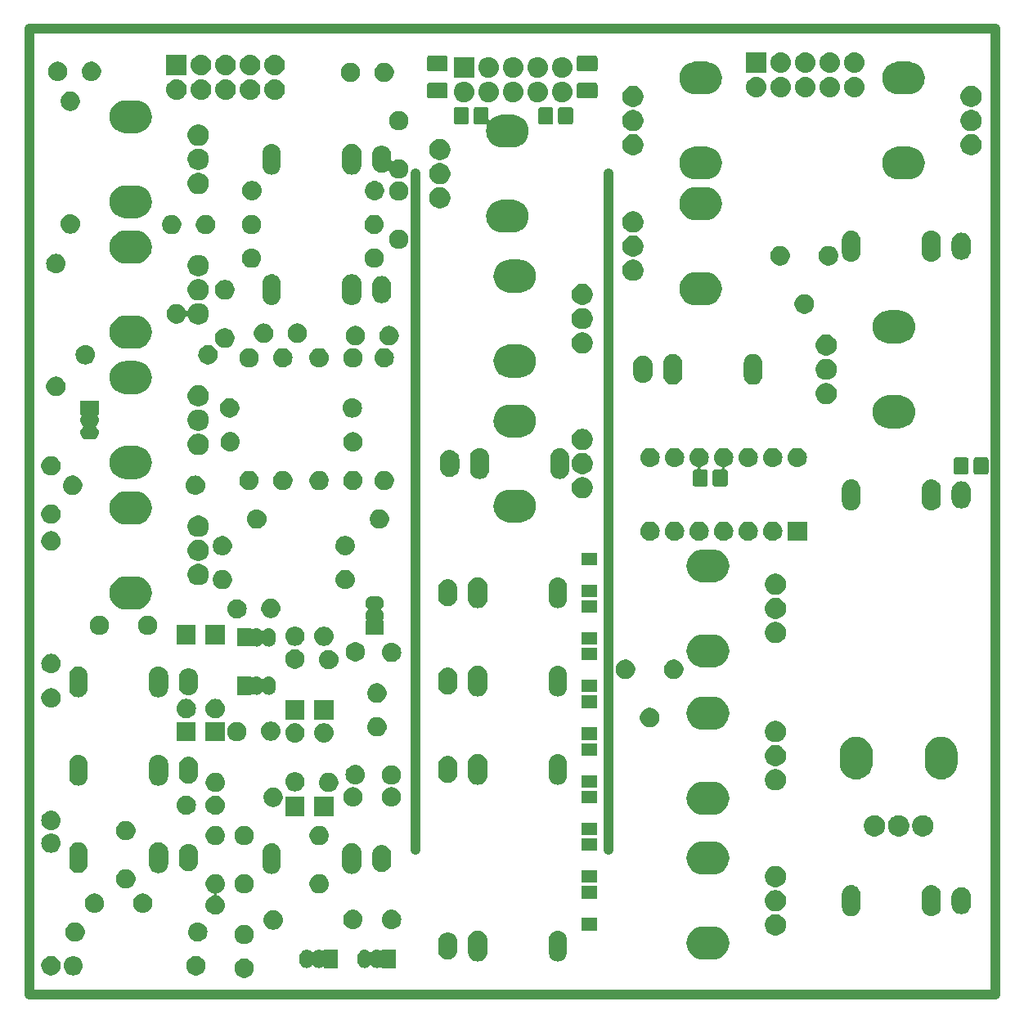
<source format=gbr>
%TF.GenerationSoftware,KiCad,Pcbnew,(5.1.0)-1*%
%TF.CreationDate,2019-10-05T22:59:33+02:00*%
%TF.ProjectId,Kicad_JE_SteinerVCF,4b696361-645f-44a4-955f-537465696e65,Rev A*%
%TF.SameCoordinates,Original*%
%TF.FileFunction,Soldermask,Top*%
%TF.FilePolarity,Negative*%
%FSLAX46Y46*%
G04 Gerber Fmt 4.6, Leading zero omitted, Abs format (unit mm)*
G04 Created by KiCad (PCBNEW (5.1.0)-1) date 2019-10-05 22:59:33*
%MOMM*%
%LPD*%
G04 APERTURE LIST*
%ADD10C,1.000000*%
%ADD11C,0.150000*%
G04 APERTURE END LIST*
D10*
X90000000Y-65000000D02*
X90000000Y-65000000D01*
X90000000Y-135000000D02*
X90000000Y-135000000D01*
X110000000Y-135000000D02*
X110000000Y-135000000D01*
X110000000Y-65000000D02*
X110000000Y-65000000D01*
X110000000Y-135000000D02*
X110000000Y-65000000D01*
X110000000Y-65000000D02*
X110000000Y-135000000D01*
X90000000Y-135000000D02*
X90000000Y-65000000D01*
X90000000Y-65000000D02*
X90000000Y-135000000D01*
X150000000Y-50000000D02*
X50000000Y-50000000D01*
X150000000Y-150000000D02*
X150000000Y-50000000D01*
X50000000Y-150000000D02*
X150000000Y-150000000D01*
X50000000Y-50000000D02*
X50000000Y-150000000D01*
D11*
G36*
X72464227Y-146273021D02*
G01*
X72541689Y-146288429D01*
X72723678Y-146363811D01*
X72887463Y-146473249D01*
X73026751Y-146612537D01*
X73136189Y-146776322D01*
X73211571Y-146958311D01*
X73217503Y-146988135D01*
X73250000Y-147151507D01*
X73250000Y-147348493D01*
X73242830Y-147384537D01*
X73211571Y-147541689D01*
X73136189Y-147723678D01*
X73026751Y-147887463D01*
X72887463Y-148026751D01*
X72723678Y-148136189D01*
X72541689Y-148211571D01*
X72477290Y-148224381D01*
X72348493Y-148250000D01*
X72151507Y-148250000D01*
X72022710Y-148224381D01*
X71958311Y-148211571D01*
X71776322Y-148136189D01*
X71612537Y-148026751D01*
X71473249Y-147887463D01*
X71363811Y-147723678D01*
X71288429Y-147541689D01*
X71257170Y-147384537D01*
X71250000Y-147348493D01*
X71250000Y-147151507D01*
X71282497Y-146988135D01*
X71288429Y-146958311D01*
X71363811Y-146776322D01*
X71473249Y-146612537D01*
X71612537Y-146473249D01*
X71776322Y-146363811D01*
X71958311Y-146288429D01*
X72035773Y-146273021D01*
X72151507Y-146250000D01*
X72348493Y-146250000D01*
X72464227Y-146273021D01*
X72464227Y-146273021D01*
G37*
G36*
X67427487Y-146015713D02*
G01*
X67541689Y-146038429D01*
X67723678Y-146113811D01*
X67887463Y-146223249D01*
X68026751Y-146362537D01*
X68136189Y-146526322D01*
X68211571Y-146708311D01*
X68211571Y-146708312D01*
X68250000Y-146901507D01*
X68250000Y-147098493D01*
X68243655Y-147130390D01*
X68211571Y-147291689D01*
X68136189Y-147473678D01*
X68026751Y-147637463D01*
X67887463Y-147776751D01*
X67723678Y-147886189D01*
X67541689Y-147961571D01*
X67477290Y-147974381D01*
X67348493Y-148000000D01*
X67151507Y-148000000D01*
X67022710Y-147974381D01*
X66958311Y-147961571D01*
X66776322Y-147886189D01*
X66612537Y-147776751D01*
X66473249Y-147637463D01*
X66363811Y-147473678D01*
X66288429Y-147291689D01*
X66256345Y-147130390D01*
X66250000Y-147098493D01*
X66250000Y-146901507D01*
X66288429Y-146708312D01*
X66288429Y-146708311D01*
X66363811Y-146526322D01*
X66473249Y-146362537D01*
X66612537Y-146223249D01*
X66776322Y-146113811D01*
X66958311Y-146038429D01*
X67072513Y-146015713D01*
X67151507Y-146000000D01*
X67348493Y-146000000D01*
X67427487Y-146015713D01*
X67427487Y-146015713D01*
G37*
G36*
X52427487Y-146015713D02*
G01*
X52541689Y-146038429D01*
X52723678Y-146113811D01*
X52887463Y-146223249D01*
X53026751Y-146362537D01*
X53136189Y-146526322D01*
X53211571Y-146708311D01*
X53211571Y-146708312D01*
X53250000Y-146901507D01*
X53250000Y-147098493D01*
X53243655Y-147130390D01*
X53211571Y-147291689D01*
X53136189Y-147473678D01*
X53026751Y-147637463D01*
X52887463Y-147776751D01*
X52723678Y-147886189D01*
X52541689Y-147961571D01*
X52477290Y-147974381D01*
X52348493Y-148000000D01*
X52151507Y-148000000D01*
X52022710Y-147974381D01*
X51958311Y-147961571D01*
X51776322Y-147886189D01*
X51612537Y-147776751D01*
X51473249Y-147637463D01*
X51363811Y-147473678D01*
X51288429Y-147291689D01*
X51256345Y-147130390D01*
X51250000Y-147098493D01*
X51250000Y-146901507D01*
X51288429Y-146708312D01*
X51288429Y-146708311D01*
X51363811Y-146526322D01*
X51473249Y-146362537D01*
X51612537Y-146223249D01*
X51776322Y-146113811D01*
X51958311Y-146038429D01*
X52072513Y-146015713D01*
X52151507Y-146000000D01*
X52348493Y-146000000D01*
X52427487Y-146015713D01*
X52427487Y-146015713D01*
G37*
G36*
X54746032Y-146014469D02*
G01*
X54840284Y-146043060D01*
X54934535Y-146071651D01*
X54934537Y-146071652D01*
X55108258Y-146164507D01*
X55260528Y-146289472D01*
X55385493Y-146441742D01*
X55478348Y-146615463D01*
X55535531Y-146803968D01*
X55554838Y-147000000D01*
X55535531Y-147196032D01*
X55478348Y-147384537D01*
X55385493Y-147558258D01*
X55260528Y-147710528D01*
X55108258Y-147835493D01*
X54934537Y-147928348D01*
X54934535Y-147928349D01*
X54840284Y-147956940D01*
X54746032Y-147985531D01*
X54599124Y-148000000D01*
X54500876Y-148000000D01*
X54353968Y-147985531D01*
X54259715Y-147956939D01*
X54165465Y-147928349D01*
X54165463Y-147928348D01*
X53991742Y-147835493D01*
X53839472Y-147710528D01*
X53714507Y-147558258D01*
X53621652Y-147384537D01*
X53564469Y-147196032D01*
X53545162Y-147000000D01*
X53564469Y-146803968D01*
X53621652Y-146615463D01*
X53714507Y-146441742D01*
X53839472Y-146289472D01*
X53991742Y-146164507D01*
X54165463Y-146071652D01*
X54165465Y-146071651D01*
X54259716Y-146043060D01*
X54353968Y-146014469D01*
X54500876Y-146000000D01*
X54599124Y-146000000D01*
X54746032Y-146014469D01*
X54746032Y-146014469D01*
G37*
G36*
X80122125Y-145336813D02*
G01*
X80258788Y-145378269D01*
X80258791Y-145378270D01*
X80341077Y-145422253D01*
X80363716Y-145431631D01*
X80387749Y-145436411D01*
X80412253Y-145436411D01*
X80436286Y-145431631D01*
X80458925Y-145422253D01*
X80479300Y-145408639D01*
X80496627Y-145391312D01*
X80510240Y-145370938D01*
X80519618Y-145348299D01*
X80522878Y-145326322D01*
X81975000Y-145326322D01*
X81975000Y-147226322D01*
X80523591Y-147226322D01*
X80522598Y-147216243D01*
X80515485Y-147192794D01*
X80503934Y-147171183D01*
X80488389Y-147152241D01*
X80469447Y-147136696D01*
X80447836Y-147125145D01*
X80424387Y-147118032D01*
X80400001Y-147115630D01*
X80375615Y-147118032D01*
X80352166Y-147125145D01*
X80341077Y-147130390D01*
X80264759Y-147171183D01*
X80258787Y-147174375D01*
X80122124Y-147215831D01*
X79980000Y-147229829D01*
X79837875Y-147215831D01*
X79701212Y-147174375D01*
X79695240Y-147171183D01*
X79575264Y-147107054D01*
X79464867Y-147016455D01*
X79441626Y-146988135D01*
X79424299Y-146970807D01*
X79403924Y-146957194D01*
X79381285Y-146947816D01*
X79357252Y-146943036D01*
X79332748Y-146943036D01*
X79308715Y-146947816D01*
X79286076Y-146957194D01*
X79265702Y-146970807D01*
X79248374Y-146988135D01*
X79225133Y-147016454D01*
X79114735Y-147107054D01*
X78994759Y-147171183D01*
X78988787Y-147174375D01*
X78852124Y-147215831D01*
X78710000Y-147229829D01*
X78567875Y-147215831D01*
X78431212Y-147174375D01*
X78425240Y-147171183D01*
X78305264Y-147107054D01*
X78194868Y-147016455D01*
X78104268Y-146906057D01*
X78036948Y-146780111D01*
X78035799Y-146776324D01*
X77995491Y-146643446D01*
X77985000Y-146536928D01*
X77985000Y-146015715D01*
X77985123Y-146014470D01*
X77993190Y-145932556D01*
X77995491Y-145909197D01*
X78036947Y-145772534D01*
X78052170Y-145744054D01*
X78104268Y-145646586D01*
X78194868Y-145536190D01*
X78305265Y-145445590D01*
X78431211Y-145378270D01*
X78431213Y-145378269D01*
X78567876Y-145336813D01*
X78710000Y-145322815D01*
X78852125Y-145336813D01*
X78988788Y-145378269D01*
X78988790Y-145378270D01*
X79114736Y-145445590D01*
X79225132Y-145536188D01*
X79248373Y-145564509D01*
X79265700Y-145581836D01*
X79286074Y-145595450D01*
X79308713Y-145604828D01*
X79332746Y-145609609D01*
X79357250Y-145609609D01*
X79381284Y-145604829D01*
X79403923Y-145595452D01*
X79424297Y-145581839D01*
X79441625Y-145564511D01*
X79464868Y-145536190D01*
X79575265Y-145445590D01*
X79701211Y-145378270D01*
X79701213Y-145378269D01*
X79837876Y-145336813D01*
X79980000Y-145322815D01*
X80122125Y-145336813D01*
X80122125Y-145336813D01*
G37*
G36*
X86122125Y-145336813D02*
G01*
X86258788Y-145378269D01*
X86258791Y-145378270D01*
X86341077Y-145422253D01*
X86363716Y-145431631D01*
X86387749Y-145436411D01*
X86412253Y-145436411D01*
X86436286Y-145431631D01*
X86458925Y-145422253D01*
X86479300Y-145408639D01*
X86496627Y-145391312D01*
X86510240Y-145370938D01*
X86519618Y-145348299D01*
X86522878Y-145326322D01*
X87975000Y-145326322D01*
X87975000Y-147226322D01*
X86523591Y-147226322D01*
X86522598Y-147216243D01*
X86515485Y-147192794D01*
X86503934Y-147171183D01*
X86488389Y-147152241D01*
X86469447Y-147136696D01*
X86447836Y-147125145D01*
X86424387Y-147118032D01*
X86400001Y-147115630D01*
X86375615Y-147118032D01*
X86352166Y-147125145D01*
X86341077Y-147130390D01*
X86264759Y-147171183D01*
X86258787Y-147174375D01*
X86122124Y-147215831D01*
X85980000Y-147229829D01*
X85837875Y-147215831D01*
X85701212Y-147174375D01*
X85695240Y-147171183D01*
X85575264Y-147107054D01*
X85464867Y-147016455D01*
X85441626Y-146988135D01*
X85424299Y-146970807D01*
X85403924Y-146957194D01*
X85381285Y-146947816D01*
X85357252Y-146943036D01*
X85332748Y-146943036D01*
X85308715Y-146947816D01*
X85286076Y-146957194D01*
X85265702Y-146970807D01*
X85248374Y-146988135D01*
X85225133Y-147016454D01*
X85114735Y-147107054D01*
X84994759Y-147171183D01*
X84988787Y-147174375D01*
X84852124Y-147215831D01*
X84710000Y-147229829D01*
X84567875Y-147215831D01*
X84431212Y-147174375D01*
X84425240Y-147171183D01*
X84305264Y-147107054D01*
X84194868Y-147016455D01*
X84104268Y-146906057D01*
X84036948Y-146780111D01*
X84035799Y-146776324D01*
X83995491Y-146643446D01*
X83985000Y-146536928D01*
X83985000Y-146015715D01*
X83985123Y-146014470D01*
X83993190Y-145932556D01*
X83995491Y-145909197D01*
X84036947Y-145772534D01*
X84052170Y-145744054D01*
X84104268Y-145646586D01*
X84194868Y-145536190D01*
X84305265Y-145445590D01*
X84431211Y-145378270D01*
X84431213Y-145378269D01*
X84567876Y-145336813D01*
X84710000Y-145322815D01*
X84852125Y-145336813D01*
X84988788Y-145378269D01*
X84988790Y-145378270D01*
X85114736Y-145445590D01*
X85225132Y-145536188D01*
X85248373Y-145564509D01*
X85265700Y-145581836D01*
X85286074Y-145595450D01*
X85308713Y-145604828D01*
X85332746Y-145609609D01*
X85357250Y-145609609D01*
X85381284Y-145604829D01*
X85403923Y-145595452D01*
X85424297Y-145581839D01*
X85441625Y-145564511D01*
X85464868Y-145536190D01*
X85575265Y-145445590D01*
X85701211Y-145378270D01*
X85701213Y-145378269D01*
X85837876Y-145336813D01*
X85980000Y-145322815D01*
X86122125Y-145336813D01*
X86122125Y-145336813D01*
G37*
G36*
X96616373Y-143362489D02*
G01*
X96710626Y-143391081D01*
X96804876Y-143419671D01*
X96804878Y-143419672D01*
X96978599Y-143512527D01*
X97130869Y-143637492D01*
X97255834Y-143789762D01*
X97348689Y-143963483D01*
X97348690Y-143963485D01*
X97372413Y-144041689D01*
X97405872Y-144151988D01*
X97420341Y-144298896D01*
X97420341Y-145597144D01*
X97405872Y-145744052D01*
X97393677Y-145784252D01*
X97355776Y-145909197D01*
X97348689Y-145932557D01*
X97255834Y-146106278D01*
X97130869Y-146258548D01*
X96978599Y-146383513D01*
X96810712Y-146473249D01*
X96804875Y-146476369D01*
X96710624Y-146504960D01*
X96616372Y-146533551D01*
X96420341Y-146552858D01*
X96224309Y-146533551D01*
X96130057Y-146504960D01*
X96035806Y-146476369D01*
X96029969Y-146473249D01*
X95862083Y-146383513D01*
X95709813Y-146258548D01*
X95584848Y-146106278D01*
X95491993Y-145932556D01*
X95484908Y-145909199D01*
X95447005Y-145784251D01*
X95434810Y-145744051D01*
X95420341Y-145597143D01*
X95420341Y-144298896D01*
X95434810Y-144151985D01*
X95491992Y-143963486D01*
X95584849Y-143789762D01*
X95709814Y-143637492D01*
X95862084Y-143512527D01*
X96035805Y-143419672D01*
X96035807Y-143419671D01*
X96130057Y-143391081D01*
X96224310Y-143362489D01*
X96420341Y-143343182D01*
X96616373Y-143362489D01*
X96616373Y-143362489D01*
G37*
G36*
X104906573Y-143361766D02*
G01*
X104996111Y-143388927D01*
X105085650Y-143416088D01*
X105134320Y-143442103D01*
X105250686Y-143504302D01*
X105250688Y-143504303D01*
X105250687Y-143504303D01*
X105395343Y-143623018D01*
X105468800Y-143712527D01*
X105514059Y-143767675D01*
X105535467Y-143807727D01*
X105602273Y-143932711D01*
X105629434Y-144022250D01*
X105656595Y-144111788D01*
X105659124Y-144137463D01*
X105670341Y-144251354D01*
X105670341Y-145644686D01*
X105656595Y-145784251D01*
X105602273Y-145963329D01*
X105574938Y-146014469D01*
X105514060Y-146128364D01*
X105514058Y-146128366D01*
X105395343Y-146273022D01*
X105321588Y-146333550D01*
X105250686Y-146391738D01*
X105173172Y-146433170D01*
X105085651Y-146479951D01*
X105085648Y-146479952D01*
X104906572Y-146534274D01*
X104720341Y-146552616D01*
X104534109Y-146534274D01*
X104444571Y-146507113D01*
X104355032Y-146479952D01*
X104266818Y-146432800D01*
X104189996Y-146391738D01*
X104154417Y-146362539D01*
X104045339Y-146273022D01*
X103956284Y-146164507D01*
X103926623Y-146128365D01*
X103885191Y-146050851D01*
X103838410Y-145963330D01*
X103829075Y-145932556D01*
X103784087Y-145784251D01*
X103770341Y-145644684D01*
X103770341Y-144251354D01*
X103784087Y-144111791D01*
X103819124Y-143996291D01*
X103838410Y-143932712D01*
X103926624Y-143767675D01*
X103971883Y-143712527D01*
X104045340Y-143623018D01*
X104189996Y-143504303D01*
X104189995Y-143504303D01*
X104189997Y-143504302D01*
X104306363Y-143442103D01*
X104355033Y-143416088D01*
X104444572Y-143388927D01*
X104534110Y-143361766D01*
X104720341Y-143343424D01*
X104906573Y-143361766D01*
X104906573Y-143361766D01*
G37*
G36*
X93516373Y-143562489D02*
G01*
X93610626Y-143591081D01*
X93704876Y-143619671D01*
X93704878Y-143619672D01*
X93878599Y-143712527D01*
X94030869Y-143837492D01*
X94155834Y-143989762D01*
X94221058Y-144111789D01*
X94248690Y-144163485D01*
X94266949Y-144223678D01*
X94305872Y-144351989D01*
X94320341Y-144498897D01*
X94320341Y-145397144D01*
X94305872Y-145544052D01*
X94248689Y-145732557D01*
X94155834Y-145906278D01*
X94030869Y-146058548D01*
X93878599Y-146183513D01*
X93738216Y-146258548D01*
X93704875Y-146276369D01*
X93610624Y-146304960D01*
X93516372Y-146333551D01*
X93320341Y-146352858D01*
X93124309Y-146333551D01*
X93030056Y-146304959D01*
X92935806Y-146276369D01*
X92886473Y-146250000D01*
X92762083Y-146183513D01*
X92609813Y-146058548D01*
X92484848Y-145906278D01*
X92391993Y-145732556D01*
X92334810Y-145544051D01*
X92320341Y-145397143D01*
X92320341Y-144498896D01*
X92334810Y-144351985D01*
X92391992Y-144163486D01*
X92484849Y-143989762D01*
X92609814Y-143837492D01*
X92762084Y-143712527D01*
X92935805Y-143619672D01*
X92935807Y-143619671D01*
X93030058Y-143591080D01*
X93124310Y-143562489D01*
X93320341Y-143543182D01*
X93516373Y-143562489D01*
X93516373Y-143562489D01*
G37*
G36*
X120916759Y-142958199D02*
G01*
X121083258Y-142974598D01*
X121400584Y-143070858D01*
X121403712Y-143071807D01*
X121699035Y-143229660D01*
X121699038Y-143229662D01*
X121699039Y-143229663D01*
X121957897Y-143442103D01*
X122166294Y-143696034D01*
X122170340Y-143700965D01*
X122328193Y-143996288D01*
X122328194Y-143996291D01*
X122425402Y-144316742D01*
X122458225Y-144650000D01*
X122425402Y-144983258D01*
X122328194Y-145303709D01*
X122328193Y-145303712D01*
X122170340Y-145599035D01*
X122170338Y-145599038D01*
X122170337Y-145599039D01*
X121957897Y-145857897D01*
X121765595Y-146015716D01*
X121699035Y-146070340D01*
X121403712Y-146228193D01*
X121403709Y-146228194D01*
X121083258Y-146325402D01*
X120916759Y-146341801D01*
X120833511Y-146350000D01*
X119666489Y-146350000D01*
X119583241Y-146341801D01*
X119416742Y-146325402D01*
X119096291Y-146228194D01*
X119096288Y-146228193D01*
X118800965Y-146070340D01*
X118734406Y-146015716D01*
X118542103Y-145857897D01*
X118329663Y-145599039D01*
X118329662Y-145599038D01*
X118329660Y-145599035D01*
X118171807Y-145303712D01*
X118171806Y-145303709D01*
X118074598Y-144983258D01*
X118041775Y-144650000D01*
X118074598Y-144316742D01*
X118171806Y-143996291D01*
X118171807Y-143996288D01*
X118329660Y-143700965D01*
X118333707Y-143696034D01*
X118542103Y-143442103D01*
X118800961Y-143229663D01*
X118800962Y-143229662D01*
X118800965Y-143229660D01*
X119096288Y-143071807D01*
X119099416Y-143070858D01*
X119416742Y-142974598D01*
X119583241Y-142958199D01*
X119666489Y-142950000D01*
X120833511Y-142950000D01*
X120916759Y-142958199D01*
X120916759Y-142958199D01*
G37*
G36*
X72477290Y-142775619D02*
G01*
X72541689Y-142788429D01*
X72723678Y-142863811D01*
X72887463Y-142973249D01*
X73026751Y-143112537D01*
X73136189Y-143276322D01*
X73208629Y-143451209D01*
X73211571Y-143458312D01*
X73250000Y-143651507D01*
X73250000Y-143848493D01*
X73242830Y-143884537D01*
X73211571Y-144041689D01*
X73136189Y-144223678D01*
X73026751Y-144387463D01*
X72887463Y-144526751D01*
X72723678Y-144636189D01*
X72541689Y-144711571D01*
X72477290Y-144724381D01*
X72348493Y-144750000D01*
X72151507Y-144750000D01*
X72022710Y-144724381D01*
X71958311Y-144711571D01*
X71776322Y-144636189D01*
X71612537Y-144526751D01*
X71473249Y-144387463D01*
X71363811Y-144223678D01*
X71288429Y-144041689D01*
X71257170Y-143884537D01*
X71250000Y-143848493D01*
X71250000Y-143651507D01*
X71288429Y-143458312D01*
X71291371Y-143451209D01*
X71363811Y-143276322D01*
X71473249Y-143112537D01*
X71612537Y-142973249D01*
X71776322Y-142863811D01*
X71958311Y-142788429D01*
X72022710Y-142775619D01*
X72151507Y-142750000D01*
X72348493Y-142750000D01*
X72477290Y-142775619D01*
X72477290Y-142775619D01*
G37*
G36*
X54977290Y-142525619D02*
G01*
X55041689Y-142538429D01*
X55223678Y-142613811D01*
X55387463Y-142723249D01*
X55526751Y-142862537D01*
X55636189Y-143026322D01*
X55711571Y-143208311D01*
X55715818Y-143229663D01*
X55750000Y-143401507D01*
X55750000Y-143598493D01*
X55724874Y-143724808D01*
X55711571Y-143791689D01*
X55636189Y-143973678D01*
X55526751Y-144137463D01*
X55387463Y-144276751D01*
X55223678Y-144386189D01*
X55041689Y-144461571D01*
X54977290Y-144474381D01*
X54848493Y-144500000D01*
X54651507Y-144500000D01*
X54522710Y-144474381D01*
X54458311Y-144461571D01*
X54276322Y-144386189D01*
X54112537Y-144276751D01*
X53973249Y-144137463D01*
X53863811Y-143973678D01*
X53788429Y-143791689D01*
X53775126Y-143724808D01*
X53750000Y-143598493D01*
X53750000Y-143401507D01*
X53784182Y-143229663D01*
X53788429Y-143208311D01*
X53863811Y-143026322D01*
X53973249Y-142862537D01*
X54112537Y-142723249D01*
X54276322Y-142613811D01*
X54458311Y-142538429D01*
X54522710Y-142525619D01*
X54651507Y-142500000D01*
X54848493Y-142500000D01*
X54977290Y-142525619D01*
X54977290Y-142525619D01*
G37*
G36*
X67646032Y-142514469D02*
G01*
X67740285Y-142543061D01*
X67834535Y-142571651D01*
X67834537Y-142571652D01*
X68008258Y-142664507D01*
X68160528Y-142789472D01*
X68285493Y-142941742D01*
X68362328Y-143085492D01*
X68378349Y-143115465D01*
X68399603Y-143185530D01*
X68435531Y-143303968D01*
X68454838Y-143500000D01*
X68435531Y-143696032D01*
X68378348Y-143884537D01*
X68285493Y-144058258D01*
X68160528Y-144210528D01*
X68008258Y-144335493D01*
X67834537Y-144428348D01*
X67834535Y-144428349D01*
X67740285Y-144456939D01*
X67646032Y-144485531D01*
X67499124Y-144500000D01*
X67400876Y-144500000D01*
X67253968Y-144485531D01*
X67159716Y-144456940D01*
X67065465Y-144428349D01*
X67065463Y-144428348D01*
X66891742Y-144335493D01*
X66739472Y-144210528D01*
X66614507Y-144058258D01*
X66521652Y-143884537D01*
X66464469Y-143696032D01*
X66445162Y-143500000D01*
X66464469Y-143303968D01*
X66500397Y-143185530D01*
X66521651Y-143115465D01*
X66537672Y-143085492D01*
X66614507Y-142941742D01*
X66739472Y-142789472D01*
X66891742Y-142664507D01*
X67065463Y-142571652D01*
X67065465Y-142571651D01*
X67159716Y-142543060D01*
X67253968Y-142514469D01*
X67400876Y-142500000D01*
X67499124Y-142500000D01*
X67646032Y-142514469D01*
X67646032Y-142514469D01*
G37*
G36*
X127570857Y-141692272D02*
G01*
X127771043Y-141775192D01*
X127771045Y-141775193D01*
X127831313Y-141815463D01*
X127951208Y-141895574D01*
X128104426Y-142048792D01*
X128224808Y-142228957D01*
X128307728Y-142429143D01*
X128350000Y-142641658D01*
X128350000Y-142858342D01*
X128307728Y-143070857D01*
X128233524Y-143250000D01*
X128224807Y-143271045D01*
X128176606Y-143343182D01*
X128104426Y-143451208D01*
X127951208Y-143604426D01*
X127901721Y-143637492D01*
X127771045Y-143724807D01*
X127771044Y-143724808D01*
X127771043Y-143724808D01*
X127570857Y-143807728D01*
X127358342Y-143850000D01*
X127141658Y-143850000D01*
X126929143Y-143807728D01*
X126728957Y-143724808D01*
X126728956Y-143724808D01*
X126728955Y-143724807D01*
X126598279Y-143637492D01*
X126548792Y-143604426D01*
X126395574Y-143451208D01*
X126323394Y-143343182D01*
X126275193Y-143271045D01*
X126266476Y-143250000D01*
X126192272Y-143070857D01*
X126150000Y-142858342D01*
X126150000Y-142641658D01*
X126192272Y-142429143D01*
X126275192Y-142228957D01*
X126395574Y-142048792D01*
X126548792Y-141895574D01*
X126668687Y-141815463D01*
X126728955Y-141775193D01*
X126728957Y-141775192D01*
X126929143Y-141692272D01*
X127141658Y-141650000D01*
X127358342Y-141650000D01*
X127570857Y-141692272D01*
X127570857Y-141692272D01*
G37*
G36*
X108786181Y-143345825D02*
G01*
X107186181Y-143345825D01*
X107186181Y-142045825D01*
X108786181Y-142045825D01*
X108786181Y-143345825D01*
X108786181Y-143345825D01*
G37*
G36*
X75446032Y-141264469D02*
G01*
X75540285Y-141293061D01*
X75634535Y-141321651D01*
X75634537Y-141321652D01*
X75808258Y-141414507D01*
X75960528Y-141539472D01*
X76085493Y-141691742D01*
X76172669Y-141854838D01*
X76178349Y-141865465D01*
X76206939Y-141959715D01*
X76235531Y-142053968D01*
X76254838Y-142250000D01*
X76235531Y-142446032D01*
X76235530Y-142446034D01*
X76184636Y-142613811D01*
X76178348Y-142634537D01*
X76085493Y-142808258D01*
X75960528Y-142960528D01*
X75808258Y-143085493D01*
X75634537Y-143178348D01*
X75634535Y-143178349D01*
X75563161Y-143200000D01*
X75446032Y-143235531D01*
X75299124Y-143250000D01*
X75200876Y-143250000D01*
X75053968Y-143235531D01*
X74936839Y-143200000D01*
X74865465Y-143178349D01*
X74865463Y-143178348D01*
X74691742Y-143085493D01*
X74539472Y-142960528D01*
X74414507Y-142808258D01*
X74321652Y-142634537D01*
X74315365Y-142613811D01*
X74264470Y-142446034D01*
X74264469Y-142446032D01*
X74245162Y-142250000D01*
X74264469Y-142053968D01*
X74293061Y-141959715D01*
X74321651Y-141865465D01*
X74327331Y-141854838D01*
X74414507Y-141691742D01*
X74539472Y-141539472D01*
X74691742Y-141414507D01*
X74865463Y-141321652D01*
X74865465Y-141321651D01*
X74959715Y-141293061D01*
X75053968Y-141264469D01*
X75200876Y-141250000D01*
X75299124Y-141250000D01*
X75446032Y-141264469D01*
X75446032Y-141264469D01*
G37*
G36*
X83696032Y-141214469D02*
G01*
X83790285Y-141243061D01*
X83884535Y-141271651D01*
X83884537Y-141271652D01*
X84058258Y-141364507D01*
X84210528Y-141489472D01*
X84335493Y-141641742D01*
X84366632Y-141700000D01*
X84428349Y-141815465D01*
X84443516Y-141865463D01*
X84485531Y-142003968D01*
X84504838Y-142200000D01*
X84485531Y-142396032D01*
X84428348Y-142584537D01*
X84335493Y-142758258D01*
X84210528Y-142910528D01*
X84058258Y-143035493D01*
X83884537Y-143128348D01*
X83884535Y-143128349D01*
X83790284Y-143156940D01*
X83696032Y-143185531D01*
X83549124Y-143200000D01*
X83450876Y-143200000D01*
X83303968Y-143185531D01*
X83209716Y-143156940D01*
X83115465Y-143128349D01*
X83115463Y-143128348D01*
X82941742Y-143035493D01*
X82789472Y-142910528D01*
X82664507Y-142758258D01*
X82571652Y-142584537D01*
X82514469Y-142396032D01*
X82495162Y-142200000D01*
X82514469Y-142003968D01*
X82556484Y-141865463D01*
X82571651Y-141815465D01*
X82633368Y-141700000D01*
X82664507Y-141641742D01*
X82789472Y-141489472D01*
X82941742Y-141364507D01*
X83115463Y-141271652D01*
X83115465Y-141271651D01*
X83209715Y-141243061D01*
X83303968Y-141214469D01*
X83450876Y-141200000D01*
X83549124Y-141200000D01*
X83696032Y-141214469D01*
X83696032Y-141214469D01*
G37*
G36*
X87696032Y-141214469D02*
G01*
X87790285Y-141243061D01*
X87884535Y-141271651D01*
X87884537Y-141271652D01*
X88058258Y-141364507D01*
X88210528Y-141489472D01*
X88335493Y-141641742D01*
X88366632Y-141700000D01*
X88428349Y-141815465D01*
X88443516Y-141865463D01*
X88485531Y-142003968D01*
X88504838Y-142200000D01*
X88485531Y-142396032D01*
X88428348Y-142584537D01*
X88335493Y-142758258D01*
X88210528Y-142910528D01*
X88058258Y-143035493D01*
X87884537Y-143128348D01*
X87884535Y-143128349D01*
X87790284Y-143156940D01*
X87696032Y-143185531D01*
X87549124Y-143200000D01*
X87450876Y-143200000D01*
X87303968Y-143185531D01*
X87209716Y-143156940D01*
X87115465Y-143128349D01*
X87115463Y-143128348D01*
X86941742Y-143035493D01*
X86789472Y-142910528D01*
X86664507Y-142758258D01*
X86571652Y-142584537D01*
X86514469Y-142396032D01*
X86495162Y-142200000D01*
X86514469Y-142003968D01*
X86556484Y-141865463D01*
X86571651Y-141815465D01*
X86633368Y-141700000D01*
X86664507Y-141641742D01*
X86789472Y-141489472D01*
X86941742Y-141364507D01*
X87115463Y-141271652D01*
X87115465Y-141271651D01*
X87209715Y-141243061D01*
X87303968Y-141214469D01*
X87450876Y-141200000D01*
X87549124Y-141200000D01*
X87696032Y-141214469D01*
X87696032Y-141214469D01*
G37*
G36*
X143576031Y-138664469D02*
G01*
X143670284Y-138693061D01*
X143764534Y-138721651D01*
X143764536Y-138721652D01*
X143938258Y-138814507D01*
X144090528Y-138939472D01*
X144215493Y-139091742D01*
X144291901Y-139234693D01*
X144308349Y-139265465D01*
X144316320Y-139291742D01*
X144365531Y-139453968D01*
X144380000Y-139600876D01*
X144380000Y-140899124D01*
X144365531Y-141046032D01*
X144353336Y-141086232D01*
X144311300Y-141224808D01*
X144308348Y-141234537D01*
X144215493Y-141408258D01*
X144090528Y-141560528D01*
X143938258Y-141685493D01*
X143764537Y-141778348D01*
X143764535Y-141778349D01*
X143670284Y-141806940D01*
X143576032Y-141835531D01*
X143380000Y-141854838D01*
X143183969Y-141835531D01*
X143089716Y-141806939D01*
X142995466Y-141778349D01*
X142995464Y-141778348D01*
X142821743Y-141685493D01*
X142669473Y-141560528D01*
X142544508Y-141408258D01*
X142451651Y-141234534D01*
X142394469Y-141046035D01*
X142380000Y-140899124D01*
X142380000Y-139600877D01*
X142394469Y-139453969D01*
X142423060Y-139359717D01*
X142451651Y-139265466D01*
X142468100Y-139234692D01*
X142544507Y-139091742D01*
X142669472Y-138939472D01*
X142821742Y-138814507D01*
X142995463Y-138721652D01*
X142995465Y-138721651D01*
X143089715Y-138693061D01*
X143183968Y-138664469D01*
X143380000Y-138645162D01*
X143576031Y-138664469D01*
X143576031Y-138664469D01*
G37*
G36*
X135266231Y-138663746D02*
G01*
X135445307Y-138718068D01*
X135445310Y-138718069D01*
X135532831Y-138764850D01*
X135610345Y-138806282D01*
X135620368Y-138814508D01*
X135755002Y-138924998D01*
X135828459Y-139014507D01*
X135873718Y-139069655D01*
X135909961Y-139137461D01*
X135961932Y-139234691D01*
X136016254Y-139413769D01*
X136030000Y-139553334D01*
X136030000Y-140946666D01*
X136016254Y-141086231D01*
X135961932Y-141265309D01*
X135955816Y-141276751D01*
X135882184Y-141414507D01*
X135873717Y-141430346D01*
X135755002Y-141575002D01*
X135623316Y-141683073D01*
X135610345Y-141693718D01*
X135533523Y-141734780D01*
X135445309Y-141781932D01*
X135355770Y-141809093D01*
X135266232Y-141836254D01*
X135080000Y-141854596D01*
X134893769Y-141836254D01*
X134804231Y-141809093D01*
X134714692Y-141781932D01*
X134626478Y-141734780D01*
X134549656Y-141693718D01*
X134536685Y-141683073D01*
X134404999Y-141575002D01*
X134286284Y-141430346D01*
X134277818Y-141414507D01*
X134198069Y-141265308D01*
X134143747Y-141086232D01*
X134143747Y-141086231D01*
X134143746Y-141086229D01*
X134130000Y-140946666D01*
X134130000Y-139553335D01*
X134143746Y-139413770D01*
X134143747Y-139413768D01*
X134198068Y-139234693D01*
X134198069Y-139234690D01*
X134250039Y-139137461D01*
X134286282Y-139069655D01*
X134331541Y-139014507D01*
X134404998Y-138924998D01*
X134549654Y-138806283D01*
X134549653Y-138806283D01*
X134549655Y-138806282D01*
X134662762Y-138745825D01*
X134714691Y-138718068D01*
X134804230Y-138690907D01*
X134893768Y-138663746D01*
X135080000Y-138645404D01*
X135266231Y-138663746D01*
X135266231Y-138663746D01*
G37*
G36*
X69476197Y-137525402D02*
G01*
X69541689Y-137538429D01*
X69723678Y-137613811D01*
X69887463Y-137723249D01*
X70026751Y-137862537D01*
X70136189Y-138026322D01*
X70211571Y-138208311D01*
X70211571Y-138208312D01*
X70250000Y-138401507D01*
X70250000Y-138598493D01*
X70224874Y-138724808D01*
X70211571Y-138791689D01*
X70136189Y-138973678D01*
X70026751Y-139137463D01*
X69887463Y-139276751D01*
X69723678Y-139386189D01*
X69560049Y-139453966D01*
X69541689Y-139461571D01*
X69469829Y-139475865D01*
X69446380Y-139482978D01*
X69424770Y-139494530D01*
X69405828Y-139510075D01*
X69390283Y-139529017D01*
X69378732Y-139550628D01*
X69371619Y-139574077D01*
X69369217Y-139598463D01*
X69371619Y-139622849D01*
X69378732Y-139646298D01*
X69390284Y-139667908D01*
X69405829Y-139686850D01*
X69424771Y-139702395D01*
X69457930Y-139718079D01*
X69634535Y-139771651D01*
X69634537Y-139771652D01*
X69808258Y-139864507D01*
X69960528Y-139989472D01*
X70085493Y-140141742D01*
X70178348Y-140315463D01*
X70178349Y-140315465D01*
X70204449Y-140401507D01*
X70235531Y-140503968D01*
X70254838Y-140700000D01*
X70235531Y-140896032D01*
X70235530Y-140896034D01*
X70190029Y-141046032D01*
X70178348Y-141084537D01*
X70085493Y-141258258D01*
X69960528Y-141410528D01*
X69808258Y-141535493D01*
X69634537Y-141628348D01*
X69634535Y-141628349D01*
X69563161Y-141650000D01*
X69446032Y-141685531D01*
X69299124Y-141700000D01*
X69200876Y-141700000D01*
X69053968Y-141685531D01*
X68936839Y-141650000D01*
X68865465Y-141628349D01*
X68865463Y-141628348D01*
X68691742Y-141535493D01*
X68539472Y-141410528D01*
X68414507Y-141258258D01*
X68321652Y-141084537D01*
X68309972Y-141046032D01*
X68264470Y-140896034D01*
X68264469Y-140896032D01*
X68245162Y-140700000D01*
X68264469Y-140503968D01*
X68295551Y-140401507D01*
X68321651Y-140315465D01*
X68321652Y-140315463D01*
X68414507Y-140141742D01*
X68539472Y-139989472D01*
X68691742Y-139864507D01*
X68865463Y-139771652D01*
X68865465Y-139771651D01*
X69042070Y-139718079D01*
X69064708Y-139708701D01*
X69085083Y-139695088D01*
X69102410Y-139677761D01*
X69116023Y-139657386D01*
X69125401Y-139634747D01*
X69130181Y-139610714D01*
X69130181Y-139586210D01*
X69125401Y-139562177D01*
X69116023Y-139539538D01*
X69102410Y-139519163D01*
X69085083Y-139501836D01*
X69064708Y-139488223D01*
X69030171Y-139475865D01*
X68958311Y-139461571D01*
X68939951Y-139453966D01*
X68776322Y-139386189D01*
X68612537Y-139276751D01*
X68473249Y-139137463D01*
X68363811Y-138973678D01*
X68288429Y-138791689D01*
X68275126Y-138724808D01*
X68250000Y-138598493D01*
X68250000Y-138401507D01*
X68288429Y-138208312D01*
X68288429Y-138208311D01*
X68363811Y-138026322D01*
X68473249Y-137862537D01*
X68612537Y-137723249D01*
X68776322Y-137613811D01*
X68958311Y-137538429D01*
X69023803Y-137525402D01*
X69151507Y-137500000D01*
X69348493Y-137500000D01*
X69476197Y-137525402D01*
X69476197Y-137525402D01*
G37*
G36*
X146676031Y-138864469D02*
G01*
X146747631Y-138886189D01*
X146864534Y-138921651D01*
X146864536Y-138921652D01*
X147038258Y-139014507D01*
X147190528Y-139139472D01*
X147315493Y-139291742D01*
X147402203Y-139453966D01*
X147408349Y-139465465D01*
X147418825Y-139500000D01*
X147465531Y-139653968D01*
X147480000Y-139800876D01*
X147480000Y-140699123D01*
X147465531Y-140846031D01*
X147449425Y-140899124D01*
X147426810Y-140973678D01*
X147408348Y-141034537D01*
X147315493Y-141208258D01*
X147190528Y-141360528D01*
X147038258Y-141485493D01*
X146897876Y-141560528D01*
X146864535Y-141578349D01*
X146770285Y-141606939D01*
X146676032Y-141635531D01*
X146480000Y-141654838D01*
X146283969Y-141635531D01*
X146189717Y-141606940D01*
X146095466Y-141578349D01*
X146062125Y-141560528D01*
X145921743Y-141485493D01*
X145769473Y-141360528D01*
X145644508Y-141208258D01*
X145551651Y-141034534D01*
X145494469Y-140846035D01*
X145480000Y-140699124D01*
X145480000Y-139800877D01*
X145494469Y-139653969D01*
X145538119Y-139510075D01*
X145551651Y-139465466D01*
X145589008Y-139395575D01*
X145644507Y-139291742D01*
X145769472Y-139139472D01*
X145921742Y-139014507D01*
X146095463Y-138921652D01*
X146095465Y-138921651D01*
X146212368Y-138886189D01*
X146283968Y-138864469D01*
X146480000Y-138845162D01*
X146676031Y-138864469D01*
X146676031Y-138864469D01*
G37*
G36*
X56977290Y-139525619D02*
G01*
X57041689Y-139538429D01*
X57223678Y-139613811D01*
X57387463Y-139723249D01*
X57526751Y-139862537D01*
X57636189Y-140026322D01*
X57683997Y-140141742D01*
X57711571Y-140208312D01*
X57741414Y-140358341D01*
X57750000Y-140401509D01*
X57750000Y-140598491D01*
X57711571Y-140791689D01*
X57636189Y-140973678D01*
X57526751Y-141137463D01*
X57387463Y-141276751D01*
X57223678Y-141386189D01*
X57041689Y-141461571D01*
X56977290Y-141474381D01*
X56848493Y-141500000D01*
X56651507Y-141500000D01*
X56522710Y-141474381D01*
X56458311Y-141461571D01*
X56276322Y-141386189D01*
X56112537Y-141276751D01*
X55973249Y-141137463D01*
X55863811Y-140973678D01*
X55788429Y-140791689D01*
X55750000Y-140598491D01*
X55750000Y-140401509D01*
X55758587Y-140358341D01*
X55788429Y-140208312D01*
X55816003Y-140141742D01*
X55863811Y-140026322D01*
X55973249Y-139862537D01*
X56112537Y-139723249D01*
X56276322Y-139613811D01*
X56458311Y-139538429D01*
X56522710Y-139525619D01*
X56651507Y-139500000D01*
X56848493Y-139500000D01*
X56977290Y-139525619D01*
X56977290Y-139525619D01*
G37*
G36*
X61977290Y-139525619D02*
G01*
X62041689Y-139538429D01*
X62223678Y-139613811D01*
X62387463Y-139723249D01*
X62526751Y-139862537D01*
X62636189Y-140026322D01*
X62683997Y-140141742D01*
X62711571Y-140208312D01*
X62741414Y-140358341D01*
X62750000Y-140401509D01*
X62750000Y-140598491D01*
X62711571Y-140791689D01*
X62636189Y-140973678D01*
X62526751Y-141137463D01*
X62387463Y-141276751D01*
X62223678Y-141386189D01*
X62041689Y-141461571D01*
X61977290Y-141474381D01*
X61848493Y-141500000D01*
X61651507Y-141500000D01*
X61522710Y-141474381D01*
X61458311Y-141461571D01*
X61276322Y-141386189D01*
X61112537Y-141276751D01*
X60973249Y-141137463D01*
X60863811Y-140973678D01*
X60788429Y-140791689D01*
X60750000Y-140598491D01*
X60750000Y-140401509D01*
X60758587Y-140358341D01*
X60788429Y-140208312D01*
X60816003Y-140141742D01*
X60863811Y-140026322D01*
X60973249Y-139862537D01*
X61112537Y-139723249D01*
X61276322Y-139613811D01*
X61458311Y-139538429D01*
X61522710Y-139525619D01*
X61651507Y-139500000D01*
X61848493Y-139500000D01*
X61977290Y-139525619D01*
X61977290Y-139525619D01*
G37*
G36*
X127570857Y-139192272D02*
G01*
X127747562Y-139265466D01*
X127771045Y-139275193D01*
X127795812Y-139291742D01*
X127951208Y-139395574D01*
X128104426Y-139548792D01*
X128121321Y-139574077D01*
X128211274Y-139708701D01*
X128224808Y-139728957D01*
X128307728Y-139929143D01*
X128350000Y-140141658D01*
X128350000Y-140358342D01*
X128307728Y-140570857D01*
X128254598Y-140699123D01*
X128224807Y-140771045D01*
X128174701Y-140846034D01*
X128107462Y-140946665D01*
X128104425Y-140951209D01*
X127951209Y-141104425D01*
X127771045Y-141224807D01*
X127771044Y-141224808D01*
X127771043Y-141224808D01*
X127570857Y-141307728D01*
X127358342Y-141350000D01*
X127141658Y-141350000D01*
X126929143Y-141307728D01*
X126728957Y-141224808D01*
X126728956Y-141224808D01*
X126728955Y-141224807D01*
X126548791Y-141104425D01*
X126395575Y-140951209D01*
X126392539Y-140946665D01*
X126325299Y-140846034D01*
X126275193Y-140771045D01*
X126245402Y-140699123D01*
X126192272Y-140570857D01*
X126150000Y-140358342D01*
X126150000Y-140141658D01*
X126192272Y-139929143D01*
X126275192Y-139728957D01*
X126288727Y-139708701D01*
X126378679Y-139574077D01*
X126395574Y-139548792D01*
X126548792Y-139395574D01*
X126704188Y-139291742D01*
X126728955Y-139275193D01*
X126752438Y-139265466D01*
X126929143Y-139192272D01*
X127141658Y-139150000D01*
X127358342Y-139150000D01*
X127570857Y-139192272D01*
X127570857Y-139192272D01*
G37*
G36*
X108786181Y-140045825D02*
G01*
X107186181Y-140045825D01*
X107186181Y-138745825D01*
X108786181Y-138745825D01*
X108786181Y-140045825D01*
X108786181Y-140045825D01*
G37*
G36*
X80226197Y-137525402D02*
G01*
X80291689Y-137538429D01*
X80473678Y-137613811D01*
X80637463Y-137723249D01*
X80776751Y-137862537D01*
X80886189Y-138026322D01*
X80961571Y-138208311D01*
X80961571Y-138208312D01*
X81000000Y-138401507D01*
X81000000Y-138598493D01*
X80974874Y-138724808D01*
X80961571Y-138791689D01*
X80886189Y-138973678D01*
X80776751Y-139137463D01*
X80637463Y-139276751D01*
X80473678Y-139386189D01*
X80291689Y-139461571D01*
X80272122Y-139465463D01*
X80098493Y-139500000D01*
X79901507Y-139500000D01*
X79727878Y-139465463D01*
X79708311Y-139461571D01*
X79526322Y-139386189D01*
X79362537Y-139276751D01*
X79223249Y-139137463D01*
X79113811Y-138973678D01*
X79038429Y-138791689D01*
X79025126Y-138724808D01*
X79000000Y-138598493D01*
X79000000Y-138401507D01*
X79038429Y-138208312D01*
X79038429Y-138208311D01*
X79113811Y-138026322D01*
X79223249Y-137862537D01*
X79362537Y-137723249D01*
X79526322Y-137613811D01*
X79708311Y-137538429D01*
X79773803Y-137525402D01*
X79901507Y-137500000D01*
X80098493Y-137500000D01*
X80226197Y-137525402D01*
X80226197Y-137525402D01*
G37*
G36*
X72476197Y-137525402D02*
G01*
X72541689Y-137538429D01*
X72723678Y-137613811D01*
X72887463Y-137723249D01*
X73026751Y-137862537D01*
X73136189Y-138026322D01*
X73211571Y-138208311D01*
X73211571Y-138208312D01*
X73250000Y-138401507D01*
X73250000Y-138598493D01*
X73224874Y-138724808D01*
X73211571Y-138791689D01*
X73136189Y-138973678D01*
X73026751Y-139137463D01*
X72887463Y-139276751D01*
X72723678Y-139386189D01*
X72541689Y-139461571D01*
X72522122Y-139465463D01*
X72348493Y-139500000D01*
X72151507Y-139500000D01*
X71977878Y-139465463D01*
X71958311Y-139461571D01*
X71776322Y-139386189D01*
X71612537Y-139276751D01*
X71473249Y-139137463D01*
X71363811Y-138973678D01*
X71288429Y-138791689D01*
X71275126Y-138724808D01*
X71250000Y-138598493D01*
X71250000Y-138401507D01*
X71288429Y-138208312D01*
X71288429Y-138208311D01*
X71363811Y-138026322D01*
X71473249Y-137862537D01*
X71612537Y-137723249D01*
X71776322Y-137613811D01*
X71958311Y-137538429D01*
X72023803Y-137525402D01*
X72151507Y-137500000D01*
X72348493Y-137500000D01*
X72476197Y-137525402D01*
X72476197Y-137525402D01*
G37*
G36*
X60227290Y-137025619D02*
G01*
X60291689Y-137038429D01*
X60473678Y-137113811D01*
X60637463Y-137223249D01*
X60776751Y-137362537D01*
X60886189Y-137526322D01*
X60961571Y-137708311D01*
X60961571Y-137708312D01*
X60992249Y-137862539D01*
X61000000Y-137901509D01*
X61000000Y-138098491D01*
X60961571Y-138291689D01*
X60886189Y-138473678D01*
X60776751Y-138637463D01*
X60637463Y-138776751D01*
X60473678Y-138886189D01*
X60291689Y-138961571D01*
X60230832Y-138973676D01*
X60098493Y-139000000D01*
X59901507Y-139000000D01*
X59769168Y-138973676D01*
X59708311Y-138961571D01*
X59526322Y-138886189D01*
X59362537Y-138776751D01*
X59223249Y-138637463D01*
X59113811Y-138473678D01*
X59038429Y-138291689D01*
X59000000Y-138098491D01*
X59000000Y-137901509D01*
X59007752Y-137862539D01*
X59038429Y-137708312D01*
X59038429Y-137708311D01*
X59113811Y-137526322D01*
X59223249Y-137362537D01*
X59362537Y-137223249D01*
X59526322Y-137113811D01*
X59708311Y-137038429D01*
X59772710Y-137025619D01*
X59901507Y-137000000D01*
X60098493Y-137000000D01*
X60227290Y-137025619D01*
X60227290Y-137025619D01*
G37*
G36*
X127570857Y-136692272D02*
G01*
X127771043Y-136775192D01*
X127771045Y-136775193D01*
X127785026Y-136784535D01*
X127951208Y-136895574D01*
X128104426Y-137048792D01*
X128147623Y-137113441D01*
X128222166Y-137225002D01*
X128224808Y-137228957D01*
X128307728Y-137429143D01*
X128350000Y-137641658D01*
X128350000Y-137858342D01*
X128307728Y-138070857D01*
X128250792Y-138208312D01*
X128224807Y-138271045D01*
X128104425Y-138451209D01*
X127951209Y-138604425D01*
X127771045Y-138724807D01*
X127771044Y-138724808D01*
X127771043Y-138724808D01*
X127570857Y-138807728D01*
X127358342Y-138850000D01*
X127141658Y-138850000D01*
X126929143Y-138807728D01*
X126728957Y-138724808D01*
X126728956Y-138724808D01*
X126728955Y-138724807D01*
X126548791Y-138604425D01*
X126395575Y-138451209D01*
X126275193Y-138271045D01*
X126249208Y-138208312D01*
X126192272Y-138070857D01*
X126150000Y-137858342D01*
X126150000Y-137641658D01*
X126192272Y-137429143D01*
X126275192Y-137228957D01*
X126277835Y-137225002D01*
X126352377Y-137113441D01*
X126395574Y-137048792D01*
X126548792Y-136895574D01*
X126714974Y-136784535D01*
X126728955Y-136775193D01*
X126728957Y-136775192D01*
X126929143Y-136692272D01*
X127141658Y-136650000D01*
X127358342Y-136650000D01*
X127570857Y-136692272D01*
X127570857Y-136692272D01*
G37*
G36*
X108786181Y-138413441D02*
G01*
X107186181Y-138413441D01*
X107186181Y-137113441D01*
X108786181Y-137113441D01*
X108786181Y-138413441D01*
X108786181Y-138413441D01*
G37*
G36*
X120916759Y-134158199D02*
G01*
X121083258Y-134174598D01*
X121403198Y-134271651D01*
X121403712Y-134271807D01*
X121699035Y-134429660D01*
X121699038Y-134429662D01*
X121699039Y-134429663D01*
X121957897Y-134642103D01*
X122156985Y-134884691D01*
X122170340Y-134900965D01*
X122328193Y-135196288D01*
X122328194Y-135196291D01*
X122425402Y-135516742D01*
X122458225Y-135850000D01*
X122425402Y-136183258D01*
X122344753Y-136449120D01*
X122328193Y-136503712D01*
X122170340Y-136799035D01*
X122170338Y-136799038D01*
X122170337Y-136799039D01*
X121957897Y-137057897D01*
X121741498Y-137235492D01*
X121699035Y-137270340D01*
X121403712Y-137428193D01*
X121403709Y-137428194D01*
X121083258Y-137525402D01*
X120950992Y-137538429D01*
X120833511Y-137550000D01*
X119666489Y-137550000D01*
X119549008Y-137538429D01*
X119416742Y-137525402D01*
X119096291Y-137428194D01*
X119096288Y-137428193D01*
X118800965Y-137270340D01*
X118758503Y-137235492D01*
X118542103Y-137057897D01*
X118329663Y-136799039D01*
X118329662Y-136799038D01*
X118329660Y-136799035D01*
X118171807Y-136503712D01*
X118155247Y-136449120D01*
X118074598Y-136183258D01*
X118041775Y-135850000D01*
X118074598Y-135516742D01*
X118171806Y-135196291D01*
X118171807Y-135196288D01*
X118329660Y-134900965D01*
X118343016Y-134884691D01*
X118542103Y-134642103D01*
X118800961Y-134429663D01*
X118800962Y-134429662D01*
X118800965Y-134429660D01*
X119096288Y-134271807D01*
X119096802Y-134271651D01*
X119416742Y-134174598D01*
X119583241Y-134158199D01*
X119666489Y-134150000D01*
X120833511Y-134150000D01*
X120916759Y-134158199D01*
X120916759Y-134158199D01*
G37*
G36*
X83576031Y-134314469D02*
G01*
X83670283Y-134343060D01*
X83764534Y-134371651D01*
X83764536Y-134371652D01*
X83938258Y-134464507D01*
X84090528Y-134589472D01*
X84215493Y-134741742D01*
X84300599Y-134900965D01*
X84308349Y-134915465D01*
X84323002Y-134963769D01*
X84365531Y-135103968D01*
X84380000Y-135250876D01*
X84380000Y-136549124D01*
X84365531Y-136696032D01*
X84308348Y-136884537D01*
X84215493Y-137058258D01*
X84090528Y-137210528D01*
X83938258Y-137335493D01*
X83808974Y-137404596D01*
X83764535Y-137428349D01*
X83670285Y-137456939D01*
X83576032Y-137485531D01*
X83380000Y-137504838D01*
X83183969Y-137485531D01*
X83089716Y-137456939D01*
X82995466Y-137428349D01*
X82951027Y-137404596D01*
X82821743Y-137335493D01*
X82669473Y-137210528D01*
X82544508Y-137058258D01*
X82451651Y-136884534D01*
X82394469Y-136696035D01*
X82380000Y-136549124D01*
X82380000Y-135250877D01*
X82394469Y-135103969D01*
X82436998Y-134963770D01*
X82451651Y-134915466D01*
X82468100Y-134884692D01*
X82544507Y-134741742D01*
X82669472Y-134589472D01*
X82821742Y-134464507D01*
X82995463Y-134371652D01*
X82995465Y-134371651D01*
X83089716Y-134343060D01*
X83183968Y-134314469D01*
X83380000Y-134295162D01*
X83576031Y-134314469D01*
X83576031Y-134314469D01*
G37*
G36*
X75266231Y-134313746D02*
G01*
X75406457Y-134356283D01*
X75445310Y-134368069D01*
X75495997Y-134395162D01*
X75610345Y-134456282D01*
X75650787Y-134489472D01*
X75755002Y-134574998D01*
X75863073Y-134706685D01*
X75873718Y-134719655D01*
X75908480Y-134784690D01*
X75961932Y-134884691D01*
X75971266Y-134915463D01*
X76016254Y-135063768D01*
X76030000Y-135203335D01*
X76030000Y-136596665D01*
X76016254Y-136736232D01*
X76004435Y-136775193D01*
X75961932Y-136915309D01*
X75961931Y-136915310D01*
X75885524Y-137058258D01*
X75873717Y-137080346D01*
X75755002Y-137225002D01*
X75629073Y-137328348D01*
X75610345Y-137343718D01*
X75575137Y-137362537D01*
X75445309Y-137431932D01*
X75355770Y-137459093D01*
X75266232Y-137486254D01*
X75080000Y-137504596D01*
X74893769Y-137486254D01*
X74804231Y-137459093D01*
X74714692Y-137431932D01*
X74584864Y-137362537D01*
X74549656Y-137343718D01*
X74530928Y-137328348D01*
X74404999Y-137225002D01*
X74286284Y-137080346D01*
X74274478Y-137058258D01*
X74198069Y-136915308D01*
X74153859Y-136769565D01*
X74143746Y-136736229D01*
X74130000Y-136596666D01*
X74130000Y-135203335D01*
X74143746Y-135063770D01*
X74143747Y-135063768D01*
X74198068Y-134884693D01*
X74198069Y-134884690D01*
X74251520Y-134784690D01*
X74286282Y-134719655D01*
X74331541Y-134664507D01*
X74404998Y-134574998D01*
X74549654Y-134456283D01*
X74549653Y-134456283D01*
X74549655Y-134456282D01*
X74627882Y-134414469D01*
X74714691Y-134368068D01*
X74804230Y-134340907D01*
X74893768Y-134313746D01*
X75080000Y-134295404D01*
X75266231Y-134313746D01*
X75266231Y-134313746D01*
G37*
G36*
X63576031Y-134214469D02*
G01*
X63670284Y-134243061D01*
X63764534Y-134271651D01*
X63764536Y-134271652D01*
X63938258Y-134364507D01*
X64090528Y-134489472D01*
X64215493Y-134641742D01*
X64308348Y-134815463D01*
X64365531Y-135003968D01*
X64380000Y-135150876D01*
X64380000Y-136449124D01*
X64365531Y-136596032D01*
X64353336Y-136636232D01*
X64323002Y-136736232D01*
X64308348Y-136784537D01*
X64215493Y-136958258D01*
X64090528Y-137110528D01*
X63938258Y-137235493D01*
X63808521Y-137304838D01*
X63764535Y-137328349D01*
X63670284Y-137356940D01*
X63576032Y-137385531D01*
X63380000Y-137404838D01*
X63183969Y-137385531D01*
X63089717Y-137356940D01*
X62995466Y-137328349D01*
X62951480Y-137304838D01*
X62821743Y-137235493D01*
X62669473Y-137110528D01*
X62544508Y-136958258D01*
X62451651Y-136784534D01*
X62394469Y-136596035D01*
X62380000Y-136449124D01*
X62380000Y-135150877D01*
X62394469Y-135003969D01*
X62438670Y-134858258D01*
X62451651Y-134815466D01*
X62468100Y-134784692D01*
X62544507Y-134641742D01*
X62669472Y-134489472D01*
X62821742Y-134364507D01*
X62995463Y-134271652D01*
X62995465Y-134271651D01*
X63089715Y-134243061D01*
X63183968Y-134214469D01*
X63380000Y-134195162D01*
X63576031Y-134214469D01*
X63576031Y-134214469D01*
G37*
G36*
X55266231Y-134213746D02*
G01*
X55445307Y-134268068D01*
X55445310Y-134268069D01*
X55505048Y-134300000D01*
X55610345Y-134356282D01*
X55655290Y-134393168D01*
X55755002Y-134474998D01*
X55863073Y-134606684D01*
X55873718Y-134619655D01*
X55897692Y-134664507D01*
X55961932Y-134784691D01*
X55963382Y-134789472D01*
X56016254Y-134963768D01*
X56030000Y-135103335D01*
X56030000Y-136496665D01*
X56016254Y-136636232D01*
X56001602Y-136684534D01*
X55961932Y-136815309D01*
X55924928Y-136884537D01*
X55885524Y-136958258D01*
X55873717Y-136980346D01*
X55755002Y-137125002D01*
X55629073Y-137228348D01*
X55610345Y-137243718D01*
X55533523Y-137284780D01*
X55445309Y-137331932D01*
X55406455Y-137343718D01*
X55266232Y-137386254D01*
X55080000Y-137404596D01*
X54893769Y-137386254D01*
X54753546Y-137343718D01*
X54714692Y-137331932D01*
X54626478Y-137284780D01*
X54549656Y-137243718D01*
X54530928Y-137228348D01*
X54404999Y-137125002D01*
X54286284Y-136980346D01*
X54274478Y-136958258D01*
X54198069Y-136815308D01*
X54143747Y-136636232D01*
X54143747Y-136636231D01*
X54143746Y-136636229D01*
X54130000Y-136496666D01*
X54130000Y-135103335D01*
X54143746Y-134963770D01*
X54143747Y-134963768D01*
X54198068Y-134784693D01*
X54198069Y-134784690D01*
X54262308Y-134664508D01*
X54286282Y-134619655D01*
X54331541Y-134564507D01*
X54404998Y-134474998D01*
X54549654Y-134356283D01*
X54549653Y-134356283D01*
X54549655Y-134356282D01*
X54654951Y-134300000D01*
X54714691Y-134268068D01*
X54804230Y-134240907D01*
X54893768Y-134213746D01*
X55080000Y-134195404D01*
X55266231Y-134213746D01*
X55266231Y-134213746D01*
G37*
G36*
X86676031Y-134514469D02*
G01*
X86770283Y-134543060D01*
X86864534Y-134571651D01*
X86864536Y-134571652D01*
X87038258Y-134664507D01*
X87190528Y-134789472D01*
X87315493Y-134941742D01*
X87408348Y-135115463D01*
X87465531Y-135303968D01*
X87480000Y-135450876D01*
X87480000Y-136349123D01*
X87465531Y-136496031D01*
X87408348Y-136684537D01*
X87315493Y-136858258D01*
X87190528Y-137010528D01*
X87038258Y-137135493D01*
X86870799Y-137225001D01*
X86864535Y-137228349D01*
X86770285Y-137256939D01*
X86676032Y-137285531D01*
X86480000Y-137304838D01*
X86283969Y-137285531D01*
X86189716Y-137256939D01*
X86095466Y-137228349D01*
X86089202Y-137225001D01*
X85921743Y-137135493D01*
X85769473Y-137010528D01*
X85644508Y-136858258D01*
X85551651Y-136684534D01*
X85494469Y-136496035D01*
X85480000Y-136349124D01*
X85480000Y-135450877D01*
X85494469Y-135303969D01*
X85540908Y-135150881D01*
X85551651Y-135115466D01*
X85557798Y-135103966D01*
X85644507Y-134941742D01*
X85769472Y-134789472D01*
X85921742Y-134664507D01*
X86095463Y-134571652D01*
X86095465Y-134571651D01*
X86189716Y-134543060D01*
X86283968Y-134514469D01*
X86480000Y-134495162D01*
X86676031Y-134514469D01*
X86676031Y-134514469D01*
G37*
G36*
X66676031Y-134414469D02*
G01*
X66726108Y-134429660D01*
X66864534Y-134471651D01*
X66864536Y-134471652D01*
X67038258Y-134564507D01*
X67190528Y-134689472D01*
X67315493Y-134841742D01*
X67402203Y-135003966D01*
X67408349Y-135015465D01*
X67423002Y-135063769D01*
X67465531Y-135203968D01*
X67480000Y-135350876D01*
X67480000Y-136249123D01*
X67465531Y-136396031D01*
X67449425Y-136449124D01*
X67419091Y-136549124D01*
X67408348Y-136584537D01*
X67315493Y-136758258D01*
X67190528Y-136910528D01*
X67038258Y-137035493D01*
X66897876Y-137110528D01*
X66864535Y-137128349D01*
X66770284Y-137156940D01*
X66676032Y-137185531D01*
X66480000Y-137204838D01*
X66283969Y-137185531D01*
X66189717Y-137156940D01*
X66095466Y-137128349D01*
X66062125Y-137110528D01*
X65921743Y-137035493D01*
X65769473Y-136910528D01*
X65644508Y-136758258D01*
X65551651Y-136584534D01*
X65494469Y-136396035D01*
X65480000Y-136249124D01*
X65480000Y-135350877D01*
X65494469Y-135203969D01*
X65536998Y-135063770D01*
X65551651Y-135015466D01*
X65591057Y-134941742D01*
X65644507Y-134841742D01*
X65769472Y-134689472D01*
X65921742Y-134564507D01*
X66095463Y-134471652D01*
X66095465Y-134471651D01*
X66233891Y-134429660D01*
X66283968Y-134414469D01*
X66480000Y-134395162D01*
X66676031Y-134414469D01*
X66676031Y-134414469D01*
G37*
G36*
X52446032Y-133314469D02*
G01*
X52540284Y-133343060D01*
X52634535Y-133371651D01*
X52634537Y-133371652D01*
X52808258Y-133464507D01*
X52960528Y-133589472D01*
X53085493Y-133741742D01*
X53178348Y-133915463D01*
X53235531Y-134103968D01*
X53254838Y-134300000D01*
X53235531Y-134496032D01*
X53235530Y-134496034D01*
X53191221Y-134642103D01*
X53178348Y-134684537D01*
X53085493Y-134858258D01*
X52960528Y-135010528D01*
X52808258Y-135135493D01*
X52680149Y-135203968D01*
X52634535Y-135228349D01*
X52540285Y-135256939D01*
X52446032Y-135285531D01*
X52299124Y-135300000D01*
X52200876Y-135300000D01*
X52053968Y-135285531D01*
X51959715Y-135256939D01*
X51865465Y-135228349D01*
X51819851Y-135203968D01*
X51691742Y-135135493D01*
X51539472Y-135010528D01*
X51414507Y-134858258D01*
X51321652Y-134684537D01*
X51308780Y-134642103D01*
X51264470Y-134496034D01*
X51264469Y-134496032D01*
X51245162Y-134300000D01*
X51264469Y-134103968D01*
X51321652Y-133915463D01*
X51414507Y-133741742D01*
X51539472Y-133589472D01*
X51691742Y-133464507D01*
X51865463Y-133371652D01*
X51865465Y-133371651D01*
X51959716Y-133343060D01*
X52053968Y-133314469D01*
X52200876Y-133300000D01*
X52299124Y-133300000D01*
X52446032Y-133314469D01*
X52446032Y-133314469D01*
G37*
G36*
X108786181Y-135113441D02*
G01*
X107186181Y-135113441D01*
X107186181Y-133813441D01*
X108786181Y-133813441D01*
X108786181Y-135113441D01*
X108786181Y-135113441D01*
G37*
G36*
X72477290Y-132525619D02*
G01*
X72541689Y-132538429D01*
X72723678Y-132613811D01*
X72887463Y-132723249D01*
X73026751Y-132862537D01*
X73136189Y-133026322D01*
X73208629Y-133201209D01*
X73211571Y-133208312D01*
X73250000Y-133401507D01*
X73250000Y-133598493D01*
X73242248Y-133637463D01*
X73211571Y-133791689D01*
X73136189Y-133973678D01*
X73026751Y-134137463D01*
X72887463Y-134276751D01*
X72723678Y-134386189D01*
X72541689Y-134461571D01*
X72491013Y-134471651D01*
X72348493Y-134500000D01*
X72151507Y-134500000D01*
X72008987Y-134471651D01*
X71958311Y-134461571D01*
X71776322Y-134386189D01*
X71612537Y-134276751D01*
X71473249Y-134137463D01*
X71363811Y-133973678D01*
X71288429Y-133791689D01*
X71257752Y-133637463D01*
X71250000Y-133598493D01*
X71250000Y-133401507D01*
X71288429Y-133208312D01*
X71291371Y-133201209D01*
X71363811Y-133026322D01*
X71473249Y-132862537D01*
X71612537Y-132723249D01*
X71776322Y-132613811D01*
X71958311Y-132538429D01*
X72022710Y-132525619D01*
X72151507Y-132500000D01*
X72348493Y-132500000D01*
X72477290Y-132525619D01*
X72477290Y-132525619D01*
G37*
G36*
X80227290Y-132525619D02*
G01*
X80291689Y-132538429D01*
X80473678Y-132613811D01*
X80637463Y-132723249D01*
X80776751Y-132862537D01*
X80886189Y-133026322D01*
X80958629Y-133201209D01*
X80961571Y-133208312D01*
X81000000Y-133401507D01*
X81000000Y-133598493D01*
X80992248Y-133637463D01*
X80961571Y-133791689D01*
X80886189Y-133973678D01*
X80776751Y-134137463D01*
X80637463Y-134276751D01*
X80473678Y-134386189D01*
X80291689Y-134461571D01*
X80241013Y-134471651D01*
X80098493Y-134500000D01*
X79901507Y-134500000D01*
X79758987Y-134471651D01*
X79708311Y-134461571D01*
X79526322Y-134386189D01*
X79362537Y-134276751D01*
X79223249Y-134137463D01*
X79113811Y-133973678D01*
X79038429Y-133791689D01*
X79007752Y-133637463D01*
X79000000Y-133598493D01*
X79000000Y-133401507D01*
X79038429Y-133208312D01*
X79041371Y-133201209D01*
X79113811Y-133026322D01*
X79223249Y-132862537D01*
X79362537Y-132723249D01*
X79526322Y-132613811D01*
X79708311Y-132538429D01*
X79772710Y-132525619D01*
X79901507Y-132500000D01*
X80098493Y-132500000D01*
X80227290Y-132525619D01*
X80227290Y-132525619D01*
G37*
G36*
X69477290Y-132525619D02*
G01*
X69541689Y-132538429D01*
X69723678Y-132613811D01*
X69887463Y-132723249D01*
X70026751Y-132862537D01*
X70136189Y-133026322D01*
X70208629Y-133201209D01*
X70211571Y-133208312D01*
X70250000Y-133401507D01*
X70250000Y-133598493D01*
X70242248Y-133637463D01*
X70211571Y-133791689D01*
X70136189Y-133973678D01*
X70026751Y-134137463D01*
X69887463Y-134276751D01*
X69723678Y-134386189D01*
X69541689Y-134461571D01*
X69491013Y-134471651D01*
X69348493Y-134500000D01*
X69151507Y-134500000D01*
X69008987Y-134471651D01*
X68958311Y-134461571D01*
X68776322Y-134386189D01*
X68612537Y-134276751D01*
X68473249Y-134137463D01*
X68363811Y-133973678D01*
X68288429Y-133791689D01*
X68257752Y-133637463D01*
X68250000Y-133598493D01*
X68250000Y-133401507D01*
X68288429Y-133208312D01*
X68291371Y-133201209D01*
X68363811Y-133026322D01*
X68473249Y-132862537D01*
X68612537Y-132723249D01*
X68776322Y-132613811D01*
X68958311Y-132538429D01*
X69022710Y-132525619D01*
X69151507Y-132500000D01*
X69348493Y-132500000D01*
X69477290Y-132525619D01*
X69477290Y-132525619D01*
G37*
G36*
X60227290Y-132025619D02*
G01*
X60291689Y-132038429D01*
X60473678Y-132113811D01*
X60637463Y-132223249D01*
X60776751Y-132362537D01*
X60886189Y-132526322D01*
X60961571Y-132708311D01*
X60961571Y-132708312D01*
X60995394Y-132878349D01*
X61000000Y-132901509D01*
X61000000Y-133098491D01*
X60961571Y-133291689D01*
X60886189Y-133473678D01*
X60776751Y-133637463D01*
X60637463Y-133776751D01*
X60473678Y-133886189D01*
X60291689Y-133961571D01*
X60230832Y-133973676D01*
X60098493Y-134000000D01*
X59901507Y-134000000D01*
X59769168Y-133973676D01*
X59708311Y-133961571D01*
X59526322Y-133886189D01*
X59362537Y-133776751D01*
X59223249Y-133637463D01*
X59113811Y-133473678D01*
X59038429Y-133291689D01*
X59000000Y-133098491D01*
X59000000Y-132901509D01*
X59004607Y-132878349D01*
X59038429Y-132708312D01*
X59038429Y-132708311D01*
X59113811Y-132526322D01*
X59223249Y-132362537D01*
X59362537Y-132223249D01*
X59526322Y-132113811D01*
X59708311Y-132038429D01*
X59772710Y-132025619D01*
X59901507Y-132000000D01*
X60098493Y-132000000D01*
X60227290Y-132025619D01*
X60227290Y-132025619D01*
G37*
G36*
X140320857Y-131442272D02*
G01*
X140460224Y-131500000D01*
X140521045Y-131525193D01*
X140581313Y-131565463D01*
X140701208Y-131645574D01*
X140854426Y-131798792D01*
X140974808Y-131978957D01*
X141057728Y-132179143D01*
X141100000Y-132391658D01*
X141100000Y-132608342D01*
X141057728Y-132820857D01*
X141010228Y-132935531D01*
X140974807Y-133021045D01*
X140854425Y-133201209D01*
X140701209Y-133354425D01*
X140521045Y-133474807D01*
X140521044Y-133474808D01*
X140521043Y-133474808D01*
X140320857Y-133557728D01*
X140108342Y-133600000D01*
X139891658Y-133600000D01*
X139679143Y-133557728D01*
X139478957Y-133474808D01*
X139478956Y-133474808D01*
X139478955Y-133474807D01*
X139298791Y-133354425D01*
X139145575Y-133201209D01*
X139025193Y-133021045D01*
X138989772Y-132935531D01*
X138942272Y-132820857D01*
X138900000Y-132608342D01*
X138900000Y-132391658D01*
X138942272Y-132179143D01*
X139025192Y-131978957D01*
X139145574Y-131798792D01*
X139298792Y-131645574D01*
X139418687Y-131565463D01*
X139478955Y-131525193D01*
X139539776Y-131500000D01*
X139679143Y-131442272D01*
X139891658Y-131400000D01*
X140108342Y-131400000D01*
X140320857Y-131442272D01*
X140320857Y-131442272D01*
G37*
G36*
X137820857Y-131442272D02*
G01*
X137960224Y-131500000D01*
X138021045Y-131525193D01*
X138081313Y-131565463D01*
X138201208Y-131645574D01*
X138354426Y-131798792D01*
X138474808Y-131978957D01*
X138557728Y-132179143D01*
X138600000Y-132391658D01*
X138600000Y-132608342D01*
X138557728Y-132820857D01*
X138510228Y-132935531D01*
X138474807Y-133021045D01*
X138354425Y-133201209D01*
X138201209Y-133354425D01*
X138021045Y-133474807D01*
X138021044Y-133474808D01*
X138021043Y-133474808D01*
X137820857Y-133557728D01*
X137608342Y-133600000D01*
X137391658Y-133600000D01*
X137179143Y-133557728D01*
X136978957Y-133474808D01*
X136978956Y-133474808D01*
X136978955Y-133474807D01*
X136798791Y-133354425D01*
X136645575Y-133201209D01*
X136525193Y-133021045D01*
X136489772Y-132935531D01*
X136442272Y-132820857D01*
X136400000Y-132608342D01*
X136400000Y-132391658D01*
X136442272Y-132179143D01*
X136525192Y-131978957D01*
X136645574Y-131798792D01*
X136798792Y-131645574D01*
X136918687Y-131565463D01*
X136978955Y-131525193D01*
X137039776Y-131500000D01*
X137179143Y-131442272D01*
X137391658Y-131400000D01*
X137608342Y-131400000D01*
X137820857Y-131442272D01*
X137820857Y-131442272D01*
G37*
G36*
X142820857Y-131442272D02*
G01*
X142960224Y-131500000D01*
X143021045Y-131525193D01*
X143081313Y-131565463D01*
X143201208Y-131645574D01*
X143354426Y-131798792D01*
X143474808Y-131978957D01*
X143557728Y-132179143D01*
X143600000Y-132391658D01*
X143600000Y-132608342D01*
X143557728Y-132820857D01*
X143510228Y-132935531D01*
X143474807Y-133021045D01*
X143354425Y-133201209D01*
X143201209Y-133354425D01*
X143021045Y-133474807D01*
X143021044Y-133474808D01*
X143021043Y-133474808D01*
X142820857Y-133557728D01*
X142608342Y-133600000D01*
X142391658Y-133600000D01*
X142179143Y-133557728D01*
X141978957Y-133474808D01*
X141978956Y-133474808D01*
X141978955Y-133474807D01*
X141798791Y-133354425D01*
X141645575Y-133201209D01*
X141525193Y-133021045D01*
X141489772Y-132935531D01*
X141442272Y-132820857D01*
X141400000Y-132608342D01*
X141400000Y-132391658D01*
X141442272Y-132179143D01*
X141525192Y-131978957D01*
X141645574Y-131798792D01*
X141798792Y-131645574D01*
X141918687Y-131565463D01*
X141978955Y-131525193D01*
X142039776Y-131500000D01*
X142179143Y-131442272D01*
X142391658Y-131400000D01*
X142608342Y-131400000D01*
X142820857Y-131442272D01*
X142820857Y-131442272D01*
G37*
G36*
X108786181Y-133481057D02*
G01*
X107186181Y-133481057D01*
X107186181Y-132181057D01*
X108786181Y-132181057D01*
X108786181Y-133481057D01*
X108786181Y-133481057D01*
G37*
G36*
X52446032Y-130964469D02*
G01*
X52540285Y-130993061D01*
X52634535Y-131021651D01*
X52634537Y-131021652D01*
X52808258Y-131114507D01*
X52960528Y-131239472D01*
X53085493Y-131391742D01*
X53178348Y-131565463D01*
X53235531Y-131753968D01*
X53254838Y-131950000D01*
X53235531Y-132146032D01*
X53178348Y-132334537D01*
X53085493Y-132508258D01*
X52960528Y-132660528D01*
X52808258Y-132785493D01*
X52634537Y-132878348D01*
X52634535Y-132878349D01*
X52540284Y-132906940D01*
X52446032Y-132935531D01*
X52299124Y-132950000D01*
X52200876Y-132950000D01*
X52053968Y-132935531D01*
X51959716Y-132906940D01*
X51865465Y-132878349D01*
X51865463Y-132878348D01*
X51691742Y-132785493D01*
X51539472Y-132660528D01*
X51414507Y-132508258D01*
X51321652Y-132334537D01*
X51264469Y-132146032D01*
X51245162Y-131950000D01*
X51264469Y-131753968D01*
X51321652Y-131565463D01*
X51414507Y-131391742D01*
X51539472Y-131239472D01*
X51691742Y-131114507D01*
X51865463Y-131021652D01*
X51865465Y-131021651D01*
X51959715Y-130993061D01*
X52053968Y-130964469D01*
X52200876Y-130950000D01*
X52299124Y-130950000D01*
X52446032Y-130964469D01*
X52446032Y-130964469D01*
G37*
G36*
X78500000Y-131500000D02*
G01*
X76500000Y-131500000D01*
X76500000Y-129500000D01*
X78500000Y-129500000D01*
X78500000Y-131500000D01*
X78500000Y-131500000D01*
G37*
G36*
X81500000Y-131500000D02*
G01*
X79500000Y-131500000D01*
X79500000Y-129500000D01*
X81500000Y-129500000D01*
X81500000Y-131500000D01*
X81500000Y-131500000D01*
G37*
G36*
X69446032Y-129384469D02*
G01*
X69540284Y-129413060D01*
X69634535Y-129441651D01*
X69634537Y-129441652D01*
X69808258Y-129534507D01*
X69960528Y-129659472D01*
X70085493Y-129811742D01*
X70178348Y-129985463D01*
X70235531Y-130173968D01*
X70254838Y-130370000D01*
X70235531Y-130566032D01*
X70178348Y-130754537D01*
X70085493Y-130928258D01*
X69960528Y-131080528D01*
X69808258Y-131205493D01*
X69634537Y-131298348D01*
X69634535Y-131298349D01*
X69545353Y-131325402D01*
X69446032Y-131355531D01*
X69299124Y-131370000D01*
X69200876Y-131370000D01*
X69053968Y-131355531D01*
X68954647Y-131325402D01*
X68865465Y-131298349D01*
X68865463Y-131298348D01*
X68691742Y-131205493D01*
X68539472Y-131080528D01*
X68414507Y-130928258D01*
X68321652Y-130754537D01*
X68264469Y-130566032D01*
X68245162Y-130370000D01*
X68264469Y-130173968D01*
X68321652Y-129985463D01*
X68414507Y-129811742D01*
X68539472Y-129659472D01*
X68691742Y-129534507D01*
X68865463Y-129441652D01*
X68865465Y-129441651D01*
X68959716Y-129413060D01*
X69053968Y-129384469D01*
X69200876Y-129370000D01*
X69299124Y-129370000D01*
X69446032Y-129384469D01*
X69446032Y-129384469D01*
G37*
G36*
X66446032Y-129384469D02*
G01*
X66540284Y-129413060D01*
X66634535Y-129441651D01*
X66634537Y-129441652D01*
X66808258Y-129534507D01*
X66960528Y-129659472D01*
X67085493Y-129811742D01*
X67178348Y-129985463D01*
X67235531Y-130173968D01*
X67254838Y-130370000D01*
X67235531Y-130566032D01*
X67178348Y-130754537D01*
X67085493Y-130928258D01*
X66960528Y-131080528D01*
X66808258Y-131205493D01*
X66634537Y-131298348D01*
X66634535Y-131298349D01*
X66545353Y-131325402D01*
X66446032Y-131355531D01*
X66299124Y-131370000D01*
X66200876Y-131370000D01*
X66053968Y-131355531D01*
X65954647Y-131325402D01*
X65865465Y-131298349D01*
X65865463Y-131298348D01*
X65691742Y-131205493D01*
X65539472Y-131080528D01*
X65414507Y-130928258D01*
X65321652Y-130754537D01*
X65264469Y-130566032D01*
X65245162Y-130370000D01*
X65264469Y-130173968D01*
X65321652Y-129985463D01*
X65414507Y-129811742D01*
X65539472Y-129659472D01*
X65691742Y-129534507D01*
X65865463Y-129441652D01*
X65865465Y-129441651D01*
X65959716Y-129413060D01*
X66053968Y-129384469D01*
X66200876Y-129370000D01*
X66299124Y-129370000D01*
X66446032Y-129384469D01*
X66446032Y-129384469D01*
G37*
G36*
X120916759Y-127958199D02*
G01*
X121083258Y-127974598D01*
X121400584Y-128070858D01*
X121403712Y-128071807D01*
X121699035Y-128229660D01*
X121699038Y-128229662D01*
X121699039Y-128229663D01*
X121957897Y-128442103D01*
X122139849Y-128663811D01*
X122170340Y-128700965D01*
X122328193Y-128996288D01*
X122328194Y-128996291D01*
X122425402Y-129316742D01*
X122458225Y-129650000D01*
X122425402Y-129983258D01*
X122363457Y-130187463D01*
X122328193Y-130303712D01*
X122170340Y-130599035D01*
X122170338Y-130599038D01*
X122170337Y-130599039D01*
X121957897Y-130857897D01*
X121758362Y-131021652D01*
X121699035Y-131070340D01*
X121403712Y-131228193D01*
X121403709Y-131228194D01*
X121083258Y-131325402D01*
X120916759Y-131341801D01*
X120833511Y-131350000D01*
X119666489Y-131350000D01*
X119583241Y-131341801D01*
X119416742Y-131325402D01*
X119096291Y-131228194D01*
X119096288Y-131228193D01*
X118800965Y-131070340D01*
X118741639Y-131021652D01*
X118542103Y-130857897D01*
X118329663Y-130599039D01*
X118329662Y-130599038D01*
X118329660Y-130599035D01*
X118171807Y-130303712D01*
X118136543Y-130187463D01*
X118074598Y-129983258D01*
X118041775Y-129650000D01*
X118074598Y-129316742D01*
X118171806Y-128996291D01*
X118171807Y-128996288D01*
X118329660Y-128700965D01*
X118360152Y-128663811D01*
X118542103Y-128442103D01*
X118800961Y-128229663D01*
X118800962Y-128229662D01*
X118800965Y-128229660D01*
X119096288Y-128071807D01*
X119099416Y-128070858D01*
X119416742Y-127974598D01*
X119583241Y-127958199D01*
X119666489Y-127950000D01*
X120833511Y-127950000D01*
X120916759Y-127958199D01*
X120916759Y-127958199D01*
G37*
G36*
X75477290Y-128575619D02*
G01*
X75541689Y-128588429D01*
X75723678Y-128663811D01*
X75887463Y-128773249D01*
X76026751Y-128912537D01*
X76136189Y-129076322D01*
X76211571Y-129258311D01*
X76223194Y-129316744D01*
X76248040Y-129441652D01*
X76250000Y-129451509D01*
X76250000Y-129648491D01*
X76211571Y-129841689D01*
X76136189Y-130023678D01*
X76026751Y-130187463D01*
X75887463Y-130326751D01*
X75723678Y-130436189D01*
X75541689Y-130511571D01*
X75477290Y-130524381D01*
X75348493Y-130550000D01*
X75151507Y-130550000D01*
X75022710Y-130524381D01*
X74958311Y-130511571D01*
X74776322Y-130436189D01*
X74612537Y-130326751D01*
X74473249Y-130187463D01*
X74363811Y-130023678D01*
X74288429Y-129841689D01*
X74250000Y-129648491D01*
X74250000Y-129451509D01*
X74251961Y-129441652D01*
X74276806Y-129316744D01*
X74288429Y-129258311D01*
X74363811Y-129076322D01*
X74473249Y-128912537D01*
X74612537Y-128773249D01*
X74776322Y-128663811D01*
X74958311Y-128588429D01*
X75022710Y-128575619D01*
X75151507Y-128550000D01*
X75348493Y-128550000D01*
X75477290Y-128575619D01*
X75477290Y-128575619D01*
G37*
G36*
X87727290Y-128525619D02*
G01*
X87791689Y-128538429D01*
X87973678Y-128613811D01*
X88137463Y-128723249D01*
X88276751Y-128862537D01*
X88386189Y-129026322D01*
X88406900Y-129076324D01*
X88461571Y-129208312D01*
X88500000Y-129401507D01*
X88500000Y-129598493D01*
X88487870Y-129659472D01*
X88461571Y-129791689D01*
X88386189Y-129973678D01*
X88276751Y-130137463D01*
X88137463Y-130276751D01*
X87973678Y-130386189D01*
X87791689Y-130461571D01*
X87727290Y-130474381D01*
X87598493Y-130500000D01*
X87401507Y-130500000D01*
X87272710Y-130474381D01*
X87208311Y-130461571D01*
X87026322Y-130386189D01*
X86862537Y-130276751D01*
X86723249Y-130137463D01*
X86613811Y-129973678D01*
X86538429Y-129791689D01*
X86512130Y-129659472D01*
X86500000Y-129598493D01*
X86500000Y-129401507D01*
X86538429Y-129208312D01*
X86593100Y-129076324D01*
X86613811Y-129026322D01*
X86723249Y-128862537D01*
X86862537Y-128723249D01*
X87026322Y-128613811D01*
X87208311Y-128538429D01*
X87272710Y-128525619D01*
X87401507Y-128500000D01*
X87598493Y-128500000D01*
X87727290Y-128525619D01*
X87727290Y-128525619D01*
G37*
G36*
X83727290Y-128525619D02*
G01*
X83791689Y-128538429D01*
X83973678Y-128613811D01*
X84137463Y-128723249D01*
X84276751Y-128862537D01*
X84386189Y-129026322D01*
X84406900Y-129076324D01*
X84461571Y-129208312D01*
X84500000Y-129401507D01*
X84500000Y-129598493D01*
X84487870Y-129659472D01*
X84461571Y-129791689D01*
X84386189Y-129973678D01*
X84276751Y-130137463D01*
X84137463Y-130276751D01*
X83973678Y-130386189D01*
X83791689Y-130461571D01*
X83727290Y-130474381D01*
X83598493Y-130500000D01*
X83401507Y-130500000D01*
X83272710Y-130474381D01*
X83208311Y-130461571D01*
X83026322Y-130386189D01*
X82862537Y-130276751D01*
X82723249Y-130137463D01*
X82613811Y-129973678D01*
X82538429Y-129791689D01*
X82512130Y-129659472D01*
X82500000Y-129598493D01*
X82500000Y-129401507D01*
X82538429Y-129208312D01*
X82593100Y-129076324D01*
X82613811Y-129026322D01*
X82723249Y-128862537D01*
X82862537Y-128723249D01*
X83026322Y-128613811D01*
X83208311Y-128538429D01*
X83272710Y-128525619D01*
X83401507Y-128500000D01*
X83598493Y-128500000D01*
X83727290Y-128525619D01*
X83727290Y-128525619D01*
G37*
G36*
X108786181Y-130181057D02*
G01*
X107186181Y-130181057D01*
X107186181Y-128881057D01*
X108786181Y-128881057D01*
X108786181Y-130181057D01*
X108786181Y-130181057D01*
G37*
G36*
X69477290Y-127025619D02*
G01*
X69541689Y-127038429D01*
X69723678Y-127113811D01*
X69887463Y-127223249D01*
X70026751Y-127362537D01*
X70136189Y-127526322D01*
X70211571Y-127708311D01*
X70220652Y-127753966D01*
X70250000Y-127901507D01*
X70250000Y-128098493D01*
X70230826Y-128194886D01*
X70211571Y-128291689D01*
X70136189Y-128473678D01*
X70026751Y-128637463D01*
X69887463Y-128776751D01*
X69723678Y-128886189D01*
X69541689Y-128961571D01*
X69477290Y-128974381D01*
X69348493Y-129000000D01*
X69151507Y-129000000D01*
X69022710Y-128974381D01*
X68958311Y-128961571D01*
X68776322Y-128886189D01*
X68612537Y-128776751D01*
X68473249Y-128637463D01*
X68363811Y-128473678D01*
X68288429Y-128291689D01*
X68269174Y-128194886D01*
X68250000Y-128098493D01*
X68250000Y-127901507D01*
X68279348Y-127753966D01*
X68288429Y-127708311D01*
X68363811Y-127526322D01*
X68473249Y-127362537D01*
X68612537Y-127223249D01*
X68776322Y-127113811D01*
X68958311Y-127038429D01*
X69022710Y-127025619D01*
X69151507Y-127000000D01*
X69348493Y-127000000D01*
X69477290Y-127025619D01*
X69477290Y-127025619D01*
G37*
G36*
X81227290Y-127025619D02*
G01*
X81291689Y-127038429D01*
X81473678Y-127113811D01*
X81637463Y-127223249D01*
X81776751Y-127362537D01*
X81886189Y-127526322D01*
X81961571Y-127708311D01*
X81970652Y-127753966D01*
X82000000Y-127901507D01*
X82000000Y-128098493D01*
X81980826Y-128194886D01*
X81961571Y-128291689D01*
X81886189Y-128473678D01*
X81776751Y-128637463D01*
X81637463Y-128776751D01*
X81473678Y-128886189D01*
X81291689Y-128961571D01*
X81227290Y-128974381D01*
X81098493Y-129000000D01*
X80901507Y-129000000D01*
X80772710Y-128974381D01*
X80708311Y-128961571D01*
X80526322Y-128886189D01*
X80362537Y-128776751D01*
X80223249Y-128637463D01*
X80113811Y-128473678D01*
X80038429Y-128291689D01*
X80019174Y-128194886D01*
X80000000Y-128098493D01*
X80000000Y-127901507D01*
X80029348Y-127753966D01*
X80038429Y-127708311D01*
X80113811Y-127526322D01*
X80223249Y-127362537D01*
X80362537Y-127223249D01*
X80526322Y-127113811D01*
X80708311Y-127038429D01*
X80772710Y-127025619D01*
X80901507Y-127000000D01*
X81098493Y-127000000D01*
X81227290Y-127025619D01*
X81227290Y-127025619D01*
G37*
G36*
X77696032Y-126964469D02*
G01*
X77790285Y-126993061D01*
X77884535Y-127021651D01*
X77884537Y-127021652D01*
X78058258Y-127114507D01*
X78210528Y-127239472D01*
X78335493Y-127391742D01*
X78428348Y-127565463D01*
X78428349Y-127565465D01*
X78454318Y-127651073D01*
X78485531Y-127753968D01*
X78504838Y-127950000D01*
X78485531Y-128146032D01*
X78428348Y-128334537D01*
X78335493Y-128508258D01*
X78210528Y-128660528D01*
X78058258Y-128785493D01*
X77884537Y-128878348D01*
X77884535Y-128878349D01*
X77790284Y-128906940D01*
X77696032Y-128935531D01*
X77549124Y-128950000D01*
X77450876Y-128950000D01*
X77303968Y-128935531D01*
X77209716Y-128906940D01*
X77115465Y-128878349D01*
X77115463Y-128878348D01*
X76941742Y-128785493D01*
X76789472Y-128660528D01*
X76664507Y-128508258D01*
X76571652Y-128334537D01*
X76514469Y-128146032D01*
X76495162Y-127950000D01*
X76514469Y-127753968D01*
X76545682Y-127651073D01*
X76571651Y-127565465D01*
X76571652Y-127565463D01*
X76664507Y-127391742D01*
X76789472Y-127239472D01*
X76941742Y-127114507D01*
X77115463Y-127021652D01*
X77115465Y-127021651D01*
X77209715Y-126993061D01*
X77303968Y-126964469D01*
X77450876Y-126950000D01*
X77549124Y-126950000D01*
X77696032Y-126964469D01*
X77696032Y-126964469D01*
G37*
G36*
X127570857Y-126692272D02*
G01*
X127771043Y-126775192D01*
X127771045Y-126775193D01*
X127951209Y-126895575D01*
X128104425Y-127048791D01*
X128204875Y-127199124D01*
X128224808Y-127228957D01*
X128307728Y-127429143D01*
X128350000Y-127641658D01*
X128350000Y-127858342D01*
X128307728Y-128070857D01*
X128254235Y-128200000D01*
X128224807Y-128271045D01*
X128211013Y-128291689D01*
X128110510Y-128442103D01*
X128104425Y-128451209D01*
X127951209Y-128604425D01*
X127771045Y-128724807D01*
X127771044Y-128724808D01*
X127771043Y-128724808D01*
X127570857Y-128807728D01*
X127358342Y-128850000D01*
X127141658Y-128850000D01*
X126929143Y-128807728D01*
X126728957Y-128724808D01*
X126728956Y-128724808D01*
X126728955Y-128724807D01*
X126548791Y-128604425D01*
X126395575Y-128451209D01*
X126389491Y-128442103D01*
X126288987Y-128291689D01*
X126275193Y-128271045D01*
X126245765Y-128200000D01*
X126192272Y-128070857D01*
X126150000Y-127858342D01*
X126150000Y-127641658D01*
X126192272Y-127429143D01*
X126275192Y-127228957D01*
X126295126Y-127199124D01*
X126395575Y-127048791D01*
X126548791Y-126895575D01*
X126728955Y-126775193D01*
X126728957Y-126775192D01*
X126929143Y-126692272D01*
X127141658Y-126650000D01*
X127358342Y-126650000D01*
X127570857Y-126692272D01*
X127570857Y-126692272D01*
G37*
G36*
X108786181Y-128548673D02*
G01*
X107186181Y-128548673D01*
X107186181Y-127248673D01*
X108786181Y-127248673D01*
X108786181Y-128548673D01*
X108786181Y-128548673D01*
G37*
G36*
X63576031Y-125164469D02*
G01*
X63670283Y-125193060D01*
X63764534Y-125221651D01*
X63764536Y-125221652D01*
X63938258Y-125314507D01*
X64090528Y-125439472D01*
X64215493Y-125591742D01*
X64291901Y-125734693D01*
X64308349Y-125765465D01*
X64328019Y-125830309D01*
X64365531Y-125953968D01*
X64380000Y-126100876D01*
X64380000Y-127399124D01*
X64365531Y-127546032D01*
X64353336Y-127586232D01*
X64316304Y-127708312D01*
X64308348Y-127734537D01*
X64215493Y-127908258D01*
X64090528Y-128060528D01*
X63938258Y-128185493D01*
X63777581Y-128271376D01*
X63764535Y-128278349D01*
X63670284Y-128306940D01*
X63576032Y-128335531D01*
X63380000Y-128354838D01*
X63183969Y-128335531D01*
X63089717Y-128306940D01*
X62995466Y-128278349D01*
X62982420Y-128271376D01*
X62821743Y-128185493D01*
X62669473Y-128060528D01*
X62544508Y-127908258D01*
X62451651Y-127734534D01*
X62394469Y-127546035D01*
X62380000Y-127399124D01*
X62380000Y-126100877D01*
X62394469Y-125953969D01*
X62431982Y-125830306D01*
X62451651Y-125765466D01*
X62468100Y-125734692D01*
X62544507Y-125591742D01*
X62669472Y-125439472D01*
X62821742Y-125314507D01*
X62995463Y-125221652D01*
X62995465Y-125221651D01*
X63089716Y-125193060D01*
X63183968Y-125164469D01*
X63380000Y-125145162D01*
X63576031Y-125164469D01*
X63576031Y-125164469D01*
G37*
G36*
X55266231Y-125163746D02*
G01*
X55445307Y-125218068D01*
X55445310Y-125218069D01*
X55526937Y-125261700D01*
X55610345Y-125306282D01*
X55649225Y-125338190D01*
X55755002Y-125424998D01*
X55828459Y-125514507D01*
X55873718Y-125569655D01*
X55911036Y-125639472D01*
X55961932Y-125734691D01*
X55971266Y-125765463D01*
X56016254Y-125913768D01*
X56030000Y-126053335D01*
X56030000Y-127446665D01*
X56018300Y-127565463D01*
X56016254Y-127586231D01*
X55961932Y-127765309D01*
X55930135Y-127824796D01*
X55885524Y-127908258D01*
X55873717Y-127930346D01*
X55755002Y-128075002D01*
X55623316Y-128183073D01*
X55610345Y-128193718D01*
X55533523Y-128234780D01*
X55445309Y-128281932D01*
X55355770Y-128309093D01*
X55266232Y-128336254D01*
X55080000Y-128354596D01*
X54893769Y-128336254D01*
X54804231Y-128309093D01*
X54714692Y-128281932D01*
X54626478Y-128234780D01*
X54549656Y-128193718D01*
X54536685Y-128183073D01*
X54404999Y-128075002D01*
X54286284Y-127930346D01*
X54274478Y-127908258D01*
X54198069Y-127765308D01*
X54143747Y-127586232D01*
X54143747Y-127586231D01*
X54143746Y-127586229D01*
X54130000Y-127446666D01*
X54130000Y-126053335D01*
X54143746Y-125913770D01*
X54143747Y-125913768D01*
X54198068Y-125734693D01*
X54198069Y-125734690D01*
X54248964Y-125639472D01*
X54286282Y-125569655D01*
X54331541Y-125514507D01*
X54404998Y-125424998D01*
X54549654Y-125306283D01*
X54549653Y-125306283D01*
X54549655Y-125306282D01*
X54657434Y-125248673D01*
X54714691Y-125218068D01*
X54804230Y-125190907D01*
X54893768Y-125163746D01*
X55080000Y-125145404D01*
X55266231Y-125163746D01*
X55266231Y-125163746D01*
G37*
G36*
X96616373Y-125081007D02*
G01*
X96710626Y-125109599D01*
X96804876Y-125138189D01*
X96804878Y-125138190D01*
X96978599Y-125231045D01*
X97130869Y-125356010D01*
X97255834Y-125508280D01*
X97348689Y-125682001D01*
X97405872Y-125870506D01*
X97420341Y-126017414D01*
X97420341Y-127315662D01*
X97405872Y-127462570D01*
X97381871Y-127541689D01*
X97351546Y-127641659D01*
X97348689Y-127651075D01*
X97255834Y-127824796D01*
X97130869Y-127977066D01*
X96978599Y-128102031D01*
X96822452Y-128185492D01*
X96804875Y-128194887D01*
X96749875Y-128211571D01*
X96616372Y-128252069D01*
X96420341Y-128271376D01*
X96224309Y-128252069D01*
X96090806Y-128211571D01*
X96035806Y-128194887D01*
X96018229Y-128185492D01*
X95862083Y-128102031D01*
X95709813Y-127977066D01*
X95584848Y-127824796D01*
X95491993Y-127651074D01*
X95489137Y-127641658D01*
X95458811Y-127541688D01*
X95434810Y-127462569D01*
X95420341Y-127315661D01*
X95420341Y-126017414D01*
X95434810Y-125870503D01*
X95491992Y-125682004D01*
X95584849Y-125508280D01*
X95709814Y-125356010D01*
X95862084Y-125231045D01*
X96035805Y-125138190D01*
X96035807Y-125138189D01*
X96130057Y-125109599D01*
X96224310Y-125081007D01*
X96420341Y-125061700D01*
X96616373Y-125081007D01*
X96616373Y-125081007D01*
G37*
G36*
X104906573Y-125080284D02*
G01*
X104996111Y-125107445D01*
X105085650Y-125134606D01*
X105141519Y-125164469D01*
X105250686Y-125222820D01*
X105250688Y-125222821D01*
X105250687Y-125222821D01*
X105395343Y-125341536D01*
X105468800Y-125431045D01*
X105514059Y-125486193D01*
X105551377Y-125556010D01*
X105602273Y-125651229D01*
X105656595Y-125830307D01*
X105670341Y-125969872D01*
X105670341Y-127363204D01*
X105666804Y-127399120D01*
X105656595Y-127502770D01*
X105643471Y-127546034D01*
X105602273Y-127681847D01*
X105574111Y-127734534D01*
X105514060Y-127846882D01*
X105514058Y-127846884D01*
X105395343Y-127991540D01*
X105298692Y-128070858D01*
X105250686Y-128110256D01*
X105173172Y-128151688D01*
X105085651Y-128198469D01*
X105085648Y-128198470D01*
X104906572Y-128252792D01*
X104720341Y-128271134D01*
X104534109Y-128252792D01*
X104398221Y-128211571D01*
X104355032Y-128198470D01*
X104256928Y-128146032D01*
X104189996Y-128110256D01*
X104147039Y-128075002D01*
X104045339Y-127991540D01*
X103959925Y-127887461D01*
X103926623Y-127846883D01*
X103866572Y-127734535D01*
X103838410Y-127681848D01*
X103829075Y-127651074D01*
X103784087Y-127502769D01*
X103770341Y-127363202D01*
X103770341Y-125969872D01*
X103784087Y-125830309D01*
X103813092Y-125734692D01*
X103838410Y-125651230D01*
X103926624Y-125486193D01*
X103971883Y-125431045D01*
X104045340Y-125341536D01*
X104189996Y-125222821D01*
X104189995Y-125222821D01*
X104189997Y-125222820D01*
X104299164Y-125164469D01*
X104355033Y-125134606D01*
X104444572Y-125107445D01*
X104534110Y-125080284D01*
X104720341Y-125061942D01*
X104906573Y-125080284D01*
X104906573Y-125080284D01*
G37*
G36*
X87727290Y-126275619D02*
G01*
X87791689Y-126288429D01*
X87973678Y-126363811D01*
X88137463Y-126473249D01*
X88276751Y-126612537D01*
X88386189Y-126776322D01*
X88457730Y-126949039D01*
X88461571Y-126958312D01*
X88500000Y-127151507D01*
X88500000Y-127348493D01*
X88479595Y-127451074D01*
X88461571Y-127541689D01*
X88386189Y-127723678D01*
X88276751Y-127887463D01*
X88137463Y-128026751D01*
X87973678Y-128136189D01*
X87791689Y-128211571D01*
X87727290Y-128224381D01*
X87598493Y-128250000D01*
X87401507Y-128250000D01*
X87272710Y-128224381D01*
X87208311Y-128211571D01*
X87026322Y-128136189D01*
X86862537Y-128026751D01*
X86723249Y-127887463D01*
X86613811Y-127723678D01*
X86538429Y-127541689D01*
X86520405Y-127451074D01*
X86500000Y-127348493D01*
X86500000Y-127151507D01*
X86538429Y-126958312D01*
X86542270Y-126949039D01*
X86613811Y-126776322D01*
X86723249Y-126612537D01*
X86862537Y-126473249D01*
X87026322Y-126363811D01*
X87208311Y-126288429D01*
X87272710Y-126275619D01*
X87401507Y-126250000D01*
X87598493Y-126250000D01*
X87727290Y-126275619D01*
X87727290Y-126275619D01*
G37*
G36*
X83946032Y-126214469D02*
G01*
X84040284Y-126243060D01*
X84134535Y-126271651D01*
X84134537Y-126271652D01*
X84308258Y-126364507D01*
X84460528Y-126489472D01*
X84585493Y-126641742D01*
X84678348Y-126815463D01*
X84735531Y-127003968D01*
X84754838Y-127200000D01*
X84735531Y-127396032D01*
X84718834Y-127451073D01*
X84680273Y-127578194D01*
X84678348Y-127584537D01*
X84585493Y-127758258D01*
X84460528Y-127910528D01*
X84308258Y-128035493D01*
X84168385Y-128110256D01*
X84134535Y-128128349D01*
X84076235Y-128146034D01*
X83946032Y-128185531D01*
X83799124Y-128200000D01*
X83700876Y-128200000D01*
X83553968Y-128185531D01*
X83423765Y-128146034D01*
X83365465Y-128128349D01*
X83331615Y-128110256D01*
X83191742Y-128035493D01*
X83039472Y-127910528D01*
X82914507Y-127758258D01*
X82821652Y-127584537D01*
X82819728Y-127578194D01*
X82781166Y-127451073D01*
X82764469Y-127396032D01*
X82745162Y-127200000D01*
X82764469Y-127003968D01*
X82821652Y-126815463D01*
X82914507Y-126641742D01*
X83039472Y-126489472D01*
X83191742Y-126364507D01*
X83365463Y-126271652D01*
X83365465Y-126271651D01*
X83459716Y-126243060D01*
X83553968Y-126214469D01*
X83700876Y-126200000D01*
X83799124Y-126200000D01*
X83946032Y-126214469D01*
X83946032Y-126214469D01*
G37*
G36*
X66676031Y-125364469D02*
G01*
X66770284Y-125393061D01*
X66864534Y-125421651D01*
X66864536Y-125421652D01*
X67038258Y-125514507D01*
X67190528Y-125639472D01*
X67315493Y-125791742D01*
X67400729Y-125951209D01*
X67408349Y-125965465D01*
X67424109Y-126017418D01*
X67465531Y-126153968D01*
X67480000Y-126300876D01*
X67480000Y-127199123D01*
X67465531Y-127346031D01*
X67449425Y-127399124D01*
X67410840Y-127526324D01*
X67408348Y-127534537D01*
X67315493Y-127708258D01*
X67190528Y-127860528D01*
X67038258Y-127985493D01*
X66897876Y-128060528D01*
X66864535Y-128078349D01*
X66770285Y-128106939D01*
X66676032Y-128135531D01*
X66480000Y-128154838D01*
X66283969Y-128135531D01*
X66189716Y-128106939D01*
X66095466Y-128078349D01*
X66062125Y-128060528D01*
X65921743Y-127985493D01*
X65769473Y-127860528D01*
X65644508Y-127708258D01*
X65551651Y-127534534D01*
X65494469Y-127346035D01*
X65480000Y-127199124D01*
X65480000Y-126300877D01*
X65494469Y-126153969D01*
X65535893Y-126017414D01*
X65551651Y-125965466D01*
X65596262Y-125882004D01*
X65644507Y-125791742D01*
X65769472Y-125639472D01*
X65921742Y-125514507D01*
X66095463Y-125421652D01*
X66095465Y-125421651D01*
X66189715Y-125393061D01*
X66283968Y-125364469D01*
X66480000Y-125345162D01*
X66676031Y-125364469D01*
X66676031Y-125364469D01*
G37*
G36*
X93516373Y-125281007D02*
G01*
X93599696Y-125306283D01*
X93704876Y-125338189D01*
X93704878Y-125338190D01*
X93878599Y-125431045D01*
X94030869Y-125556010D01*
X94155834Y-125708280D01*
X94221058Y-125830307D01*
X94248690Y-125882003D01*
X94270520Y-125953967D01*
X94305872Y-126070507D01*
X94320341Y-126217415D01*
X94320341Y-127115662D01*
X94305872Y-127262570D01*
X94280554Y-127346031D01*
X94250027Y-127446666D01*
X94248689Y-127451075D01*
X94155834Y-127624796D01*
X94030869Y-127777066D01*
X93878599Y-127902031D01*
X93738216Y-127977066D01*
X93704875Y-127994887D01*
X93610625Y-128023477D01*
X93516372Y-128052069D01*
X93320341Y-128071376D01*
X93124309Y-128052069D01*
X93030056Y-128023477D01*
X92935806Y-127994887D01*
X92902465Y-127977066D01*
X92762083Y-127902031D01*
X92609813Y-127777066D01*
X92484848Y-127624796D01*
X92391993Y-127451074D01*
X92390656Y-127446666D01*
X92350916Y-127315662D01*
X92334810Y-127262569D01*
X92320341Y-127115661D01*
X92320341Y-126217414D01*
X92334810Y-126070503D01*
X92391992Y-125882004D01*
X92484849Y-125708280D01*
X92609814Y-125556010D01*
X92762084Y-125431045D01*
X92935805Y-125338190D01*
X92935807Y-125338189D01*
X93040987Y-125306283D01*
X93124310Y-125281007D01*
X93320341Y-125261700D01*
X93516373Y-125281007D01*
X93516373Y-125281007D01*
G37*
G36*
X144733257Y-123324598D02*
G01*
X145053708Y-123421806D01*
X145053711Y-123421807D01*
X145349037Y-123579662D01*
X145607895Y-123792100D01*
X145820340Y-124050965D01*
X145978193Y-124346288D01*
X145978193Y-124346289D01*
X145978194Y-124346291D01*
X146075402Y-124666742D01*
X146100000Y-124916490D01*
X146100000Y-126083510D01*
X146075402Y-126333258D01*
X146065922Y-126364508D01*
X145978193Y-126653712D01*
X145820340Y-126949035D01*
X145820338Y-126949038D01*
X145820337Y-126949039D01*
X145607897Y-127207897D01*
X145378655Y-127396032D01*
X145349035Y-127420340D01*
X145053712Y-127578193D01*
X145053709Y-127578194D01*
X144733258Y-127675402D01*
X144400000Y-127708225D01*
X144066743Y-127675402D01*
X143746292Y-127578194D01*
X143746289Y-127578193D01*
X143450966Y-127420340D01*
X143421347Y-127396032D01*
X143192104Y-127207897D01*
X142979664Y-126949039D01*
X142979663Y-126949038D01*
X142979661Y-126949035D01*
X142821807Y-126653712D01*
X142734078Y-126364508D01*
X142724598Y-126333258D01*
X142700000Y-126083510D01*
X142700000Y-124916491D01*
X142724598Y-124666743D01*
X142821806Y-124346292D01*
X142821807Y-124346289D01*
X142979662Y-124050963D01*
X143192100Y-123792105D01*
X143406332Y-123616289D01*
X143450961Y-123579663D01*
X143450962Y-123579662D01*
X143450965Y-123579660D01*
X143746288Y-123421807D01*
X143746291Y-123421806D01*
X144066742Y-123324598D01*
X144400000Y-123291775D01*
X144733257Y-123324598D01*
X144733257Y-123324598D01*
G37*
G36*
X135933257Y-123324598D02*
G01*
X136253708Y-123421806D01*
X136253711Y-123421807D01*
X136549037Y-123579662D01*
X136807895Y-123792100D01*
X137020340Y-124050965D01*
X137178193Y-124346288D01*
X137178193Y-124346289D01*
X137178194Y-124346291D01*
X137275402Y-124666742D01*
X137300000Y-124916490D01*
X137300000Y-126083510D01*
X137275402Y-126333258D01*
X137265922Y-126364508D01*
X137178193Y-126653712D01*
X137020340Y-126949035D01*
X137020338Y-126949038D01*
X137020337Y-126949039D01*
X136807897Y-127207897D01*
X136578655Y-127396032D01*
X136549035Y-127420340D01*
X136253712Y-127578193D01*
X136253709Y-127578194D01*
X135933258Y-127675402D01*
X135600000Y-127708225D01*
X135266743Y-127675402D01*
X134946292Y-127578194D01*
X134946289Y-127578193D01*
X134650966Y-127420340D01*
X134621347Y-127396032D01*
X134392104Y-127207897D01*
X134179664Y-126949039D01*
X134179663Y-126949038D01*
X134179661Y-126949035D01*
X134021807Y-126653712D01*
X133934078Y-126364508D01*
X133924598Y-126333258D01*
X133900000Y-126083510D01*
X133900000Y-124916491D01*
X133924598Y-124666743D01*
X134021806Y-124346292D01*
X134021807Y-124346289D01*
X134179662Y-124050963D01*
X134392100Y-123792105D01*
X134606332Y-123616289D01*
X134650961Y-123579663D01*
X134650962Y-123579662D01*
X134650965Y-123579660D01*
X134946288Y-123421807D01*
X134946291Y-123421806D01*
X135266742Y-123324598D01*
X135600000Y-123291775D01*
X135933257Y-123324598D01*
X135933257Y-123324598D01*
G37*
G36*
X127570857Y-124192272D02*
G01*
X127771043Y-124275192D01*
X127771045Y-124275193D01*
X127861738Y-124335792D01*
X127877451Y-124346291D01*
X127951209Y-124395575D01*
X128104425Y-124548791D01*
X128183240Y-124666745D01*
X128224808Y-124728957D01*
X128307728Y-124929143D01*
X128350000Y-125141658D01*
X128350000Y-125358342D01*
X128307728Y-125570857D01*
X128227119Y-125765463D01*
X128224807Y-125771045D01*
X128185210Y-125830306D01*
X128129443Y-125913768D01*
X128104425Y-125951209D01*
X127951209Y-126104425D01*
X127771045Y-126224807D01*
X127771044Y-126224808D01*
X127771043Y-126224808D01*
X127570857Y-126307728D01*
X127358342Y-126350000D01*
X127141658Y-126350000D01*
X126929143Y-126307728D01*
X126728957Y-126224808D01*
X126728956Y-126224808D01*
X126728955Y-126224807D01*
X126548791Y-126104425D01*
X126395575Y-125951209D01*
X126370558Y-125913768D01*
X126314790Y-125830306D01*
X126275193Y-125771045D01*
X126272881Y-125765463D01*
X126192272Y-125570857D01*
X126150000Y-125358342D01*
X126150000Y-125141658D01*
X126192272Y-124929143D01*
X126275192Y-124728957D01*
X126316761Y-124666745D01*
X126395575Y-124548791D01*
X126548791Y-124395575D01*
X126622550Y-124346291D01*
X126638262Y-124335792D01*
X126728955Y-124275193D01*
X126728957Y-124275192D01*
X126929143Y-124192272D01*
X127141658Y-124150000D01*
X127358342Y-124150000D01*
X127570857Y-124192272D01*
X127570857Y-124192272D01*
G37*
G36*
X108786181Y-125248673D02*
G01*
X107186181Y-125248673D01*
X107186181Y-123948673D01*
X108786181Y-123948673D01*
X108786181Y-125248673D01*
X108786181Y-125248673D01*
G37*
G36*
X80696032Y-121894469D02*
G01*
X80790284Y-121923060D01*
X80884535Y-121951651D01*
X80884537Y-121951652D01*
X81058258Y-122044507D01*
X81210528Y-122169472D01*
X81335493Y-122321742D01*
X81428348Y-122495463D01*
X81428349Y-122495465D01*
X81442371Y-122541689D01*
X81485531Y-122683968D01*
X81504838Y-122880000D01*
X81485531Y-123076032D01*
X81428348Y-123264537D01*
X81335493Y-123438258D01*
X81210528Y-123590528D01*
X81058258Y-123715493D01*
X80885699Y-123807727D01*
X80884535Y-123808349D01*
X80790285Y-123836939D01*
X80696032Y-123865531D01*
X80549124Y-123880000D01*
X80450876Y-123880000D01*
X80303968Y-123865531D01*
X80209715Y-123836939D01*
X80115465Y-123808349D01*
X80114301Y-123807727D01*
X79941742Y-123715493D01*
X79789472Y-123590528D01*
X79664507Y-123438258D01*
X79571652Y-123264537D01*
X79514469Y-123076032D01*
X79495162Y-122880000D01*
X79514469Y-122683968D01*
X79557629Y-122541689D01*
X79571651Y-122495465D01*
X79571652Y-122495463D01*
X79664507Y-122321742D01*
X79789472Y-122169472D01*
X79941742Y-122044507D01*
X80115463Y-121951652D01*
X80115465Y-121951651D01*
X80209716Y-121923060D01*
X80303968Y-121894469D01*
X80450876Y-121880000D01*
X80549124Y-121880000D01*
X80696032Y-121894469D01*
X80696032Y-121894469D01*
G37*
G36*
X77696032Y-121894469D02*
G01*
X77790284Y-121923060D01*
X77884535Y-121951651D01*
X77884537Y-121951652D01*
X78058258Y-122044507D01*
X78210528Y-122169472D01*
X78335493Y-122321742D01*
X78428348Y-122495463D01*
X78428349Y-122495465D01*
X78442371Y-122541689D01*
X78485531Y-122683968D01*
X78504838Y-122880000D01*
X78485531Y-123076032D01*
X78428348Y-123264537D01*
X78335493Y-123438258D01*
X78210528Y-123590528D01*
X78058258Y-123715493D01*
X77885699Y-123807727D01*
X77884535Y-123808349D01*
X77790285Y-123836939D01*
X77696032Y-123865531D01*
X77549124Y-123880000D01*
X77450876Y-123880000D01*
X77303968Y-123865531D01*
X77209715Y-123836939D01*
X77115465Y-123808349D01*
X77114301Y-123807727D01*
X76941742Y-123715493D01*
X76789472Y-123590528D01*
X76664507Y-123438258D01*
X76571652Y-123264537D01*
X76514469Y-123076032D01*
X76495162Y-122880000D01*
X76514469Y-122683968D01*
X76557629Y-122541689D01*
X76571651Y-122495465D01*
X76571652Y-122495463D01*
X76664507Y-122321742D01*
X76789472Y-122169472D01*
X76941742Y-122044507D01*
X77115463Y-121951652D01*
X77115465Y-121951651D01*
X77209716Y-121923060D01*
X77303968Y-121894469D01*
X77450876Y-121880000D01*
X77549124Y-121880000D01*
X77696032Y-121894469D01*
X77696032Y-121894469D01*
G37*
G36*
X127570857Y-121692272D02*
G01*
X127771043Y-121775192D01*
X127771045Y-121775193D01*
X127790854Y-121788429D01*
X127951208Y-121895574D01*
X128104426Y-122048792D01*
X128224808Y-122228957D01*
X128307728Y-122429143D01*
X128350000Y-122641658D01*
X128350000Y-122858342D01*
X128307728Y-123070857D01*
X128249442Y-123211571D01*
X128224807Y-123271045D01*
X128189024Y-123324598D01*
X128104426Y-123451208D01*
X127951208Y-123604426D01*
X127903671Y-123636189D01*
X127771045Y-123724807D01*
X127771044Y-123724808D01*
X127771043Y-123724808D01*
X127570857Y-123807728D01*
X127358342Y-123850000D01*
X127141658Y-123850000D01*
X126929143Y-123807728D01*
X126728957Y-123724808D01*
X126728956Y-123724808D01*
X126728955Y-123724807D01*
X126596329Y-123636189D01*
X126548792Y-123604426D01*
X126395574Y-123451208D01*
X126310976Y-123324598D01*
X126275193Y-123271045D01*
X126250558Y-123211571D01*
X126192272Y-123070857D01*
X126150000Y-122858342D01*
X126150000Y-122641658D01*
X126192272Y-122429143D01*
X126275192Y-122228957D01*
X126395574Y-122048792D01*
X126548792Y-121895574D01*
X126709146Y-121788429D01*
X126728955Y-121775193D01*
X126728957Y-121775192D01*
X126929143Y-121692272D01*
X127141658Y-121650000D01*
X127358342Y-121650000D01*
X127570857Y-121692272D01*
X127570857Y-121692272D01*
G37*
G36*
X70250000Y-123750000D02*
G01*
X68250000Y-123750000D01*
X68250000Y-121750000D01*
X70250000Y-121750000D01*
X70250000Y-123750000D01*
X70250000Y-123750000D01*
G37*
G36*
X67250000Y-123750000D02*
G01*
X65250000Y-123750000D01*
X65250000Y-121750000D01*
X67250000Y-121750000D01*
X67250000Y-123750000D01*
X67250000Y-123750000D01*
G37*
G36*
X71725141Y-121775192D02*
G01*
X71791689Y-121788429D01*
X71973678Y-121863811D01*
X72137463Y-121973249D01*
X72276751Y-122112537D01*
X72386189Y-122276322D01*
X72449489Y-122429143D01*
X72461571Y-122458312D01*
X72500000Y-122651507D01*
X72500000Y-122848493D01*
X72492248Y-122887463D01*
X72461571Y-123041689D01*
X72386189Y-123223678D01*
X72276751Y-123387463D01*
X72137463Y-123526751D01*
X71973678Y-123636189D01*
X71791689Y-123711571D01*
X71727290Y-123724381D01*
X71598493Y-123750000D01*
X71401507Y-123750000D01*
X71272710Y-123724381D01*
X71208311Y-123711571D01*
X71026322Y-123636189D01*
X70862537Y-123526751D01*
X70723249Y-123387463D01*
X70613811Y-123223678D01*
X70538429Y-123041689D01*
X70507752Y-122887463D01*
X70500000Y-122848493D01*
X70500000Y-122651507D01*
X70538429Y-122458312D01*
X70550511Y-122429143D01*
X70613811Y-122276322D01*
X70723249Y-122112537D01*
X70862537Y-121973249D01*
X71026322Y-121863811D01*
X71208311Y-121788429D01*
X71274859Y-121775192D01*
X71401507Y-121750000D01*
X71598493Y-121750000D01*
X71725141Y-121775192D01*
X71725141Y-121775192D01*
G37*
G36*
X75196032Y-121714469D02*
G01*
X75290284Y-121743060D01*
X75384535Y-121771651D01*
X75384537Y-121771652D01*
X75558258Y-121864507D01*
X75710528Y-121989472D01*
X75835493Y-122141742D01*
X75928348Y-122315463D01*
X75985531Y-122503968D01*
X76004838Y-122700000D01*
X75985531Y-122896032D01*
X75985530Y-122896034D01*
X75930928Y-123076034D01*
X75928348Y-123084537D01*
X75835493Y-123258258D01*
X75710528Y-123410528D01*
X75558258Y-123535493D01*
X75429294Y-123604425D01*
X75384535Y-123628349D01*
X75290285Y-123656939D01*
X75196032Y-123685531D01*
X75049124Y-123700000D01*
X74950876Y-123700000D01*
X74803968Y-123685531D01*
X74709715Y-123656939D01*
X74615465Y-123628349D01*
X74570706Y-123604425D01*
X74441742Y-123535493D01*
X74289472Y-123410528D01*
X74164507Y-123258258D01*
X74071652Y-123084537D01*
X74069073Y-123076034D01*
X74014470Y-122896034D01*
X74014469Y-122896032D01*
X73995162Y-122700000D01*
X74014469Y-122503968D01*
X74071652Y-122315463D01*
X74164507Y-122141742D01*
X74289472Y-121989472D01*
X74441742Y-121864507D01*
X74615463Y-121771652D01*
X74615465Y-121771651D01*
X74709716Y-121743060D01*
X74803968Y-121714469D01*
X74950876Y-121700000D01*
X75049124Y-121700000D01*
X75196032Y-121714469D01*
X75196032Y-121714469D01*
G37*
G36*
X108786181Y-123616289D02*
G01*
X107186181Y-123616289D01*
X107186181Y-122316289D01*
X108786181Y-122316289D01*
X108786181Y-123616289D01*
X108786181Y-123616289D01*
G37*
G36*
X86227290Y-121275619D02*
G01*
X86291689Y-121288429D01*
X86473678Y-121363811D01*
X86637463Y-121473249D01*
X86776751Y-121612537D01*
X86886189Y-121776322D01*
X86961571Y-121958311D01*
X86961571Y-121958312D01*
X87000000Y-122151507D01*
X87000000Y-122348493D01*
X86984146Y-122428194D01*
X86961571Y-122541689D01*
X86886189Y-122723678D01*
X86776751Y-122887463D01*
X86637463Y-123026751D01*
X86473678Y-123136189D01*
X86291689Y-123211571D01*
X86230832Y-123223676D01*
X86098493Y-123250000D01*
X85901507Y-123250000D01*
X85769168Y-123223676D01*
X85708311Y-123211571D01*
X85526322Y-123136189D01*
X85362537Y-123026751D01*
X85223249Y-122887463D01*
X85113811Y-122723678D01*
X85038429Y-122541689D01*
X85015854Y-122428194D01*
X85000000Y-122348493D01*
X85000000Y-122151507D01*
X85038429Y-121958312D01*
X85038429Y-121958311D01*
X85113811Y-121776322D01*
X85223249Y-121612537D01*
X85362537Y-121473249D01*
X85526322Y-121363811D01*
X85708311Y-121288429D01*
X85772710Y-121275619D01*
X85901507Y-121250000D01*
X86098493Y-121250000D01*
X86227290Y-121275619D01*
X86227290Y-121275619D01*
G37*
G36*
X120916759Y-119158199D02*
G01*
X121083258Y-119174598D01*
X121403709Y-119271806D01*
X121403712Y-119271807D01*
X121699035Y-119429660D01*
X121699038Y-119429662D01*
X121699039Y-119429663D01*
X121957897Y-119642103D01*
X122097117Y-119811742D01*
X122170340Y-119900965D01*
X122328193Y-120196288D01*
X122328194Y-120196291D01*
X122425402Y-120516742D01*
X122458225Y-120850000D01*
X122425402Y-121183258D01*
X122337434Y-121473249D01*
X122328193Y-121503712D01*
X122170340Y-121799035D01*
X122170338Y-121799038D01*
X122170337Y-121799039D01*
X121957897Y-122057897D01*
X121706410Y-122264288D01*
X121699035Y-122270340D01*
X121403712Y-122428193D01*
X121403709Y-122428194D01*
X121083258Y-122525402D01*
X120917903Y-122541688D01*
X120833511Y-122550000D01*
X119666489Y-122550000D01*
X119582097Y-122541688D01*
X119416742Y-122525402D01*
X119096291Y-122428194D01*
X119096288Y-122428193D01*
X118800965Y-122270340D01*
X118793591Y-122264288D01*
X118542103Y-122057897D01*
X118329663Y-121799039D01*
X118329662Y-121799038D01*
X118329660Y-121799035D01*
X118171807Y-121503712D01*
X118162566Y-121473249D01*
X118074598Y-121183258D01*
X118041775Y-120850000D01*
X118074598Y-120516742D01*
X118171806Y-120196291D01*
X118171807Y-120196288D01*
X118329660Y-119900965D01*
X118402884Y-119811742D01*
X118542103Y-119642103D01*
X118800961Y-119429663D01*
X118800962Y-119429662D01*
X118800965Y-119429660D01*
X119096288Y-119271807D01*
X119096291Y-119271806D01*
X119416742Y-119174598D01*
X119583241Y-119158199D01*
X119666489Y-119150000D01*
X120833511Y-119150000D01*
X120916759Y-119158199D01*
X120916759Y-119158199D01*
G37*
G36*
X114515529Y-120321915D02*
G01*
X114699337Y-120398051D01*
X114864761Y-120508584D01*
X115005442Y-120649265D01*
X115115975Y-120814689D01*
X115192111Y-120998497D01*
X115230924Y-121193624D01*
X115230924Y-121392580D01*
X115192111Y-121587707D01*
X115115975Y-121771515D01*
X115005442Y-121936939D01*
X114864761Y-122077620D01*
X114699337Y-122188153D01*
X114515529Y-122264289D01*
X114320402Y-122303102D01*
X114121446Y-122303102D01*
X113926319Y-122264289D01*
X113742511Y-122188153D01*
X113577087Y-122077620D01*
X113436406Y-121936939D01*
X113325873Y-121771515D01*
X113249737Y-121587707D01*
X113210924Y-121392580D01*
X113210924Y-121193624D01*
X113249737Y-120998497D01*
X113325873Y-120814689D01*
X113436406Y-120649265D01*
X113577087Y-120508584D01*
X113742511Y-120398051D01*
X113926319Y-120321915D01*
X114121446Y-120283102D01*
X114320402Y-120283102D01*
X114515529Y-120321915D01*
X114515529Y-120321915D01*
G37*
G36*
X81500000Y-121500000D02*
G01*
X79500000Y-121500000D01*
X79500000Y-119500000D01*
X81500000Y-119500000D01*
X81500000Y-121500000D01*
X81500000Y-121500000D01*
G37*
G36*
X78500000Y-121500000D02*
G01*
X76500000Y-121500000D01*
X76500000Y-119500000D01*
X78500000Y-119500000D01*
X78500000Y-121500000D01*
X78500000Y-121500000D01*
G37*
G36*
X66446032Y-119384469D02*
G01*
X66540285Y-119413061D01*
X66634535Y-119441651D01*
X66634537Y-119441652D01*
X66808258Y-119534507D01*
X66960528Y-119659472D01*
X67085493Y-119811742D01*
X67178348Y-119985463D01*
X67235531Y-120173968D01*
X67254838Y-120370000D01*
X67235531Y-120566032D01*
X67178348Y-120754537D01*
X67085493Y-120928258D01*
X66960528Y-121080528D01*
X66808258Y-121205493D01*
X66653094Y-121288429D01*
X66634535Y-121298349D01*
X66540284Y-121326940D01*
X66446032Y-121355531D01*
X66299124Y-121370000D01*
X66200876Y-121370000D01*
X66053968Y-121355531D01*
X65959716Y-121326940D01*
X65865465Y-121298349D01*
X65846906Y-121288429D01*
X65691742Y-121205493D01*
X65539472Y-121080528D01*
X65414507Y-120928258D01*
X65321652Y-120754537D01*
X65264469Y-120566032D01*
X65245162Y-120370000D01*
X65264469Y-120173968D01*
X65321652Y-119985463D01*
X65414507Y-119811742D01*
X65539472Y-119659472D01*
X65691742Y-119534507D01*
X65865463Y-119441652D01*
X65865465Y-119441651D01*
X65959715Y-119413061D01*
X66053968Y-119384469D01*
X66200876Y-119370000D01*
X66299124Y-119370000D01*
X66446032Y-119384469D01*
X66446032Y-119384469D01*
G37*
G36*
X69446032Y-119384469D02*
G01*
X69540285Y-119413061D01*
X69634535Y-119441651D01*
X69634537Y-119441652D01*
X69808258Y-119534507D01*
X69960528Y-119659472D01*
X70085493Y-119811742D01*
X70178348Y-119985463D01*
X70235531Y-120173968D01*
X70254838Y-120370000D01*
X70235531Y-120566032D01*
X70178348Y-120754537D01*
X70085493Y-120928258D01*
X69960528Y-121080528D01*
X69808258Y-121205493D01*
X69653094Y-121288429D01*
X69634535Y-121298349D01*
X69540284Y-121326940D01*
X69446032Y-121355531D01*
X69299124Y-121370000D01*
X69200876Y-121370000D01*
X69053968Y-121355531D01*
X68959716Y-121326940D01*
X68865465Y-121298349D01*
X68846906Y-121288429D01*
X68691742Y-121205493D01*
X68539472Y-121080528D01*
X68414507Y-120928258D01*
X68321652Y-120754537D01*
X68264469Y-120566032D01*
X68245162Y-120370000D01*
X68264469Y-120173968D01*
X68321652Y-119985463D01*
X68414507Y-119811742D01*
X68539472Y-119659472D01*
X68691742Y-119534507D01*
X68865463Y-119441652D01*
X68865465Y-119441651D01*
X68959715Y-119413061D01*
X69053968Y-119384469D01*
X69200876Y-119370000D01*
X69299124Y-119370000D01*
X69446032Y-119384469D01*
X69446032Y-119384469D01*
G37*
G36*
X108786181Y-120316289D02*
G01*
X107186181Y-120316289D01*
X107186181Y-119016289D01*
X108786181Y-119016289D01*
X108786181Y-120316289D01*
X108786181Y-120316289D01*
G37*
G36*
X52477290Y-118275619D02*
G01*
X52541689Y-118288429D01*
X52723678Y-118363811D01*
X52887463Y-118473249D01*
X53026751Y-118612537D01*
X53136189Y-118776322D01*
X53211571Y-118958311D01*
X53216985Y-118985530D01*
X53250000Y-119151507D01*
X53250000Y-119348493D01*
X53242248Y-119387463D01*
X53211571Y-119541689D01*
X53136189Y-119723678D01*
X53026751Y-119887463D01*
X52887463Y-120026751D01*
X52723678Y-120136189D01*
X52541689Y-120211571D01*
X52477290Y-120224381D01*
X52348493Y-120250000D01*
X52151507Y-120250000D01*
X52022710Y-120224381D01*
X51958311Y-120211571D01*
X51776322Y-120136189D01*
X51612537Y-120026751D01*
X51473249Y-119887463D01*
X51363811Y-119723678D01*
X51288429Y-119541689D01*
X51257752Y-119387463D01*
X51250000Y-119348493D01*
X51250000Y-119151507D01*
X51283015Y-118985530D01*
X51288429Y-118958311D01*
X51363811Y-118776322D01*
X51473249Y-118612537D01*
X51612537Y-118473249D01*
X51776322Y-118363811D01*
X51958311Y-118288429D01*
X52022710Y-118275619D01*
X52151507Y-118250000D01*
X52348493Y-118250000D01*
X52477290Y-118275619D01*
X52477290Y-118275619D01*
G37*
G36*
X86227290Y-117775619D02*
G01*
X86291689Y-117788429D01*
X86473678Y-117863811D01*
X86637463Y-117973249D01*
X86776751Y-118112537D01*
X86886189Y-118276322D01*
X86961571Y-118458311D01*
X86961571Y-118458312D01*
X87000000Y-118651507D01*
X87000000Y-118848493D01*
X86983661Y-118930635D01*
X86961571Y-119041689D01*
X86886189Y-119223678D01*
X86776751Y-119387463D01*
X86637463Y-119526751D01*
X86473678Y-119636189D01*
X86291689Y-119711571D01*
X86230832Y-119723676D01*
X86098493Y-119750000D01*
X85901507Y-119750000D01*
X85769168Y-119723676D01*
X85708311Y-119711571D01*
X85526322Y-119636189D01*
X85362537Y-119526751D01*
X85223249Y-119387463D01*
X85113811Y-119223678D01*
X85038429Y-119041689D01*
X85016339Y-118930635D01*
X85000000Y-118848493D01*
X85000000Y-118651507D01*
X85038429Y-118458312D01*
X85038429Y-118458311D01*
X85113811Y-118276322D01*
X85223249Y-118112537D01*
X85362537Y-117973249D01*
X85526322Y-117863811D01*
X85708311Y-117788429D01*
X85772710Y-117775619D01*
X85901507Y-117750000D01*
X86098493Y-117750000D01*
X86227290Y-117775619D01*
X86227290Y-117775619D01*
G37*
G36*
X63576031Y-116014469D02*
G01*
X63670284Y-116043061D01*
X63764534Y-116071651D01*
X63764536Y-116071652D01*
X63938258Y-116164507D01*
X64090528Y-116289472D01*
X64215493Y-116441742D01*
X64308348Y-116615463D01*
X64365531Y-116803968D01*
X64380000Y-116950876D01*
X64380000Y-118249124D01*
X64365531Y-118396032D01*
X64353336Y-118436232D01*
X64321523Y-118541107D01*
X64308348Y-118584537D01*
X64215493Y-118758258D01*
X64090528Y-118910528D01*
X63938258Y-119035493D01*
X63764537Y-119128348D01*
X63764535Y-119128349D01*
X63670285Y-119156939D01*
X63576032Y-119185531D01*
X63380000Y-119204838D01*
X63183969Y-119185531D01*
X63089716Y-119156939D01*
X62995466Y-119128349D01*
X62995464Y-119128348D01*
X62821743Y-119035493D01*
X62669473Y-118910528D01*
X62544508Y-118758258D01*
X62451651Y-118584534D01*
X62394469Y-118396035D01*
X62380000Y-118249124D01*
X62380000Y-116950877D01*
X62394469Y-116803969D01*
X62426008Y-116700000D01*
X62451651Y-116615466D01*
X62468100Y-116584692D01*
X62544507Y-116441742D01*
X62669472Y-116289472D01*
X62821742Y-116164507D01*
X62995463Y-116071652D01*
X62995465Y-116071651D01*
X63089715Y-116043061D01*
X63183968Y-116014469D01*
X63380000Y-115995162D01*
X63576031Y-116014469D01*
X63576031Y-116014469D01*
G37*
G36*
X55266231Y-116013746D02*
G01*
X55445307Y-116068068D01*
X55445310Y-116068069D01*
X55486910Y-116090305D01*
X55610345Y-116156282D01*
X55620368Y-116164508D01*
X55755002Y-116274998D01*
X55851498Y-116392580D01*
X55873718Y-116419655D01*
X55911036Y-116489472D01*
X55961932Y-116584691D01*
X56016254Y-116763769D01*
X56030000Y-116903334D01*
X56030000Y-118296666D01*
X56027521Y-118321831D01*
X56016254Y-118436232D01*
X55993776Y-118510331D01*
X55961932Y-118615309D01*
X55931901Y-118671493D01*
X55883904Y-118761289D01*
X55873717Y-118780346D01*
X55755002Y-118925002D01*
X55643767Y-119016289D01*
X55610345Y-119043718D01*
X55584134Y-119057728D01*
X55445309Y-119131932D01*
X55385746Y-119150000D01*
X55266232Y-119186254D01*
X55080000Y-119204596D01*
X54893769Y-119186254D01*
X54774255Y-119150000D01*
X54714692Y-119131932D01*
X54575867Y-119057728D01*
X54549656Y-119043718D01*
X54516234Y-119016289D01*
X54404999Y-118925002D01*
X54286284Y-118780346D01*
X54276098Y-118761289D01*
X54198069Y-118615308D01*
X54143747Y-118436232D01*
X54143747Y-118436231D01*
X54143746Y-118436229D01*
X54130000Y-118296666D01*
X54130000Y-116903335D01*
X54143746Y-116763770D01*
X54143747Y-116763768D01*
X54198068Y-116584693D01*
X54198069Y-116584690D01*
X54248964Y-116489472D01*
X54286282Y-116419655D01*
X54347180Y-116345451D01*
X54404998Y-116274998D01*
X54549654Y-116156283D01*
X54549653Y-116156283D01*
X54549655Y-116156282D01*
X54673091Y-116090304D01*
X54714691Y-116068068D01*
X54804230Y-116040907D01*
X54893768Y-116013746D01*
X55080000Y-115995404D01*
X55266231Y-116013746D01*
X55266231Y-116013746D01*
G37*
G36*
X96616373Y-115940266D02*
G01*
X96710626Y-115968858D01*
X96804876Y-115997448D01*
X96804878Y-115997449D01*
X96978599Y-116090304D01*
X97130869Y-116215269D01*
X97255834Y-116367539D01*
X97348689Y-116541260D01*
X97348690Y-116541262D01*
X97371199Y-116615464D01*
X97405872Y-116729765D01*
X97420341Y-116876673D01*
X97420341Y-118174921D01*
X97405872Y-118321829D01*
X97348689Y-118510334D01*
X97255834Y-118684055D01*
X97130869Y-118836325D01*
X96978599Y-118961290D01*
X96824385Y-119043718D01*
X96804875Y-119054146D01*
X96710625Y-119082736D01*
X96616372Y-119111328D01*
X96420341Y-119130635D01*
X96224309Y-119111328D01*
X96130056Y-119082736D01*
X96035806Y-119054146D01*
X96035804Y-119054145D01*
X95862083Y-118961290D01*
X95709813Y-118836325D01*
X95584848Y-118684055D01*
X95491993Y-118510333D01*
X95490008Y-118503788D01*
X95447005Y-118362028D01*
X95434810Y-118321828D01*
X95420341Y-118174920D01*
X95420341Y-116876673D01*
X95434810Y-116729762D01*
X95491992Y-116541263D01*
X95584849Y-116367539D01*
X95709814Y-116215269D01*
X95862084Y-116090304D01*
X96035805Y-115997449D01*
X96035807Y-115997448D01*
X96130057Y-115968858D01*
X96224310Y-115940266D01*
X96420341Y-115920959D01*
X96616373Y-115940266D01*
X96616373Y-115940266D01*
G37*
G36*
X104906573Y-115939543D02*
G01*
X104996111Y-115966704D01*
X105085650Y-115993865D01*
X105173864Y-116041017D01*
X105250686Y-116082079D01*
X105253681Y-116084537D01*
X105395343Y-116200795D01*
X105503414Y-116332481D01*
X105514059Y-116345452D01*
X105539248Y-116392578D01*
X105602273Y-116510488D01*
X105656595Y-116689566D01*
X105670341Y-116829131D01*
X105670341Y-118222463D01*
X105667715Y-118249124D01*
X105656595Y-118362029D01*
X105655049Y-118367125D01*
X105602273Y-118541106D01*
X105602272Y-118541107D01*
X105514059Y-118706142D01*
X105509405Y-118711813D01*
X105395343Y-118850799D01*
X105321588Y-118911327D01*
X105250686Y-118969515D01*
X105184601Y-119004838D01*
X105085651Y-119057728D01*
X105085648Y-119057729D01*
X104906572Y-119112051D01*
X104720341Y-119130393D01*
X104534109Y-119112051D01*
X104444571Y-119084890D01*
X104355032Y-119057729D01*
X104219960Y-118985531D01*
X104189996Y-118969515D01*
X104166217Y-118950000D01*
X104045339Y-118850799D01*
X103954518Y-118740132D01*
X103926623Y-118706142D01*
X103878072Y-118615309D01*
X103838410Y-118541107D01*
X103829075Y-118510333D01*
X103784087Y-118362028D01*
X103770341Y-118222461D01*
X103770341Y-116829131D01*
X103784087Y-116689568D01*
X103815901Y-116584691D01*
X103838410Y-116510489D01*
X103926624Y-116345452D01*
X103937269Y-116332481D01*
X104045340Y-116200795D01*
X104187002Y-116084537D01*
X104189997Y-116082079D01*
X104266819Y-116041017D01*
X104355033Y-115993865D01*
X104444572Y-115966704D01*
X104534110Y-115939543D01*
X104720341Y-115921201D01*
X104906573Y-115939543D01*
X104906573Y-115939543D01*
G37*
G36*
X66676031Y-116214469D02*
G01*
X66770283Y-116243060D01*
X66864534Y-116271651D01*
X66864536Y-116271652D01*
X67038258Y-116364507D01*
X67190528Y-116489472D01*
X67315493Y-116641742D01*
X67384858Y-116771516D01*
X67408349Y-116815465D01*
X67426916Y-116876673D01*
X67465531Y-117003968D01*
X67480000Y-117150876D01*
X67480000Y-118049123D01*
X67465531Y-118196031D01*
X67445942Y-118260606D01*
X67414636Y-118363811D01*
X67408348Y-118384537D01*
X67315493Y-118558258D01*
X67190528Y-118710528D01*
X67038258Y-118835493D01*
X66897876Y-118910528D01*
X66864535Y-118928349D01*
X66827745Y-118939509D01*
X66676032Y-118985531D01*
X66480000Y-119004838D01*
X66283969Y-118985531D01*
X66132256Y-118939509D01*
X66095466Y-118928349D01*
X66062125Y-118910528D01*
X65921743Y-118835493D01*
X65769473Y-118710528D01*
X65644508Y-118558258D01*
X65551651Y-118384534D01*
X65494469Y-118196035D01*
X65480000Y-118049124D01*
X65480000Y-117150877D01*
X65494469Y-117003969D01*
X65533084Y-116876673D01*
X65551651Y-116815466D01*
X65557798Y-116803966D01*
X65644507Y-116641742D01*
X65769472Y-116489472D01*
X65921742Y-116364507D01*
X66095463Y-116271652D01*
X66095465Y-116271651D01*
X66189716Y-116243060D01*
X66283968Y-116214469D01*
X66480000Y-116195162D01*
X66676031Y-116214469D01*
X66676031Y-116214469D01*
G37*
G36*
X74932124Y-117060491D02*
G01*
X75068787Y-117101947D01*
X75068789Y-117101948D01*
X75194735Y-117169268D01*
X75305133Y-117259868D01*
X75395731Y-117370263D01*
X75463053Y-117496212D01*
X75504509Y-117632875D01*
X75504509Y-117632877D01*
X75515000Y-117739391D01*
X75515000Y-118260608D01*
X75510103Y-118310331D01*
X75504509Y-118367125D01*
X75463053Y-118503788D01*
X75463052Y-118503790D01*
X75395732Y-118629736D01*
X75305133Y-118740133D01*
X75194736Y-118830732D01*
X75093193Y-118885008D01*
X75068788Y-118898053D01*
X74932125Y-118939509D01*
X74790000Y-118953507D01*
X74647876Y-118939509D01*
X74511213Y-118898053D01*
X74486808Y-118885008D01*
X74385265Y-118830732D01*
X74274868Y-118740132D01*
X74251625Y-118711811D01*
X74234298Y-118694484D01*
X74213924Y-118680871D01*
X74191285Y-118671493D01*
X74167252Y-118666713D01*
X74142748Y-118666713D01*
X74118714Y-118671494D01*
X74096076Y-118680871D01*
X74075701Y-118694485D01*
X74058373Y-118711813D01*
X74035132Y-118740134D01*
X73924736Y-118830732D01*
X73823193Y-118885008D01*
X73798788Y-118898053D01*
X73662125Y-118939509D01*
X73520000Y-118953507D01*
X73377876Y-118939509D01*
X73241213Y-118898053D01*
X73241211Y-118898052D01*
X73158923Y-118854068D01*
X73136285Y-118844691D01*
X73112251Y-118839910D01*
X73087747Y-118839910D01*
X73063714Y-118844690D01*
X73041075Y-118854068D01*
X73020701Y-118867681D01*
X73003374Y-118885008D01*
X72989760Y-118905383D01*
X72980383Y-118928021D01*
X72976011Y-118950000D01*
X71525000Y-118950000D01*
X71525000Y-117050000D01*
X72976409Y-117050000D01*
X72977402Y-117060078D01*
X72984515Y-117083527D01*
X72996066Y-117105138D01*
X73011611Y-117124080D01*
X73030553Y-117139625D01*
X73052164Y-117151176D01*
X73075613Y-117158289D01*
X73099999Y-117160691D01*
X73124385Y-117158289D01*
X73158923Y-117145931D01*
X73241209Y-117101948D01*
X73241212Y-117101947D01*
X73377875Y-117060491D01*
X73520000Y-117046493D01*
X73662124Y-117060491D01*
X73798787Y-117101947D01*
X73798789Y-117101948D01*
X73924735Y-117169268D01*
X74035133Y-117259868D01*
X74058374Y-117288187D01*
X74075701Y-117305515D01*
X74096076Y-117319128D01*
X74118715Y-117328506D01*
X74142748Y-117333286D01*
X74167252Y-117333286D01*
X74191285Y-117328506D01*
X74213924Y-117319128D01*
X74234298Y-117305515D01*
X74251626Y-117288187D01*
X74274867Y-117259867D01*
X74385264Y-117169268D01*
X74511210Y-117101948D01*
X74511212Y-117101947D01*
X74647875Y-117060491D01*
X74790000Y-117046493D01*
X74932124Y-117060491D01*
X74932124Y-117060491D01*
G37*
G36*
X93516373Y-116140266D02*
G01*
X93569170Y-116156282D01*
X93704876Y-116197448D01*
X93704878Y-116197449D01*
X93878599Y-116290304D01*
X94030869Y-116415269D01*
X94155834Y-116567539D01*
X94221058Y-116689566D01*
X94248690Y-116741262D01*
X94267712Y-116803969D01*
X94305872Y-116929766D01*
X94320341Y-117076674D01*
X94320341Y-117974921D01*
X94305872Y-118121829D01*
X94283363Y-118196031D01*
X94252836Y-118296666D01*
X94248689Y-118310334D01*
X94155834Y-118484055D01*
X94030869Y-118636325D01*
X93878599Y-118761290D01*
X93738216Y-118836325D01*
X93704875Y-118854146D01*
X93610624Y-118882737D01*
X93516372Y-118911328D01*
X93320341Y-118930635D01*
X93124309Y-118911328D01*
X93030057Y-118882737D01*
X92935806Y-118854146D01*
X92902465Y-118836325D01*
X92762083Y-118761290D01*
X92609813Y-118636325D01*
X92484848Y-118484055D01*
X92391993Y-118310333D01*
X92387847Y-118296665D01*
X92357320Y-118196033D01*
X92334810Y-118121828D01*
X92320341Y-117974920D01*
X92320341Y-117076673D01*
X92334810Y-116929762D01*
X92391992Y-116741263D01*
X92484849Y-116567539D01*
X92609814Y-116415269D01*
X92762084Y-116290304D01*
X92935805Y-116197449D01*
X92935807Y-116197448D01*
X93071513Y-116156282D01*
X93124310Y-116140266D01*
X93320341Y-116120959D01*
X93516373Y-116140266D01*
X93516373Y-116140266D01*
G37*
G36*
X108786181Y-118683905D02*
G01*
X107186181Y-118683905D01*
X107186181Y-117383905D01*
X108786181Y-117383905D01*
X108786181Y-118683905D01*
X108786181Y-118683905D01*
G37*
G36*
X117015529Y-115321915D02*
G01*
X117199337Y-115398051D01*
X117364761Y-115508584D01*
X117505442Y-115649265D01*
X117615975Y-115814689D01*
X117692111Y-115998497D01*
X117730924Y-116193624D01*
X117730924Y-116392580D01*
X117692111Y-116587707D01*
X117615975Y-116771515D01*
X117505442Y-116936939D01*
X117364761Y-117077620D01*
X117199337Y-117188153D01*
X117015529Y-117264289D01*
X116820402Y-117303102D01*
X116621446Y-117303102D01*
X116426319Y-117264289D01*
X116242511Y-117188153D01*
X116077087Y-117077620D01*
X115936406Y-116936939D01*
X115825873Y-116771515D01*
X115749737Y-116587707D01*
X115710924Y-116392580D01*
X115710924Y-116193624D01*
X115749737Y-115998497D01*
X115825873Y-115814689D01*
X115936406Y-115649265D01*
X116077087Y-115508584D01*
X116242511Y-115398051D01*
X116426319Y-115321915D01*
X116621446Y-115283102D01*
X116820402Y-115283102D01*
X117015529Y-115321915D01*
X117015529Y-115321915D01*
G37*
G36*
X112015529Y-115321915D02*
G01*
X112199337Y-115398051D01*
X112364761Y-115508584D01*
X112505442Y-115649265D01*
X112615975Y-115814689D01*
X112692111Y-115998497D01*
X112730924Y-116193624D01*
X112730924Y-116392580D01*
X112692111Y-116587707D01*
X112615975Y-116771515D01*
X112505442Y-116936939D01*
X112364761Y-117077620D01*
X112199337Y-117188153D01*
X112015529Y-117264289D01*
X111820402Y-117303102D01*
X111621446Y-117303102D01*
X111426319Y-117264289D01*
X111242511Y-117188153D01*
X111077087Y-117077620D01*
X110936406Y-116936939D01*
X110825873Y-116771515D01*
X110749737Y-116587707D01*
X110710924Y-116392580D01*
X110710924Y-116193624D01*
X110749737Y-115998497D01*
X110825873Y-115814689D01*
X110936406Y-115649265D01*
X111077087Y-115508584D01*
X111242511Y-115398051D01*
X111426319Y-115321915D01*
X111621446Y-115283102D01*
X111820402Y-115283102D01*
X112015529Y-115321915D01*
X112015529Y-115321915D01*
G37*
G36*
X52446032Y-114714469D02*
G01*
X52507970Y-114733258D01*
X52634535Y-114771651D01*
X52634537Y-114771652D01*
X52808258Y-114864507D01*
X52960528Y-114989472D01*
X53085493Y-115141742D01*
X53148985Y-115260528D01*
X53178349Y-115315465D01*
X53199110Y-115383905D01*
X53235531Y-115503968D01*
X53254838Y-115700000D01*
X53235531Y-115896032D01*
X53222112Y-115940267D01*
X53179094Y-116082080D01*
X53178348Y-116084537D01*
X53085493Y-116258258D01*
X52960528Y-116410528D01*
X52808258Y-116535493D01*
X52634537Y-116628348D01*
X52634535Y-116628349D01*
X52540284Y-116656940D01*
X52446032Y-116685531D01*
X52299124Y-116700000D01*
X52200876Y-116700000D01*
X52053968Y-116685531D01*
X51959716Y-116656940D01*
X51865465Y-116628349D01*
X51865463Y-116628348D01*
X51691742Y-116535493D01*
X51539472Y-116410528D01*
X51414507Y-116258258D01*
X51321652Y-116084537D01*
X51320907Y-116082080D01*
X51277888Y-115940267D01*
X51264469Y-115896032D01*
X51245162Y-115700000D01*
X51264469Y-115503968D01*
X51300890Y-115383905D01*
X51321651Y-115315465D01*
X51351015Y-115260528D01*
X51414507Y-115141742D01*
X51539472Y-114989472D01*
X51691742Y-114864507D01*
X51865463Y-114771652D01*
X51865465Y-114771651D01*
X51992030Y-114733258D01*
X52053968Y-114714469D01*
X52200876Y-114700000D01*
X52299124Y-114700000D01*
X52446032Y-114714469D01*
X52446032Y-114714469D01*
G37*
G36*
X81196032Y-114314469D02*
G01*
X81290284Y-114343060D01*
X81384535Y-114371651D01*
X81384537Y-114371652D01*
X81558258Y-114464507D01*
X81710528Y-114589472D01*
X81835493Y-114741742D01*
X81901112Y-114864508D01*
X81928349Y-114915465D01*
X81934134Y-114934537D01*
X81985531Y-115103968D01*
X82004838Y-115300000D01*
X81985531Y-115496032D01*
X81928348Y-115684537D01*
X81835493Y-115858258D01*
X81710528Y-116010528D01*
X81558258Y-116135493D01*
X81410503Y-116214469D01*
X81384535Y-116228349D01*
X81313161Y-116250000D01*
X81196032Y-116285531D01*
X81049124Y-116300000D01*
X80950876Y-116300000D01*
X80803968Y-116285531D01*
X80686839Y-116250000D01*
X80615465Y-116228349D01*
X80589497Y-116214469D01*
X80441742Y-116135493D01*
X80289472Y-116010528D01*
X80164507Y-115858258D01*
X80071652Y-115684537D01*
X80014469Y-115496032D01*
X79995162Y-115300000D01*
X80014469Y-115103968D01*
X80065866Y-114934537D01*
X80071651Y-114915465D01*
X80098888Y-114864508D01*
X80164507Y-114741742D01*
X80289472Y-114589472D01*
X80441742Y-114464507D01*
X80615463Y-114371652D01*
X80615465Y-114371651D01*
X80709716Y-114343060D01*
X80803968Y-114314469D01*
X80950876Y-114300000D01*
X81049124Y-114300000D01*
X81196032Y-114314469D01*
X81196032Y-114314469D01*
G37*
G36*
X77727290Y-114275619D02*
G01*
X77791689Y-114288429D01*
X77973678Y-114363811D01*
X78137463Y-114473249D01*
X78276751Y-114612537D01*
X78386189Y-114776322D01*
X78461571Y-114958311D01*
X78467769Y-114989472D01*
X78500000Y-115151507D01*
X78500000Y-115348493D01*
X78490142Y-115398051D01*
X78461571Y-115541689D01*
X78386189Y-115723678D01*
X78276751Y-115887463D01*
X78137463Y-116026751D01*
X77973678Y-116136189D01*
X77791689Y-116211571D01*
X77727290Y-116224381D01*
X77598493Y-116250000D01*
X77401507Y-116250000D01*
X77272710Y-116224381D01*
X77208311Y-116211571D01*
X77026322Y-116136189D01*
X76862537Y-116026751D01*
X76723249Y-115887463D01*
X76613811Y-115723678D01*
X76538429Y-115541689D01*
X76509858Y-115398051D01*
X76500000Y-115348493D01*
X76500000Y-115151507D01*
X76532231Y-114989472D01*
X76538429Y-114958311D01*
X76613811Y-114776322D01*
X76723249Y-114612537D01*
X76862537Y-114473249D01*
X77026322Y-114363811D01*
X77208311Y-114288429D01*
X77272710Y-114275619D01*
X77401507Y-114250000D01*
X77598493Y-114250000D01*
X77727290Y-114275619D01*
X77727290Y-114275619D01*
G37*
G36*
X120916759Y-112708199D02*
G01*
X121083258Y-112724598D01*
X121400584Y-112820858D01*
X121403712Y-112821807D01*
X121699035Y-112979660D01*
X121699038Y-112979662D01*
X121699039Y-112979663D01*
X121957897Y-113192103D01*
X122091113Y-113354426D01*
X122170340Y-113450965D01*
X122328193Y-113746288D01*
X122328194Y-113746291D01*
X122425402Y-114066742D01*
X122458225Y-114400000D01*
X122425402Y-114733258D01*
X122357132Y-114958312D01*
X122328193Y-115053712D01*
X122170340Y-115349035D01*
X122170338Y-115349038D01*
X122170337Y-115349039D01*
X121957897Y-115607897D01*
X121845670Y-115700000D01*
X121699035Y-115820340D01*
X121403712Y-115978193D01*
X121403709Y-115978194D01*
X121083258Y-116075402D01*
X120931955Y-116090304D01*
X120833511Y-116100000D01*
X119666489Y-116100000D01*
X119568045Y-116090304D01*
X119416742Y-116075402D01*
X119096291Y-115978194D01*
X119096288Y-115978193D01*
X118800965Y-115820340D01*
X118654331Y-115700000D01*
X118542103Y-115607897D01*
X118329663Y-115349039D01*
X118329662Y-115349038D01*
X118329660Y-115349035D01*
X118171807Y-115053712D01*
X118142868Y-114958312D01*
X118074598Y-114733258D01*
X118041775Y-114400000D01*
X118074598Y-114066742D01*
X118171806Y-113746291D01*
X118171807Y-113746288D01*
X118329660Y-113450965D01*
X118408888Y-113354426D01*
X118542103Y-113192103D01*
X118800961Y-112979663D01*
X118800962Y-112979662D01*
X118800965Y-112979660D01*
X119096288Y-112821807D01*
X119099416Y-112820858D01*
X119416742Y-112724598D01*
X119583241Y-112708199D01*
X119666489Y-112700000D01*
X120833511Y-112700000D01*
X120916759Y-112708199D01*
X120916759Y-112708199D01*
G37*
G36*
X87696032Y-113564469D02*
G01*
X87781936Y-113590528D01*
X87884535Y-113621651D01*
X87884537Y-113621652D01*
X88058258Y-113714507D01*
X88210528Y-113839472D01*
X88335493Y-113991742D01*
X88428348Y-114165463D01*
X88485531Y-114353968D01*
X88504838Y-114550000D01*
X88485531Y-114746032D01*
X88476342Y-114776324D01*
X88434134Y-114915465D01*
X88428348Y-114934537D01*
X88335493Y-115108258D01*
X88210528Y-115260528D01*
X88058258Y-115385493D01*
X87884537Y-115478348D01*
X87884535Y-115478349D01*
X87826235Y-115496034D01*
X87696032Y-115535531D01*
X87549124Y-115550000D01*
X87450876Y-115550000D01*
X87303968Y-115535531D01*
X87173765Y-115496034D01*
X87115465Y-115478349D01*
X87115463Y-115478348D01*
X86941742Y-115385493D01*
X86789472Y-115260528D01*
X86664507Y-115108258D01*
X86571652Y-114934537D01*
X86565867Y-114915465D01*
X86523658Y-114776324D01*
X86514469Y-114746032D01*
X86495162Y-114550000D01*
X86514469Y-114353968D01*
X86571652Y-114165463D01*
X86664507Y-113991742D01*
X86789472Y-113839472D01*
X86941742Y-113714507D01*
X87115463Y-113621652D01*
X87115465Y-113621651D01*
X87218064Y-113590528D01*
X87303968Y-113564469D01*
X87450876Y-113550000D01*
X87549124Y-113550000D01*
X87696032Y-113564469D01*
X87696032Y-113564469D01*
G37*
G36*
X83977290Y-113525619D02*
G01*
X84041689Y-113538429D01*
X84223678Y-113613811D01*
X84387463Y-113723249D01*
X84526751Y-113862537D01*
X84636189Y-114026322D01*
X84711571Y-114208311D01*
X84711571Y-114208312D01*
X84742502Y-114363811D01*
X84750000Y-114401509D01*
X84750000Y-114598491D01*
X84711571Y-114791689D01*
X84636189Y-114973678D01*
X84526751Y-115137463D01*
X84387463Y-115276751D01*
X84223678Y-115386189D01*
X84041689Y-115461571D01*
X83977290Y-115474381D01*
X83848493Y-115500000D01*
X83651507Y-115500000D01*
X83522710Y-115474381D01*
X83458311Y-115461571D01*
X83276322Y-115386189D01*
X83112537Y-115276751D01*
X82973249Y-115137463D01*
X82863811Y-114973678D01*
X82788429Y-114791689D01*
X82750000Y-114598491D01*
X82750000Y-114401509D01*
X82757499Y-114363811D01*
X82788429Y-114208312D01*
X82788429Y-114208311D01*
X82863811Y-114026322D01*
X82973249Y-113862537D01*
X83112537Y-113723249D01*
X83276322Y-113613811D01*
X83458311Y-113538429D01*
X83522710Y-113525619D01*
X83651507Y-113500000D01*
X83848493Y-113500000D01*
X83977290Y-113525619D01*
X83977290Y-113525619D01*
G37*
G36*
X108786181Y-115383905D02*
G01*
X107186181Y-115383905D01*
X107186181Y-114083905D01*
X108786181Y-114083905D01*
X108786181Y-115383905D01*
X108786181Y-115383905D01*
G37*
G36*
X74932124Y-112060491D02*
G01*
X75068787Y-112101947D01*
X75068789Y-112101948D01*
X75194735Y-112169268D01*
X75305133Y-112259868D01*
X75395731Y-112370263D01*
X75463053Y-112496212D01*
X75504509Y-112632875D01*
X75504509Y-112632877D01*
X75513583Y-112725000D01*
X75515000Y-112739393D01*
X75515000Y-113260606D01*
X75504509Y-113367125D01*
X75464202Y-113500000D01*
X75463052Y-113503790D01*
X75395732Y-113629736D01*
X75305133Y-113740133D01*
X75194736Y-113830732D01*
X75093193Y-113885008D01*
X75068788Y-113898053D01*
X74932125Y-113939509D01*
X74790000Y-113953507D01*
X74647876Y-113939509D01*
X74511213Y-113898053D01*
X74486808Y-113885008D01*
X74385265Y-113830732D01*
X74274868Y-113740132D01*
X74251625Y-113711811D01*
X74234298Y-113694484D01*
X74213924Y-113680871D01*
X74191285Y-113671493D01*
X74167252Y-113666713D01*
X74142748Y-113666713D01*
X74118714Y-113671494D01*
X74096076Y-113680871D01*
X74075701Y-113694485D01*
X74058373Y-113711813D01*
X74035132Y-113740134D01*
X73924736Y-113830732D01*
X73823193Y-113885008D01*
X73798788Y-113898053D01*
X73662125Y-113939509D01*
X73520000Y-113953507D01*
X73377876Y-113939509D01*
X73241213Y-113898053D01*
X73241211Y-113898052D01*
X73158923Y-113854068D01*
X73136285Y-113844691D01*
X73112251Y-113839910D01*
X73087747Y-113839910D01*
X73063714Y-113844690D01*
X73041075Y-113854068D01*
X73020701Y-113867681D01*
X73003374Y-113885008D01*
X72989760Y-113905383D01*
X72980383Y-113928021D01*
X72976011Y-113950000D01*
X71525000Y-113950000D01*
X71525000Y-112050000D01*
X72976409Y-112050000D01*
X72977402Y-112060078D01*
X72984515Y-112083527D01*
X72996066Y-112105138D01*
X73011611Y-112124080D01*
X73030553Y-112139625D01*
X73052164Y-112151176D01*
X73075613Y-112158289D01*
X73099999Y-112160691D01*
X73124385Y-112158289D01*
X73158923Y-112145931D01*
X73241209Y-112101948D01*
X73241212Y-112101947D01*
X73377875Y-112060491D01*
X73520000Y-112046493D01*
X73662124Y-112060491D01*
X73798787Y-112101947D01*
X73798789Y-112101948D01*
X73924735Y-112169268D01*
X74035133Y-112259868D01*
X74058374Y-112288187D01*
X74075701Y-112305515D01*
X74096076Y-112319128D01*
X74118715Y-112328506D01*
X74142748Y-112333286D01*
X74167252Y-112333286D01*
X74191285Y-112328506D01*
X74213924Y-112319128D01*
X74234298Y-112305515D01*
X74251626Y-112288187D01*
X74274867Y-112259867D01*
X74385264Y-112169268D01*
X74511210Y-112101948D01*
X74511212Y-112101947D01*
X74647875Y-112060491D01*
X74790000Y-112046493D01*
X74932124Y-112060491D01*
X74932124Y-112060491D01*
G37*
G36*
X80696032Y-111894469D02*
G01*
X80790285Y-111923061D01*
X80884535Y-111951651D01*
X80884537Y-111951652D01*
X81058258Y-112044507D01*
X81210528Y-112169472D01*
X81335493Y-112321742D01*
X81428348Y-112495463D01*
X81428349Y-112495465D01*
X81428576Y-112496213D01*
X81485531Y-112683968D01*
X81504838Y-112880000D01*
X81485531Y-113076032D01*
X81485530Y-113076034D01*
X81429541Y-113260607D01*
X81428348Y-113264537D01*
X81335493Y-113438258D01*
X81210528Y-113590528D01*
X81058258Y-113715493D01*
X80884537Y-113808348D01*
X80884535Y-113808349D01*
X80810751Y-113830731D01*
X80696032Y-113865531D01*
X80549124Y-113880000D01*
X80450876Y-113880000D01*
X80303968Y-113865531D01*
X80189249Y-113830731D01*
X80115465Y-113808349D01*
X80115463Y-113808348D01*
X79941742Y-113715493D01*
X79789472Y-113590528D01*
X79664507Y-113438258D01*
X79571652Y-113264537D01*
X79570460Y-113260607D01*
X79514470Y-113076034D01*
X79514469Y-113076032D01*
X79495162Y-112880000D01*
X79514469Y-112683968D01*
X79571424Y-112496213D01*
X79571651Y-112495465D01*
X79571652Y-112495463D01*
X79664507Y-112321742D01*
X79789472Y-112169472D01*
X79941742Y-112044507D01*
X80115463Y-111951652D01*
X80115465Y-111951651D01*
X80209715Y-111923061D01*
X80303968Y-111894469D01*
X80450876Y-111880000D01*
X80549124Y-111880000D01*
X80696032Y-111894469D01*
X80696032Y-111894469D01*
G37*
G36*
X77696032Y-111894469D02*
G01*
X77790285Y-111923061D01*
X77884535Y-111951651D01*
X77884537Y-111951652D01*
X78058258Y-112044507D01*
X78210528Y-112169472D01*
X78335493Y-112321742D01*
X78428348Y-112495463D01*
X78428349Y-112495465D01*
X78428576Y-112496213D01*
X78485531Y-112683968D01*
X78504838Y-112880000D01*
X78485531Y-113076032D01*
X78485530Y-113076034D01*
X78429541Y-113260607D01*
X78428348Y-113264537D01*
X78335493Y-113438258D01*
X78210528Y-113590528D01*
X78058258Y-113715493D01*
X77884537Y-113808348D01*
X77884535Y-113808349D01*
X77810751Y-113830731D01*
X77696032Y-113865531D01*
X77549124Y-113880000D01*
X77450876Y-113880000D01*
X77303968Y-113865531D01*
X77189249Y-113830731D01*
X77115465Y-113808349D01*
X77115463Y-113808348D01*
X76941742Y-113715493D01*
X76789472Y-113590528D01*
X76664507Y-113438258D01*
X76571652Y-113264537D01*
X76570460Y-113260607D01*
X76514470Y-113076034D01*
X76514469Y-113076032D01*
X76495162Y-112880000D01*
X76514469Y-112683968D01*
X76571424Y-112496213D01*
X76571651Y-112495465D01*
X76571652Y-112495463D01*
X76664507Y-112321742D01*
X76789472Y-112169472D01*
X76941742Y-112044507D01*
X77115463Y-111951652D01*
X77115465Y-111951651D01*
X77209715Y-111923061D01*
X77303968Y-111894469D01*
X77450876Y-111880000D01*
X77549124Y-111880000D01*
X77696032Y-111894469D01*
X77696032Y-111894469D01*
G37*
G36*
X108786181Y-113751521D02*
G01*
X107186181Y-113751521D01*
X107186181Y-112451521D01*
X108786181Y-112451521D01*
X108786181Y-113751521D01*
X108786181Y-113751521D01*
G37*
G36*
X67250000Y-113750000D02*
G01*
X65250000Y-113750000D01*
X65250000Y-111750000D01*
X67250000Y-111750000D01*
X67250000Y-113750000D01*
X67250000Y-113750000D01*
G37*
G36*
X70250000Y-113750000D02*
G01*
X68250000Y-113750000D01*
X68250000Y-111750000D01*
X70250000Y-111750000D01*
X70250000Y-113750000D01*
X70250000Y-113750000D01*
G37*
G36*
X127570857Y-111442272D02*
G01*
X127771043Y-111525192D01*
X127771045Y-111525193D01*
X127951209Y-111645575D01*
X128104425Y-111798791D01*
X128206564Y-111951652D01*
X128224808Y-111978957D01*
X128307728Y-112179143D01*
X128350000Y-112391658D01*
X128350000Y-112608342D01*
X128307728Y-112820857D01*
X128224808Y-113021043D01*
X128104426Y-113201208D01*
X127951208Y-113354426D01*
X127861738Y-113414208D01*
X127771045Y-113474807D01*
X127771044Y-113474808D01*
X127771043Y-113474808D01*
X127570857Y-113557728D01*
X127358342Y-113600000D01*
X127141658Y-113600000D01*
X126929143Y-113557728D01*
X126728957Y-113474808D01*
X126728956Y-113474808D01*
X126728955Y-113474807D01*
X126638262Y-113414208D01*
X126548792Y-113354426D01*
X126395574Y-113201208D01*
X126275192Y-113021043D01*
X126192272Y-112820857D01*
X126150000Y-112608342D01*
X126150000Y-112391658D01*
X126192272Y-112179143D01*
X126275192Y-111978957D01*
X126293437Y-111951652D01*
X126395575Y-111798791D01*
X126548791Y-111645575D01*
X126728955Y-111525193D01*
X126728957Y-111525192D01*
X126929143Y-111442272D01*
X127141658Y-111400000D01*
X127358342Y-111400000D01*
X127570857Y-111442272D01*
X127570857Y-111442272D01*
G37*
G36*
X57477290Y-110775619D02*
G01*
X57541689Y-110788429D01*
X57723678Y-110863811D01*
X57887463Y-110973249D01*
X58026751Y-111112537D01*
X58136189Y-111276322D01*
X58211571Y-111458311D01*
X58211571Y-111458312D01*
X58250000Y-111651507D01*
X58250000Y-111848493D01*
X58229480Y-111951652D01*
X58211571Y-112041689D01*
X58136189Y-112223678D01*
X58026751Y-112387463D01*
X57887463Y-112526751D01*
X57723678Y-112636189D01*
X57541689Y-112711571D01*
X57477290Y-112724381D01*
X57348493Y-112750000D01*
X57151507Y-112750000D01*
X57022710Y-112724381D01*
X56958311Y-112711571D01*
X56776322Y-112636189D01*
X56612537Y-112526751D01*
X56473249Y-112387463D01*
X56363811Y-112223678D01*
X56288429Y-112041689D01*
X56270520Y-111951652D01*
X56250000Y-111848493D01*
X56250000Y-111651507D01*
X56288429Y-111458312D01*
X56288429Y-111458311D01*
X56363811Y-111276322D01*
X56473249Y-111112537D01*
X56612537Y-110973249D01*
X56776322Y-110863811D01*
X56958311Y-110788429D01*
X57022710Y-110775619D01*
X57151507Y-110750000D01*
X57348493Y-110750000D01*
X57477290Y-110775619D01*
X57477290Y-110775619D01*
G37*
G36*
X62477290Y-110775619D02*
G01*
X62541689Y-110788429D01*
X62723678Y-110863811D01*
X62887463Y-110973249D01*
X63026751Y-111112537D01*
X63136189Y-111276322D01*
X63211571Y-111458311D01*
X63211571Y-111458312D01*
X63250000Y-111651507D01*
X63250000Y-111848493D01*
X63229480Y-111951652D01*
X63211571Y-112041689D01*
X63136189Y-112223678D01*
X63026751Y-112387463D01*
X62887463Y-112526751D01*
X62723678Y-112636189D01*
X62541689Y-112711571D01*
X62477290Y-112724381D01*
X62348493Y-112750000D01*
X62151507Y-112750000D01*
X62022710Y-112724381D01*
X61958311Y-112711571D01*
X61776322Y-112636189D01*
X61612537Y-112526751D01*
X61473249Y-112387463D01*
X61363811Y-112223678D01*
X61288429Y-112041689D01*
X61270520Y-111951652D01*
X61250000Y-111848493D01*
X61250000Y-111651507D01*
X61288429Y-111458312D01*
X61288429Y-111458311D01*
X61363811Y-111276322D01*
X61473249Y-111112537D01*
X61612537Y-110973249D01*
X61776322Y-110863811D01*
X61958311Y-110788429D01*
X62022710Y-110775619D01*
X62151507Y-110750000D01*
X62348493Y-110750000D01*
X62477290Y-110775619D01*
X62477290Y-110775619D01*
G37*
G36*
X86063866Y-108740245D02*
G01*
X86117125Y-108745491D01*
X86253788Y-108786947D01*
X86253790Y-108786948D01*
X86379736Y-108854268D01*
X86490133Y-108944867D01*
X86580732Y-109055264D01*
X86647986Y-109181087D01*
X86648053Y-109181212D01*
X86689509Y-109317875D01*
X86703507Y-109460000D01*
X86689509Y-109602125D01*
X86648053Y-109738788D01*
X86648052Y-109738790D01*
X86580732Y-109864736D01*
X86490133Y-109975133D01*
X86461813Y-109998374D01*
X86444485Y-110015701D01*
X86430872Y-110036076D01*
X86421494Y-110058715D01*
X86416714Y-110082748D01*
X86416714Y-110107252D01*
X86421494Y-110131285D01*
X86430872Y-110153924D01*
X86444485Y-110174298D01*
X86461813Y-110191626D01*
X86490133Y-110214867D01*
X86577115Y-110320857D01*
X86580731Y-110325263D01*
X86648053Y-110451212D01*
X86689509Y-110587875D01*
X86703507Y-110730000D01*
X86689509Y-110872125D01*
X86650719Y-111000000D01*
X86648052Y-111008791D01*
X86604069Y-111091077D01*
X86594691Y-111113716D01*
X86589911Y-111137749D01*
X86589911Y-111162253D01*
X86594691Y-111186286D01*
X86604069Y-111208925D01*
X86617683Y-111229300D01*
X86635010Y-111246627D01*
X86655384Y-111260240D01*
X86678023Y-111269618D01*
X86700000Y-111272878D01*
X86700000Y-112725000D01*
X84800000Y-112725000D01*
X84800000Y-111273591D01*
X84810078Y-111272598D01*
X84833527Y-111265485D01*
X84855138Y-111253934D01*
X84874080Y-111238389D01*
X84889625Y-111219447D01*
X84901176Y-111197836D01*
X84908289Y-111174387D01*
X84910691Y-111150001D01*
X84908289Y-111125615D01*
X84895931Y-111091077D01*
X84851948Y-111008791D01*
X84849281Y-111000000D01*
X84810491Y-110872125D01*
X84796493Y-110730000D01*
X84810491Y-110587875D01*
X84851947Y-110451212D01*
X84919269Y-110325263D01*
X84922885Y-110320857D01*
X85009867Y-110214867D01*
X85038187Y-110191626D01*
X85055515Y-110174299D01*
X85069128Y-110153924D01*
X85078506Y-110131285D01*
X85083286Y-110107252D01*
X85083286Y-110082748D01*
X85078506Y-110058715D01*
X85069128Y-110036076D01*
X85055515Y-110015702D01*
X85038187Y-109998374D01*
X85009867Y-109975133D01*
X84919268Y-109864736D01*
X84851948Y-109738790D01*
X84851947Y-109738788D01*
X84810491Y-109602125D01*
X84796493Y-109460000D01*
X84810491Y-109317875D01*
X84851947Y-109181212D01*
X84852014Y-109181087D01*
X84919268Y-109055264D01*
X85009867Y-108944867D01*
X85120264Y-108854268D01*
X85246210Y-108786948D01*
X85246212Y-108786947D01*
X85382875Y-108745491D01*
X85436134Y-108740245D01*
X85489391Y-108735000D01*
X86010609Y-108735000D01*
X86063866Y-108740245D01*
X86063866Y-108740245D01*
G37*
G36*
X127570857Y-108942272D02*
G01*
X127710224Y-109000000D01*
X127771045Y-109025193D01*
X127829827Y-109064470D01*
X127951208Y-109145574D01*
X128104426Y-109298792D01*
X128164208Y-109388262D01*
X128212142Y-109460000D01*
X128224808Y-109478957D01*
X128307728Y-109679143D01*
X128350000Y-109891658D01*
X128350000Y-110108342D01*
X128307728Y-110320857D01*
X128260641Y-110434535D01*
X128224807Y-110521045D01*
X128104425Y-110701209D01*
X127951209Y-110854425D01*
X127771045Y-110974807D01*
X127771044Y-110974808D01*
X127771043Y-110974808D01*
X127570857Y-111057728D01*
X127358342Y-111100000D01*
X127141658Y-111100000D01*
X126929143Y-111057728D01*
X126728957Y-110974808D01*
X126728956Y-110974808D01*
X126728955Y-110974807D01*
X126548791Y-110854425D01*
X126395575Y-110701209D01*
X126275193Y-110521045D01*
X126239359Y-110434535D01*
X126192272Y-110320857D01*
X126150000Y-110108342D01*
X126150000Y-109891658D01*
X126192272Y-109679143D01*
X126275192Y-109478957D01*
X126287859Y-109460000D01*
X126335792Y-109388262D01*
X126395574Y-109298792D01*
X126548792Y-109145574D01*
X126670173Y-109064470D01*
X126728955Y-109025193D01*
X126789776Y-109000000D01*
X126929143Y-108942272D01*
X127141658Y-108900000D01*
X127358342Y-108900000D01*
X127570857Y-108942272D01*
X127570857Y-108942272D01*
G37*
G36*
X71696032Y-109064469D02*
G01*
X71790284Y-109093060D01*
X71884535Y-109121651D01*
X71884537Y-109121652D01*
X72058258Y-109214507D01*
X72210528Y-109339472D01*
X72335493Y-109491742D01*
X72428348Y-109665463D01*
X72485531Y-109853968D01*
X72504838Y-110050000D01*
X72485531Y-110246032D01*
X72428348Y-110434537D01*
X72335493Y-110608258D01*
X72210528Y-110760528D01*
X72058258Y-110885493D01*
X71891162Y-110974807D01*
X71884535Y-110978349D01*
X71813161Y-111000000D01*
X71696032Y-111035531D01*
X71549124Y-111050000D01*
X71450876Y-111050000D01*
X71303968Y-111035531D01*
X71186839Y-111000000D01*
X71115465Y-110978349D01*
X71108838Y-110974807D01*
X70941742Y-110885493D01*
X70789472Y-110760528D01*
X70664507Y-110608258D01*
X70571652Y-110434537D01*
X70514469Y-110246032D01*
X70495162Y-110050000D01*
X70514469Y-109853968D01*
X70571652Y-109665463D01*
X70664507Y-109491742D01*
X70789472Y-109339472D01*
X70941742Y-109214507D01*
X71115463Y-109121652D01*
X71115465Y-109121651D01*
X71209716Y-109093060D01*
X71303968Y-109064469D01*
X71450876Y-109050000D01*
X71549124Y-109050000D01*
X71696032Y-109064469D01*
X71696032Y-109064469D01*
G37*
G36*
X75225141Y-109025192D02*
G01*
X75291689Y-109038429D01*
X75473678Y-109113811D01*
X75637463Y-109223249D01*
X75776751Y-109362537D01*
X75886189Y-109526322D01*
X75961571Y-109708311D01*
X75973958Y-109770586D01*
X76000000Y-109901507D01*
X76000000Y-110098493D01*
X75988974Y-110153924D01*
X75961571Y-110291689D01*
X75886189Y-110473678D01*
X75776751Y-110637463D01*
X75637463Y-110776751D01*
X75473678Y-110886189D01*
X75291689Y-110961571D01*
X75232979Y-110973249D01*
X75098493Y-111000000D01*
X74901507Y-111000000D01*
X74767021Y-110973249D01*
X74708311Y-110961571D01*
X74526322Y-110886189D01*
X74362537Y-110776751D01*
X74223249Y-110637463D01*
X74113811Y-110473678D01*
X74038429Y-110291689D01*
X74011026Y-110153924D01*
X74000000Y-110098493D01*
X74000000Y-109901507D01*
X74026042Y-109770586D01*
X74038429Y-109708311D01*
X74113811Y-109526322D01*
X74223249Y-109362537D01*
X74362537Y-109223249D01*
X74526322Y-109113811D01*
X74708311Y-109038429D01*
X74774859Y-109025192D01*
X74901507Y-109000000D01*
X75098493Y-109000000D01*
X75225141Y-109025192D01*
X75225141Y-109025192D01*
G37*
G36*
X108786181Y-110451521D02*
G01*
X107186181Y-110451521D01*
X107186181Y-109151521D01*
X108786181Y-109151521D01*
X108786181Y-110451521D01*
X108786181Y-110451521D01*
G37*
G36*
X61166759Y-106708199D02*
G01*
X61333258Y-106724598D01*
X61650584Y-106820858D01*
X61653712Y-106821807D01*
X61949035Y-106979660D01*
X61949038Y-106979662D01*
X61949039Y-106979663D01*
X62207897Y-107192103D01*
X62378943Y-107400522D01*
X62420340Y-107450965D01*
X62578193Y-107746288D01*
X62578194Y-107746291D01*
X62675402Y-108066742D01*
X62708225Y-108400000D01*
X62675402Y-108733258D01*
X62584119Y-109034176D01*
X62578193Y-109053712D01*
X62420340Y-109349035D01*
X62420338Y-109349038D01*
X62420337Y-109349039D01*
X62207897Y-109607897D01*
X61986134Y-109789894D01*
X61949035Y-109820340D01*
X61653712Y-109978193D01*
X61653709Y-109978194D01*
X61333258Y-110075402D01*
X61166759Y-110091801D01*
X61083511Y-110100000D01*
X59916489Y-110100000D01*
X59833241Y-110091801D01*
X59666742Y-110075402D01*
X59346291Y-109978194D01*
X59346288Y-109978193D01*
X59050965Y-109820340D01*
X59013867Y-109789894D01*
X58792103Y-109607897D01*
X58579663Y-109349039D01*
X58579662Y-109349038D01*
X58579660Y-109349035D01*
X58421807Y-109053712D01*
X58415881Y-109034176D01*
X58324598Y-108733258D01*
X58291775Y-108400000D01*
X58324598Y-108066742D01*
X58421806Y-107746291D01*
X58421807Y-107746288D01*
X58579660Y-107450965D01*
X58621058Y-107400522D01*
X58792103Y-107192103D01*
X59050961Y-106979663D01*
X59050962Y-106979662D01*
X59050965Y-106979660D01*
X59346288Y-106821807D01*
X59349416Y-106820858D01*
X59666742Y-106724598D01*
X59833241Y-106708199D01*
X59916489Y-106700000D01*
X61083511Y-106700000D01*
X61166759Y-106708199D01*
X61166759Y-106708199D01*
G37*
G36*
X96616373Y-106799525D02*
G01*
X96689823Y-106821806D01*
X96804876Y-106856707D01*
X96804878Y-106856708D01*
X96978599Y-106949563D01*
X97130869Y-107074528D01*
X97255834Y-107226798D01*
X97348689Y-107400519D01*
X97405872Y-107589024D01*
X97420341Y-107735932D01*
X97420341Y-109034180D01*
X97405872Y-109181088D01*
X97393677Y-109221288D01*
X97350830Y-109362537D01*
X97348689Y-109369593D01*
X97255834Y-109543314D01*
X97130869Y-109695584D01*
X96978599Y-109820549D01*
X96827135Y-109901507D01*
X96804875Y-109913405D01*
X96710624Y-109941996D01*
X96616372Y-109970587D01*
X96420341Y-109989894D01*
X96224309Y-109970587D01*
X96130057Y-109941996D01*
X96035806Y-109913405D01*
X95995120Y-109891658D01*
X95862083Y-109820549D01*
X95709813Y-109695584D01*
X95584848Y-109543314D01*
X95491993Y-109369592D01*
X95484022Y-109343314D01*
X95447005Y-109221287D01*
X95434810Y-109181087D01*
X95420341Y-109034179D01*
X95420341Y-107735932D01*
X95434810Y-107589021D01*
X95491992Y-107400522D01*
X95584849Y-107226798D01*
X95709814Y-107074528D01*
X95862084Y-106949563D01*
X96035805Y-106856708D01*
X96035807Y-106856707D01*
X96150860Y-106821806D01*
X96224310Y-106799525D01*
X96420341Y-106780218D01*
X96616373Y-106799525D01*
X96616373Y-106799525D01*
G37*
G36*
X104906573Y-106798802D02*
G01*
X104936555Y-106807897D01*
X105085650Y-106853124D01*
X105173864Y-106900276D01*
X105250686Y-106941338D01*
X105250688Y-106941339D01*
X105250687Y-106941339D01*
X105395343Y-107060054D01*
X105468800Y-107149563D01*
X105514059Y-107204711D01*
X105551377Y-107274528D01*
X105602273Y-107369747D01*
X105608920Y-107391659D01*
X105647590Y-107519137D01*
X105656595Y-107548825D01*
X105670341Y-107688390D01*
X105670341Y-109081722D01*
X105656595Y-109221287D01*
X105602273Y-109400365D01*
X105602272Y-109400366D01*
X105514060Y-109565400D01*
X105514058Y-109565402D01*
X105395343Y-109710058D01*
X105321588Y-109770586D01*
X105250686Y-109828774D01*
X105203551Y-109853968D01*
X105085651Y-109916987D01*
X105085648Y-109916988D01*
X104906572Y-109971310D01*
X104720341Y-109989652D01*
X104534109Y-109971310D01*
X104444571Y-109944149D01*
X104355032Y-109916988D01*
X104237127Y-109853966D01*
X104189996Y-109828774D01*
X104177025Y-109818129D01*
X104045339Y-109710058D01*
X103956760Y-109602123D01*
X103926623Y-109565401D01*
X103870285Y-109460000D01*
X103838410Y-109400366D01*
X103829075Y-109369592D01*
X103784087Y-109221287D01*
X103770341Y-109081720D01*
X103770341Y-107688390D01*
X103784087Y-107548827D01*
X103794200Y-107515491D01*
X103838410Y-107369748D01*
X103926624Y-107204711D01*
X103971883Y-107149563D01*
X104045340Y-107060054D01*
X104189996Y-106941339D01*
X104189995Y-106941339D01*
X104189997Y-106941338D01*
X104266819Y-106900276D01*
X104355033Y-106853124D01*
X104504128Y-106807897D01*
X104534110Y-106798802D01*
X104720341Y-106780460D01*
X104906573Y-106798802D01*
X104906573Y-106798802D01*
G37*
G36*
X93516373Y-106999525D02*
G01*
X93587314Y-107021045D01*
X93704876Y-107056707D01*
X93704878Y-107056708D01*
X93878599Y-107149563D01*
X94030869Y-107274528D01*
X94155834Y-107426798D01*
X94221058Y-107548825D01*
X94248690Y-107600521D01*
X94259896Y-107637463D01*
X94305872Y-107789025D01*
X94320341Y-107935933D01*
X94320341Y-108834180D01*
X94305872Y-108981088D01*
X94283371Y-109055263D01*
X94265611Y-109113811D01*
X94248689Y-109169593D01*
X94155834Y-109343314D01*
X94030869Y-109495584D01*
X93878599Y-109620549D01*
X93711139Y-109710057D01*
X93704875Y-109713405D01*
X93621198Y-109738788D01*
X93516372Y-109770587D01*
X93320341Y-109789894D01*
X93124309Y-109770587D01*
X93019483Y-109738788D01*
X92935806Y-109713405D01*
X92929542Y-109710057D01*
X92762083Y-109620549D01*
X92609813Y-109495584D01*
X92484848Y-109343314D01*
X92391993Y-109169592D01*
X92334810Y-108981087D01*
X92320341Y-108834179D01*
X92320341Y-107935932D01*
X92334810Y-107789021D01*
X92391992Y-107600522D01*
X92484849Y-107426798D01*
X92609814Y-107274528D01*
X92762084Y-107149563D01*
X92935805Y-107056708D01*
X92935807Y-107056707D01*
X93053369Y-107021045D01*
X93124310Y-106999525D01*
X93320341Y-106980218D01*
X93516373Y-106999525D01*
X93516373Y-106999525D01*
G37*
G36*
X108786181Y-108819137D02*
G01*
X107186181Y-108819137D01*
X107186181Y-107519137D01*
X108786181Y-107519137D01*
X108786181Y-108819137D01*
X108786181Y-108819137D01*
G37*
G36*
X127570857Y-106442272D02*
G01*
X127771043Y-106525192D01*
X127771045Y-106525193D01*
X127806727Y-106549035D01*
X127951208Y-106645574D01*
X128104426Y-106798792D01*
X128119169Y-106820857D01*
X128205169Y-106949564D01*
X128224808Y-106978957D01*
X128307728Y-107179143D01*
X128350000Y-107391658D01*
X128350000Y-107608342D01*
X128307728Y-107820857D01*
X128233524Y-108000000D01*
X128224807Y-108021045D01*
X128104425Y-108201209D01*
X127951209Y-108354425D01*
X127771045Y-108474807D01*
X127771044Y-108474808D01*
X127771043Y-108474808D01*
X127570857Y-108557728D01*
X127358342Y-108600000D01*
X127141658Y-108600000D01*
X126929143Y-108557728D01*
X126728957Y-108474808D01*
X126728956Y-108474808D01*
X126728955Y-108474807D01*
X126548791Y-108354425D01*
X126395575Y-108201209D01*
X126275193Y-108021045D01*
X126266476Y-108000000D01*
X126192272Y-107820857D01*
X126150000Y-107608342D01*
X126150000Y-107391658D01*
X126192272Y-107179143D01*
X126275192Y-106978957D01*
X126294832Y-106949564D01*
X126380831Y-106820857D01*
X126395574Y-106798792D01*
X126548792Y-106645574D01*
X126693273Y-106549035D01*
X126728955Y-106525193D01*
X126728957Y-106525192D01*
X126929143Y-106442272D01*
X127141658Y-106400000D01*
X127358342Y-106400000D01*
X127570857Y-106442272D01*
X127570857Y-106442272D01*
G37*
G36*
X70227290Y-106025619D02*
G01*
X70291689Y-106038429D01*
X70473678Y-106113811D01*
X70637463Y-106223249D01*
X70776751Y-106362537D01*
X70886189Y-106526322D01*
X70961571Y-106708311D01*
X70974381Y-106772710D01*
X71000000Y-106901507D01*
X71000000Y-107098493D01*
X70984146Y-107178194D01*
X70961571Y-107291689D01*
X70886189Y-107473678D01*
X70776751Y-107637463D01*
X70637463Y-107776751D01*
X70473678Y-107886189D01*
X70291689Y-107961571D01*
X70227290Y-107974381D01*
X70098493Y-108000000D01*
X69901507Y-108000000D01*
X69772710Y-107974381D01*
X69708311Y-107961571D01*
X69526322Y-107886189D01*
X69362537Y-107776751D01*
X69223249Y-107637463D01*
X69113811Y-107473678D01*
X69038429Y-107291689D01*
X69015854Y-107178194D01*
X69000000Y-107098493D01*
X69000000Y-106901507D01*
X69025619Y-106772710D01*
X69038429Y-106708311D01*
X69113811Y-106526322D01*
X69223249Y-106362537D01*
X69362537Y-106223249D01*
X69526322Y-106113811D01*
X69708311Y-106038429D01*
X69772710Y-106025619D01*
X69901507Y-106000000D01*
X70098493Y-106000000D01*
X70227290Y-106025619D01*
X70227290Y-106025619D01*
G37*
G36*
X82896032Y-106014469D02*
G01*
X82990285Y-106043061D01*
X83084535Y-106071651D01*
X83084537Y-106071652D01*
X83258258Y-106164507D01*
X83410528Y-106289472D01*
X83535493Y-106441742D01*
X83592844Y-106549039D01*
X83628349Y-106615465D01*
X83653992Y-106700000D01*
X83685531Y-106803968D01*
X83704838Y-107000000D01*
X83685531Y-107196032D01*
X83682898Y-107204711D01*
X83632835Y-107369748D01*
X83628348Y-107384537D01*
X83535493Y-107558258D01*
X83410528Y-107710528D01*
X83258258Y-107835493D01*
X83084537Y-107928348D01*
X83084535Y-107928349D01*
X82990284Y-107956940D01*
X82896032Y-107985531D01*
X82749124Y-108000000D01*
X82650876Y-108000000D01*
X82503968Y-107985531D01*
X82409716Y-107956940D01*
X82315465Y-107928349D01*
X82315463Y-107928348D01*
X82141742Y-107835493D01*
X81989472Y-107710528D01*
X81864507Y-107558258D01*
X81771652Y-107384537D01*
X81767166Y-107369748D01*
X81717102Y-107204711D01*
X81714469Y-107196032D01*
X81695162Y-107000000D01*
X81714469Y-106803968D01*
X81746008Y-106700000D01*
X81771651Y-106615465D01*
X81807156Y-106549039D01*
X81864507Y-106441742D01*
X81989472Y-106289472D01*
X82141742Y-106164507D01*
X82315463Y-106071652D01*
X82315465Y-106071651D01*
X82409715Y-106043061D01*
X82503968Y-106014469D01*
X82650876Y-106000000D01*
X82749124Y-106000000D01*
X82896032Y-106014469D01*
X82896032Y-106014469D01*
G37*
G36*
X67820857Y-105442272D02*
G01*
X68021043Y-105525192D01*
X68021045Y-105525193D01*
X68111738Y-105585792D01*
X68201208Y-105645574D01*
X68354426Y-105798792D01*
X68474808Y-105978957D01*
X68557728Y-106179143D01*
X68600000Y-106391658D01*
X68600000Y-106608342D01*
X68557728Y-106820857D01*
X68483524Y-107000000D01*
X68474807Y-107021045D01*
X68448742Y-107060054D01*
X68354426Y-107201208D01*
X68201208Y-107354426D01*
X68145486Y-107391658D01*
X68021045Y-107474807D01*
X68021044Y-107474808D01*
X68021043Y-107474808D01*
X67820857Y-107557728D01*
X67608342Y-107600000D01*
X67391658Y-107600000D01*
X67179143Y-107557728D01*
X66978957Y-107474808D01*
X66978956Y-107474808D01*
X66978955Y-107474807D01*
X66854514Y-107391658D01*
X66798792Y-107354426D01*
X66645574Y-107201208D01*
X66551258Y-107060054D01*
X66525193Y-107021045D01*
X66516476Y-107000000D01*
X66442272Y-106820857D01*
X66400000Y-106608342D01*
X66400000Y-106391658D01*
X66442272Y-106179143D01*
X66525192Y-105978957D01*
X66645574Y-105798792D01*
X66798792Y-105645574D01*
X66888262Y-105585792D01*
X66978955Y-105525193D01*
X66978957Y-105525192D01*
X67179143Y-105442272D01*
X67391658Y-105400000D01*
X67608342Y-105400000D01*
X67820857Y-105442272D01*
X67820857Y-105442272D01*
G37*
G36*
X120916759Y-103908199D02*
G01*
X121083258Y-103924598D01*
X121331824Y-104000000D01*
X121403712Y-104021807D01*
X121699035Y-104179660D01*
X121699038Y-104179662D01*
X121699039Y-104179663D01*
X121888918Y-104335493D01*
X121957897Y-104392103D01*
X122170340Y-104650965D01*
X122328193Y-104946288D01*
X122328194Y-104946291D01*
X122425402Y-105266742D01*
X122458225Y-105600000D01*
X122425402Y-105933258D01*
X122355253Y-106164507D01*
X122328193Y-106253712D01*
X122170340Y-106549035D01*
X122170338Y-106549038D01*
X122170337Y-106549039D01*
X121957897Y-106807897D01*
X121723820Y-107000000D01*
X121699035Y-107020340D01*
X121403712Y-107178193D01*
X121403709Y-107178194D01*
X121083258Y-107275402D01*
X120917903Y-107291688D01*
X120833511Y-107300000D01*
X119666489Y-107300000D01*
X119582097Y-107291688D01*
X119416742Y-107275402D01*
X119096291Y-107178194D01*
X119096288Y-107178193D01*
X118800965Y-107020340D01*
X118776181Y-107000000D01*
X118542103Y-106807897D01*
X118329663Y-106549039D01*
X118329662Y-106549038D01*
X118329660Y-106549035D01*
X118171807Y-106253712D01*
X118144747Y-106164507D01*
X118074598Y-105933258D01*
X118041775Y-105600000D01*
X118074598Y-105266742D01*
X118171806Y-104946291D01*
X118171807Y-104946288D01*
X118329660Y-104650965D01*
X118542103Y-104392103D01*
X118611082Y-104335493D01*
X118800961Y-104179663D01*
X118800962Y-104179662D01*
X118800965Y-104179660D01*
X119096288Y-104021807D01*
X119168176Y-104000000D01*
X119416742Y-103924598D01*
X119583241Y-103908199D01*
X119666489Y-103900000D01*
X120833511Y-103900000D01*
X120916759Y-103908199D01*
X120916759Y-103908199D01*
G37*
G36*
X108786181Y-105519137D02*
G01*
X107186181Y-105519137D01*
X107186181Y-104219137D01*
X108786181Y-104219137D01*
X108786181Y-105519137D01*
X108786181Y-105519137D01*
G37*
G36*
X67820857Y-102942272D02*
G01*
X67960224Y-103000000D01*
X68021045Y-103025193D01*
X68111738Y-103085792D01*
X68156147Y-103115465D01*
X68201209Y-103145575D01*
X68354425Y-103298791D01*
X68471280Y-103473676D01*
X68474808Y-103478957D01*
X68557728Y-103679143D01*
X68600000Y-103891658D01*
X68600000Y-104108342D01*
X68557728Y-104320857D01*
X68483524Y-104500000D01*
X68474807Y-104521045D01*
X68354425Y-104701209D01*
X68201209Y-104854425D01*
X68021045Y-104974807D01*
X68021044Y-104974808D01*
X68021043Y-104974808D01*
X67820857Y-105057728D01*
X67608342Y-105100000D01*
X67391658Y-105100000D01*
X67179143Y-105057728D01*
X66978957Y-104974808D01*
X66978956Y-104974808D01*
X66978955Y-104974807D01*
X66798791Y-104854425D01*
X66645575Y-104701209D01*
X66525193Y-104521045D01*
X66516476Y-104500000D01*
X66442272Y-104320857D01*
X66400000Y-104108342D01*
X66400000Y-103891658D01*
X66442272Y-103679143D01*
X66525192Y-103478957D01*
X66528721Y-103473676D01*
X66645575Y-103298791D01*
X66798791Y-103145575D01*
X66843854Y-103115465D01*
X66888262Y-103085792D01*
X66978955Y-103025193D01*
X67039776Y-103000000D01*
X67179143Y-102942272D01*
X67391658Y-102900000D01*
X67608342Y-102900000D01*
X67820857Y-102942272D01*
X67820857Y-102942272D01*
G37*
G36*
X82896032Y-102514469D02*
G01*
X82990284Y-102543060D01*
X83084535Y-102571651D01*
X83084537Y-102571652D01*
X83258258Y-102664507D01*
X83410528Y-102789472D01*
X83535493Y-102941742D01*
X83619276Y-103098491D01*
X83628349Y-103115465D01*
X83656513Y-103208311D01*
X83685531Y-103303968D01*
X83704838Y-103500000D01*
X83685531Y-103696032D01*
X83628348Y-103884537D01*
X83535493Y-104058258D01*
X83410528Y-104210528D01*
X83258258Y-104335493D01*
X83084537Y-104428348D01*
X83084535Y-104428349D01*
X82990285Y-104456939D01*
X82896032Y-104485531D01*
X82749124Y-104500000D01*
X82650876Y-104500000D01*
X82503968Y-104485531D01*
X82409715Y-104456939D01*
X82315465Y-104428349D01*
X82315463Y-104428348D01*
X82141742Y-104335493D01*
X81989472Y-104210528D01*
X81864507Y-104058258D01*
X81771652Y-103884537D01*
X81714469Y-103696032D01*
X81695162Y-103500000D01*
X81714469Y-103303968D01*
X81743487Y-103208311D01*
X81771651Y-103115465D01*
X81780724Y-103098491D01*
X81864507Y-102941742D01*
X81989472Y-102789472D01*
X82141742Y-102664507D01*
X82315463Y-102571652D01*
X82315465Y-102571651D01*
X82409716Y-102543060D01*
X82503968Y-102514469D01*
X82650876Y-102500000D01*
X82749124Y-102500000D01*
X82896032Y-102514469D01*
X82896032Y-102514469D01*
G37*
G36*
X70227290Y-102525619D02*
G01*
X70291689Y-102538429D01*
X70473678Y-102613811D01*
X70637463Y-102723249D01*
X70776751Y-102862537D01*
X70886189Y-103026322D01*
X70961571Y-103208311D01*
X70961571Y-103208312D01*
X71000000Y-103401507D01*
X71000000Y-103598493D01*
X70992248Y-103637463D01*
X70961571Y-103791689D01*
X70886189Y-103973678D01*
X70776751Y-104137463D01*
X70637463Y-104276751D01*
X70473678Y-104386189D01*
X70291689Y-104461571D01*
X70227290Y-104474381D01*
X70098493Y-104500000D01*
X69901507Y-104500000D01*
X69772710Y-104474381D01*
X69708311Y-104461571D01*
X69526322Y-104386189D01*
X69362537Y-104276751D01*
X69223249Y-104137463D01*
X69113811Y-103973678D01*
X69038429Y-103791689D01*
X69007752Y-103637463D01*
X69000000Y-103598493D01*
X69000000Y-103401507D01*
X69038429Y-103208312D01*
X69038429Y-103208311D01*
X69113811Y-103026322D01*
X69223249Y-102862537D01*
X69362537Y-102723249D01*
X69526322Y-102613811D01*
X69708311Y-102538429D01*
X69772710Y-102525619D01*
X69901507Y-102500000D01*
X70098493Y-102500000D01*
X70227290Y-102525619D01*
X70227290Y-102525619D01*
G37*
G36*
X52454283Y-102021043D02*
G01*
X52541689Y-102038429D01*
X52723678Y-102113811D01*
X52887463Y-102223249D01*
X53026751Y-102362537D01*
X53136189Y-102526322D01*
X53193427Y-102664508D01*
X53211571Y-102708312D01*
X53242249Y-102862539D01*
X53250000Y-102901509D01*
X53250000Y-103098491D01*
X53211571Y-103291689D01*
X53136189Y-103473678D01*
X53026751Y-103637463D01*
X52887463Y-103776751D01*
X52723678Y-103886189D01*
X52541689Y-103961571D01*
X52480832Y-103973676D01*
X52348493Y-104000000D01*
X52151507Y-104000000D01*
X52019168Y-103973676D01*
X51958311Y-103961571D01*
X51776322Y-103886189D01*
X51612537Y-103776751D01*
X51473249Y-103637463D01*
X51363811Y-103473678D01*
X51288429Y-103291689D01*
X51250000Y-103098491D01*
X51250000Y-102901509D01*
X51257752Y-102862539D01*
X51288429Y-102708312D01*
X51306573Y-102664508D01*
X51363811Y-102526322D01*
X51473249Y-102362537D01*
X51612537Y-102223249D01*
X51776322Y-102113811D01*
X51958311Y-102038429D01*
X52045717Y-102021043D01*
X52151507Y-102000000D01*
X52348493Y-102000000D01*
X52454283Y-102021043D01*
X52454283Y-102021043D01*
G37*
G36*
X114456032Y-101014469D02*
G01*
X114545760Y-101041688D01*
X114644535Y-101071651D01*
X114644537Y-101071652D01*
X114818258Y-101164507D01*
X114970528Y-101289472D01*
X115095493Y-101441742D01*
X115172328Y-101585492D01*
X115188349Y-101615465D01*
X115216940Y-101709716D01*
X115245531Y-101803968D01*
X115264838Y-102000000D01*
X115245531Y-102196032D01*
X115216939Y-102290285D01*
X115197483Y-102354425D01*
X115188348Y-102384537D01*
X115095493Y-102558258D01*
X114970528Y-102710528D01*
X114818258Y-102835493D01*
X114644537Y-102928348D01*
X114644535Y-102928349D01*
X114550285Y-102956939D01*
X114456032Y-102985531D01*
X114309124Y-103000000D01*
X114210876Y-103000000D01*
X114063968Y-102985531D01*
X113969715Y-102956939D01*
X113875465Y-102928349D01*
X113875463Y-102928348D01*
X113701742Y-102835493D01*
X113549472Y-102710528D01*
X113424507Y-102558258D01*
X113331652Y-102384537D01*
X113322518Y-102354425D01*
X113303060Y-102290284D01*
X113274469Y-102196032D01*
X113255162Y-102000000D01*
X113274469Y-101803968D01*
X113303061Y-101709715D01*
X113331651Y-101615465D01*
X113347672Y-101585492D01*
X113424507Y-101441742D01*
X113549472Y-101289472D01*
X113701742Y-101164507D01*
X113875463Y-101071652D01*
X113875465Y-101071651D01*
X113974240Y-101041688D01*
X114063968Y-101014469D01*
X114210876Y-101000000D01*
X114309124Y-101000000D01*
X114456032Y-101014469D01*
X114456032Y-101014469D01*
G37*
G36*
X130500000Y-103000000D02*
G01*
X128500000Y-103000000D01*
X128500000Y-101000000D01*
X130500000Y-101000000D01*
X130500000Y-103000000D01*
X130500000Y-103000000D01*
G37*
G36*
X127156032Y-101014469D02*
G01*
X127245760Y-101041688D01*
X127344535Y-101071651D01*
X127344537Y-101071652D01*
X127518258Y-101164507D01*
X127670528Y-101289472D01*
X127795493Y-101441742D01*
X127872328Y-101585492D01*
X127888349Y-101615465D01*
X127916940Y-101709716D01*
X127945531Y-101803968D01*
X127964838Y-102000000D01*
X127945531Y-102196032D01*
X127916939Y-102290285D01*
X127897483Y-102354425D01*
X127888348Y-102384537D01*
X127795493Y-102558258D01*
X127670528Y-102710528D01*
X127518258Y-102835493D01*
X127344537Y-102928348D01*
X127344535Y-102928349D01*
X127250285Y-102956939D01*
X127156032Y-102985531D01*
X127009124Y-103000000D01*
X126910876Y-103000000D01*
X126763968Y-102985531D01*
X126669715Y-102956939D01*
X126575465Y-102928349D01*
X126575463Y-102928348D01*
X126401742Y-102835493D01*
X126249472Y-102710528D01*
X126124507Y-102558258D01*
X126031652Y-102384537D01*
X126022518Y-102354425D01*
X126003060Y-102290284D01*
X125974469Y-102196032D01*
X125955162Y-102000000D01*
X125974469Y-101803968D01*
X126003061Y-101709715D01*
X126031651Y-101615465D01*
X126047672Y-101585492D01*
X126124507Y-101441742D01*
X126249472Y-101289472D01*
X126401742Y-101164507D01*
X126575463Y-101071652D01*
X126575465Y-101071651D01*
X126674240Y-101041688D01*
X126763968Y-101014469D01*
X126910876Y-101000000D01*
X127009124Y-101000000D01*
X127156032Y-101014469D01*
X127156032Y-101014469D01*
G37*
G36*
X124616032Y-101014469D02*
G01*
X124705760Y-101041688D01*
X124804535Y-101071651D01*
X124804537Y-101071652D01*
X124978258Y-101164507D01*
X125130528Y-101289472D01*
X125255493Y-101441742D01*
X125332328Y-101585492D01*
X125348349Y-101615465D01*
X125376940Y-101709716D01*
X125405531Y-101803968D01*
X125424838Y-102000000D01*
X125405531Y-102196032D01*
X125376939Y-102290285D01*
X125357483Y-102354425D01*
X125348348Y-102384537D01*
X125255493Y-102558258D01*
X125130528Y-102710528D01*
X124978258Y-102835493D01*
X124804537Y-102928348D01*
X124804535Y-102928349D01*
X124710285Y-102956939D01*
X124616032Y-102985531D01*
X124469124Y-103000000D01*
X124370876Y-103000000D01*
X124223968Y-102985531D01*
X124129715Y-102956939D01*
X124035465Y-102928349D01*
X124035463Y-102928348D01*
X123861742Y-102835493D01*
X123709472Y-102710528D01*
X123584507Y-102558258D01*
X123491652Y-102384537D01*
X123482518Y-102354425D01*
X123463060Y-102290284D01*
X123434469Y-102196032D01*
X123415162Y-102000000D01*
X123434469Y-101803968D01*
X123463061Y-101709715D01*
X123491651Y-101615465D01*
X123507672Y-101585492D01*
X123584507Y-101441742D01*
X123709472Y-101289472D01*
X123861742Y-101164507D01*
X124035463Y-101071652D01*
X124035465Y-101071651D01*
X124134240Y-101041688D01*
X124223968Y-101014469D01*
X124370876Y-101000000D01*
X124469124Y-101000000D01*
X124616032Y-101014469D01*
X124616032Y-101014469D01*
G37*
G36*
X122076032Y-101014469D02*
G01*
X122165760Y-101041688D01*
X122264535Y-101071651D01*
X122264537Y-101071652D01*
X122438258Y-101164507D01*
X122590528Y-101289472D01*
X122715493Y-101441742D01*
X122792328Y-101585492D01*
X122808349Y-101615465D01*
X122836940Y-101709716D01*
X122865531Y-101803968D01*
X122884838Y-102000000D01*
X122865531Y-102196032D01*
X122836939Y-102290285D01*
X122817483Y-102354425D01*
X122808348Y-102384537D01*
X122715493Y-102558258D01*
X122590528Y-102710528D01*
X122438258Y-102835493D01*
X122264537Y-102928348D01*
X122264535Y-102928349D01*
X122170285Y-102956939D01*
X122076032Y-102985531D01*
X121929124Y-103000000D01*
X121830876Y-103000000D01*
X121683968Y-102985531D01*
X121589715Y-102956939D01*
X121495465Y-102928349D01*
X121495463Y-102928348D01*
X121321742Y-102835493D01*
X121169472Y-102710528D01*
X121044507Y-102558258D01*
X120951652Y-102384537D01*
X120942518Y-102354425D01*
X120923060Y-102290284D01*
X120894469Y-102196032D01*
X120875162Y-102000000D01*
X120894469Y-101803968D01*
X120923061Y-101709715D01*
X120951651Y-101615465D01*
X120967672Y-101585492D01*
X121044507Y-101441742D01*
X121169472Y-101289472D01*
X121321742Y-101164507D01*
X121495463Y-101071652D01*
X121495465Y-101071651D01*
X121594240Y-101041688D01*
X121683968Y-101014469D01*
X121830876Y-101000000D01*
X121929124Y-101000000D01*
X122076032Y-101014469D01*
X122076032Y-101014469D01*
G37*
G36*
X119536032Y-101014469D02*
G01*
X119625760Y-101041688D01*
X119724535Y-101071651D01*
X119724537Y-101071652D01*
X119898258Y-101164507D01*
X120050528Y-101289472D01*
X120175493Y-101441742D01*
X120252328Y-101585492D01*
X120268349Y-101615465D01*
X120296940Y-101709716D01*
X120325531Y-101803968D01*
X120344838Y-102000000D01*
X120325531Y-102196032D01*
X120296939Y-102290285D01*
X120277483Y-102354425D01*
X120268348Y-102384537D01*
X120175493Y-102558258D01*
X120050528Y-102710528D01*
X119898258Y-102835493D01*
X119724537Y-102928348D01*
X119724535Y-102928349D01*
X119630285Y-102956939D01*
X119536032Y-102985531D01*
X119389124Y-103000000D01*
X119290876Y-103000000D01*
X119143968Y-102985531D01*
X119049715Y-102956939D01*
X118955465Y-102928349D01*
X118955463Y-102928348D01*
X118781742Y-102835493D01*
X118629472Y-102710528D01*
X118504507Y-102558258D01*
X118411652Y-102384537D01*
X118402518Y-102354425D01*
X118383060Y-102290284D01*
X118354469Y-102196032D01*
X118335162Y-102000000D01*
X118354469Y-101803968D01*
X118383061Y-101709715D01*
X118411651Y-101615465D01*
X118427672Y-101585492D01*
X118504507Y-101441742D01*
X118629472Y-101289472D01*
X118781742Y-101164507D01*
X118955463Y-101071652D01*
X118955465Y-101071651D01*
X119054240Y-101041688D01*
X119143968Y-101014469D01*
X119290876Y-101000000D01*
X119389124Y-101000000D01*
X119536032Y-101014469D01*
X119536032Y-101014469D01*
G37*
G36*
X116996032Y-101014469D02*
G01*
X117085760Y-101041688D01*
X117184535Y-101071651D01*
X117184537Y-101071652D01*
X117358258Y-101164507D01*
X117510528Y-101289472D01*
X117635493Y-101441742D01*
X117712328Y-101585492D01*
X117728349Y-101615465D01*
X117756940Y-101709716D01*
X117785531Y-101803968D01*
X117804838Y-102000000D01*
X117785531Y-102196032D01*
X117756939Y-102290285D01*
X117737483Y-102354425D01*
X117728348Y-102384537D01*
X117635493Y-102558258D01*
X117510528Y-102710528D01*
X117358258Y-102835493D01*
X117184537Y-102928348D01*
X117184535Y-102928349D01*
X117090285Y-102956939D01*
X116996032Y-102985531D01*
X116849124Y-103000000D01*
X116750876Y-103000000D01*
X116603968Y-102985531D01*
X116509715Y-102956939D01*
X116415465Y-102928349D01*
X116415463Y-102928348D01*
X116241742Y-102835493D01*
X116089472Y-102710528D01*
X115964507Y-102558258D01*
X115871652Y-102384537D01*
X115862518Y-102354425D01*
X115843060Y-102290284D01*
X115814469Y-102196032D01*
X115795162Y-102000000D01*
X115814469Y-101803968D01*
X115843061Y-101709715D01*
X115871651Y-101615465D01*
X115887672Y-101585492D01*
X115964507Y-101441742D01*
X116089472Y-101289472D01*
X116241742Y-101164507D01*
X116415463Y-101071652D01*
X116415465Y-101071651D01*
X116514240Y-101041688D01*
X116603968Y-101014469D01*
X116750876Y-101000000D01*
X116849124Y-101000000D01*
X116996032Y-101014469D01*
X116996032Y-101014469D01*
G37*
G36*
X67820857Y-100442272D02*
G01*
X68021043Y-100525192D01*
X68021045Y-100525193D01*
X68111738Y-100585792D01*
X68201208Y-100645574D01*
X68354426Y-100798792D01*
X68368822Y-100820337D01*
X68474299Y-100978194D01*
X68474808Y-100978957D01*
X68557728Y-101179143D01*
X68600000Y-101391658D01*
X68600000Y-101608342D01*
X68557728Y-101820857D01*
X68474808Y-102021043D01*
X68354426Y-102201208D01*
X68201208Y-102354426D01*
X68111738Y-102414208D01*
X68021045Y-102474807D01*
X68021044Y-102474808D01*
X68021043Y-102474808D01*
X67820857Y-102557728D01*
X67608342Y-102600000D01*
X67391658Y-102600000D01*
X67179143Y-102557728D01*
X66978957Y-102474808D01*
X66978956Y-102474808D01*
X66978955Y-102474807D01*
X66888262Y-102414208D01*
X66798792Y-102354426D01*
X66645574Y-102201208D01*
X66525192Y-102021043D01*
X66442272Y-101820857D01*
X66400000Y-101608342D01*
X66400000Y-101391658D01*
X66442272Y-101179143D01*
X66525192Y-100978957D01*
X66525702Y-100978194D01*
X66631178Y-100820337D01*
X66645574Y-100798792D01*
X66798792Y-100645574D01*
X66888262Y-100585792D01*
X66978955Y-100525193D01*
X66978957Y-100525192D01*
X67179143Y-100442272D01*
X67391658Y-100400000D01*
X67608342Y-100400000D01*
X67820857Y-100442272D01*
X67820857Y-100442272D01*
G37*
G36*
X73746032Y-99764469D02*
G01*
X73840285Y-99793061D01*
X73934535Y-99821651D01*
X73934537Y-99821652D01*
X74108258Y-99914507D01*
X74260528Y-100039472D01*
X74385493Y-100191742D01*
X74478348Y-100365463D01*
X74535531Y-100553968D01*
X74554838Y-100750000D01*
X74535531Y-100946032D01*
X74512990Y-101020340D01*
X74497425Y-101071651D01*
X74478348Y-101134537D01*
X74385493Y-101308258D01*
X74260528Y-101460528D01*
X74108258Y-101585493D01*
X73934537Y-101678348D01*
X73934535Y-101678349D01*
X73840284Y-101706940D01*
X73746032Y-101735531D01*
X73599124Y-101750000D01*
X73500876Y-101750000D01*
X73353968Y-101735531D01*
X73259716Y-101706940D01*
X73165465Y-101678349D01*
X73165463Y-101678348D01*
X72991742Y-101585493D01*
X72839472Y-101460528D01*
X72714507Y-101308258D01*
X72621652Y-101134537D01*
X72602576Y-101071651D01*
X72587010Y-101020340D01*
X72564469Y-100946032D01*
X72545162Y-100750000D01*
X72564469Y-100553968D01*
X72621652Y-100365463D01*
X72714507Y-100191742D01*
X72839472Y-100039472D01*
X72991742Y-99914507D01*
X73165463Y-99821652D01*
X73165465Y-99821651D01*
X73259715Y-99793061D01*
X73353968Y-99764469D01*
X73500876Y-99750000D01*
X73599124Y-99750000D01*
X73746032Y-99764469D01*
X73746032Y-99764469D01*
G37*
G36*
X86477290Y-99775619D02*
G01*
X86541689Y-99788429D01*
X86723678Y-99863811D01*
X86887463Y-99973249D01*
X87026751Y-100112537D01*
X87136189Y-100276322D01*
X87211571Y-100458311D01*
X87211571Y-100458312D01*
X87250000Y-100651507D01*
X87250000Y-100848493D01*
X87242248Y-100887463D01*
X87211571Y-101041689D01*
X87136189Y-101223678D01*
X87026751Y-101387463D01*
X86887463Y-101526751D01*
X86723678Y-101636189D01*
X86541689Y-101711571D01*
X86477290Y-101724381D01*
X86348493Y-101750000D01*
X86151507Y-101750000D01*
X86022710Y-101724381D01*
X85958311Y-101711571D01*
X85776322Y-101636189D01*
X85612537Y-101526751D01*
X85473249Y-101387463D01*
X85363811Y-101223678D01*
X85288429Y-101041689D01*
X85257752Y-100887463D01*
X85250000Y-100848493D01*
X85250000Y-100651507D01*
X85288429Y-100458312D01*
X85288429Y-100458311D01*
X85363811Y-100276322D01*
X85473249Y-100112537D01*
X85612537Y-99973249D01*
X85776322Y-99863811D01*
X85958311Y-99788429D01*
X86022710Y-99775619D01*
X86151507Y-99750000D01*
X86348493Y-99750000D01*
X86477290Y-99775619D01*
X86477290Y-99775619D01*
G37*
G36*
X61166759Y-97908199D02*
G01*
X61333258Y-97924598D01*
X61651200Y-98021045D01*
X61653712Y-98021807D01*
X61949035Y-98179660D01*
X61949038Y-98179662D01*
X61949039Y-98179663D01*
X62207897Y-98392103D01*
X62343822Y-98557727D01*
X62420340Y-98650965D01*
X62578193Y-98946288D01*
X62578194Y-98946291D01*
X62675402Y-99266742D01*
X62708225Y-99600000D01*
X62675402Y-99933258D01*
X62578194Y-100253709D01*
X62578193Y-100253712D01*
X62420340Y-100549035D01*
X62420338Y-100549038D01*
X62420337Y-100549039D01*
X62207897Y-100807897D01*
X61973820Y-101000000D01*
X61949035Y-101020340D01*
X61653712Y-101178193D01*
X61653709Y-101178194D01*
X61333258Y-101275402D01*
X61166759Y-101291801D01*
X61083511Y-101300000D01*
X59916489Y-101300000D01*
X59833241Y-101291801D01*
X59666742Y-101275402D01*
X59346291Y-101178194D01*
X59346288Y-101178193D01*
X59050965Y-101020340D01*
X59026181Y-101000000D01*
X58792103Y-100807897D01*
X58579663Y-100549039D01*
X58579662Y-100549038D01*
X58579660Y-100549035D01*
X58421807Y-100253712D01*
X58421806Y-100253709D01*
X58324598Y-99933258D01*
X58291775Y-99600000D01*
X58324598Y-99266742D01*
X58421806Y-98946291D01*
X58421807Y-98946288D01*
X58579660Y-98650965D01*
X58656179Y-98557727D01*
X58792103Y-98392103D01*
X59050961Y-98179663D01*
X59050962Y-98179662D01*
X59050965Y-98179660D01*
X59346288Y-98021807D01*
X59348800Y-98021045D01*
X59666742Y-97924598D01*
X59833241Y-97908199D01*
X59916489Y-97900000D01*
X61083511Y-97900000D01*
X61166759Y-97908199D01*
X61166759Y-97908199D01*
G37*
G36*
X52425461Y-99265310D02*
G01*
X52541689Y-99288429D01*
X52723678Y-99363811D01*
X52887463Y-99473249D01*
X53026751Y-99612537D01*
X53136189Y-99776322D01*
X53211571Y-99958311D01*
X53211571Y-99958312D01*
X53250000Y-100151507D01*
X53250000Y-100348493D01*
X53231346Y-100442272D01*
X53211571Y-100541689D01*
X53136189Y-100723678D01*
X53026751Y-100887463D01*
X52887463Y-101026751D01*
X52723678Y-101136189D01*
X52541689Y-101211571D01*
X52480832Y-101223676D01*
X52348493Y-101250000D01*
X52151507Y-101250000D01*
X52019168Y-101223676D01*
X51958311Y-101211571D01*
X51776322Y-101136189D01*
X51612537Y-101026751D01*
X51473249Y-100887463D01*
X51363811Y-100723678D01*
X51288429Y-100541689D01*
X51268654Y-100442272D01*
X51250000Y-100348493D01*
X51250000Y-100151507D01*
X51288429Y-99958312D01*
X51288429Y-99958311D01*
X51363811Y-99776322D01*
X51473249Y-99612537D01*
X51612537Y-99473249D01*
X51776322Y-99363811D01*
X51958311Y-99288429D01*
X52074539Y-99265310D01*
X52151507Y-99250000D01*
X52348493Y-99250000D01*
X52425461Y-99265310D01*
X52425461Y-99265310D01*
G37*
G36*
X100916759Y-97708199D02*
G01*
X101083258Y-97724598D01*
X101400584Y-97820858D01*
X101403712Y-97821807D01*
X101699035Y-97979660D01*
X101699038Y-97979662D01*
X101699039Y-97979663D01*
X101957897Y-98192103D01*
X102091113Y-98354426D01*
X102170340Y-98450965D01*
X102328193Y-98746288D01*
X102328194Y-98746291D01*
X102425402Y-99066742D01*
X102458225Y-99400000D01*
X102425402Y-99733258D01*
X102357132Y-99958312D01*
X102328193Y-100053712D01*
X102170340Y-100349035D01*
X102170338Y-100349038D01*
X102170337Y-100349039D01*
X101957897Y-100607897D01*
X101725292Y-100798792D01*
X101699035Y-100820340D01*
X101403712Y-100978193D01*
X101403709Y-100978194D01*
X101083258Y-101075402D01*
X100916759Y-101091801D01*
X100833511Y-101100000D01*
X99666489Y-101100000D01*
X99583241Y-101091801D01*
X99416742Y-101075402D01*
X99096291Y-100978194D01*
X99096288Y-100978193D01*
X98800965Y-100820340D01*
X98774709Y-100798792D01*
X98542103Y-100607897D01*
X98329663Y-100349039D01*
X98329662Y-100349038D01*
X98329660Y-100349035D01*
X98171807Y-100053712D01*
X98142868Y-99958312D01*
X98074598Y-99733258D01*
X98041775Y-99400000D01*
X98074598Y-99066742D01*
X98171806Y-98746291D01*
X98171807Y-98746288D01*
X98329660Y-98450965D01*
X98408888Y-98354426D01*
X98542103Y-98192103D01*
X98800961Y-97979663D01*
X98800962Y-97979662D01*
X98800965Y-97979660D01*
X99096288Y-97821807D01*
X99099416Y-97820858D01*
X99416742Y-97724598D01*
X99583241Y-97708199D01*
X99666489Y-97700000D01*
X100833511Y-97700000D01*
X100916759Y-97708199D01*
X100916759Y-97708199D01*
G37*
G36*
X143576031Y-96664469D02*
G01*
X143665937Y-96691742D01*
X143764534Y-96721651D01*
X143764536Y-96721652D01*
X143938258Y-96814507D01*
X144090528Y-96939472D01*
X144215493Y-97091742D01*
X144291901Y-97234693D01*
X144308349Y-97265465D01*
X144333535Y-97348491D01*
X144365531Y-97453968D01*
X144380000Y-97600876D01*
X144380000Y-98899124D01*
X144365531Y-99046032D01*
X144308348Y-99234537D01*
X144215493Y-99408258D01*
X144090528Y-99560528D01*
X143938258Y-99685493D01*
X143790503Y-99764469D01*
X143764535Y-99778349D01*
X143670284Y-99806940D01*
X143576032Y-99835531D01*
X143380000Y-99854838D01*
X143183969Y-99835531D01*
X143089717Y-99806940D01*
X142995466Y-99778349D01*
X142969498Y-99764469D01*
X142821743Y-99685493D01*
X142669473Y-99560528D01*
X142544508Y-99408258D01*
X142451651Y-99234534D01*
X142394469Y-99046035D01*
X142380000Y-98899124D01*
X142380000Y-97600877D01*
X142394469Y-97453969D01*
X142438670Y-97308258D01*
X142451651Y-97265466D01*
X142468100Y-97234692D01*
X142544507Y-97091742D01*
X142669472Y-96939472D01*
X142821742Y-96814507D01*
X142995463Y-96721652D01*
X142995465Y-96721651D01*
X143094062Y-96691742D01*
X143183968Y-96664469D01*
X143380000Y-96645162D01*
X143576031Y-96664469D01*
X143576031Y-96664469D01*
G37*
G36*
X135266231Y-96663746D02*
G01*
X135445307Y-96718068D01*
X135445310Y-96718069D01*
X135505048Y-96750000D01*
X135610345Y-96806282D01*
X135620368Y-96814508D01*
X135755002Y-96924998D01*
X135828459Y-97014507D01*
X135873718Y-97069655D01*
X135904667Y-97127556D01*
X135961932Y-97234691D01*
X135979238Y-97291742D01*
X136012078Y-97400000D01*
X136016254Y-97413769D01*
X136030000Y-97553334D01*
X136030000Y-98946666D01*
X136016254Y-99086231D01*
X135961932Y-99265309D01*
X135949574Y-99288429D01*
X135885524Y-99408258D01*
X135873717Y-99430346D01*
X135755002Y-99575002D01*
X135623316Y-99683073D01*
X135610345Y-99693718D01*
X135536371Y-99733258D01*
X135445309Y-99781932D01*
X135355770Y-99809093D01*
X135266232Y-99836254D01*
X135080000Y-99854596D01*
X134893769Y-99836254D01*
X134804231Y-99809093D01*
X134714692Y-99781932D01*
X134623630Y-99733258D01*
X134549656Y-99693718D01*
X134536685Y-99683073D01*
X134404999Y-99575002D01*
X134286284Y-99430346D01*
X134274478Y-99408258D01*
X134209461Y-99286621D01*
X134198070Y-99265310D01*
X134193426Y-99250000D01*
X134143747Y-99086232D01*
X134143747Y-99086231D01*
X134143746Y-99086229D01*
X134130000Y-98946666D01*
X134130000Y-97553335D01*
X134143746Y-97413770D01*
X134143747Y-97413768D01*
X134198068Y-97234693D01*
X134198069Y-97234690D01*
X134254679Y-97128781D01*
X134286282Y-97069655D01*
X134360716Y-96978957D01*
X134404998Y-96924998D01*
X134549654Y-96806283D01*
X134549653Y-96806283D01*
X134549655Y-96806282D01*
X134654951Y-96750000D01*
X134714691Y-96718068D01*
X134804230Y-96690907D01*
X134893768Y-96663746D01*
X135080000Y-96645404D01*
X135266231Y-96663746D01*
X135266231Y-96663746D01*
G37*
G36*
X146676031Y-96864469D02*
G01*
X146770284Y-96893061D01*
X146864534Y-96921651D01*
X146864536Y-96921652D01*
X147038258Y-97014507D01*
X147190528Y-97139472D01*
X147315493Y-97291742D01*
X147408348Y-97465463D01*
X147465531Y-97653968D01*
X147480000Y-97800876D01*
X147480000Y-98699123D01*
X147465531Y-98846031D01*
X147408348Y-99034537D01*
X147315493Y-99208258D01*
X147190528Y-99360528D01*
X147038258Y-99485493D01*
X146897876Y-99560528D01*
X146864535Y-99578349D01*
X146793161Y-99600000D01*
X146676032Y-99635531D01*
X146480000Y-99654838D01*
X146283969Y-99635531D01*
X146166840Y-99600000D01*
X146095466Y-99578349D01*
X146062125Y-99560528D01*
X145921743Y-99485493D01*
X145769473Y-99360528D01*
X145644508Y-99208258D01*
X145551651Y-99034534D01*
X145494469Y-98846035D01*
X145480000Y-98699124D01*
X145480000Y-97800877D01*
X145494469Y-97653969D01*
X145528529Y-97541688D01*
X145551651Y-97465466D01*
X145557798Y-97453966D01*
X145644507Y-97291742D01*
X145769472Y-97139472D01*
X145921742Y-97014507D01*
X146095463Y-96921652D01*
X146095465Y-96921651D01*
X146189715Y-96893061D01*
X146283968Y-96864469D01*
X146480000Y-96845162D01*
X146676031Y-96864469D01*
X146676031Y-96864469D01*
G37*
G36*
X107570857Y-96442272D02*
G01*
X107771043Y-96525192D01*
X107771045Y-96525193D01*
X107846188Y-96575402D01*
X107951208Y-96645574D01*
X108104426Y-96798792D01*
X108109431Y-96806283D01*
X108211014Y-96958312D01*
X108224808Y-96978957D01*
X108307728Y-97179143D01*
X108350000Y-97391658D01*
X108350000Y-97608342D01*
X108307728Y-97820857D01*
X108264757Y-97924598D01*
X108224807Y-98021045D01*
X108224298Y-98021807D01*
X108110510Y-98192103D01*
X108104425Y-98201209D01*
X107951209Y-98354425D01*
X107771045Y-98474807D01*
X107771044Y-98474808D01*
X107771043Y-98474808D01*
X107570857Y-98557728D01*
X107358342Y-98600000D01*
X107141658Y-98600000D01*
X106929143Y-98557728D01*
X106728957Y-98474808D01*
X106728956Y-98474808D01*
X106728955Y-98474807D01*
X106548791Y-98354425D01*
X106395575Y-98201209D01*
X106389491Y-98192103D01*
X106275702Y-98021807D01*
X106275193Y-98021045D01*
X106235243Y-97924598D01*
X106192272Y-97820857D01*
X106150000Y-97608342D01*
X106150000Y-97391658D01*
X106192272Y-97179143D01*
X106275192Y-96978957D01*
X106288987Y-96958312D01*
X106390569Y-96806283D01*
X106395574Y-96798792D01*
X106548792Y-96645574D01*
X106653812Y-96575402D01*
X106728955Y-96525193D01*
X106728957Y-96525192D01*
X106929143Y-96442272D01*
X107141658Y-96400000D01*
X107358342Y-96400000D01*
X107570857Y-96442272D01*
X107570857Y-96442272D01*
G37*
G36*
X67396032Y-96264469D02*
G01*
X67490285Y-96293061D01*
X67584535Y-96321651D01*
X67584537Y-96321652D01*
X67758258Y-96414507D01*
X67910528Y-96539472D01*
X68035493Y-96691742D01*
X68128348Y-96865463D01*
X68185531Y-97053968D01*
X68204838Y-97250000D01*
X68185531Y-97446032D01*
X68161045Y-97526751D01*
X68136295Y-97608342D01*
X68128348Y-97634537D01*
X68035493Y-97808258D01*
X67910528Y-97960528D01*
X67758258Y-98085493D01*
X67584537Y-98178348D01*
X67584535Y-98178349D01*
X67509179Y-98201208D01*
X67396032Y-98235531D01*
X67249124Y-98250000D01*
X67150876Y-98250000D01*
X67003968Y-98235531D01*
X66890821Y-98201208D01*
X66815465Y-98178349D01*
X66815463Y-98178348D01*
X66641742Y-98085493D01*
X66489472Y-97960528D01*
X66364507Y-97808258D01*
X66271652Y-97634537D01*
X66263706Y-97608342D01*
X66238955Y-97526751D01*
X66214469Y-97446032D01*
X66195162Y-97250000D01*
X66214469Y-97053968D01*
X66271652Y-96865463D01*
X66364507Y-96691742D01*
X66489472Y-96539472D01*
X66641742Y-96414507D01*
X66815463Y-96321652D01*
X66815465Y-96321651D01*
X66909715Y-96293061D01*
X67003968Y-96264469D01*
X67150876Y-96250000D01*
X67249124Y-96250000D01*
X67396032Y-96264469D01*
X67396032Y-96264469D01*
G37*
G36*
X54727290Y-96275619D02*
G01*
X54791689Y-96288429D01*
X54973678Y-96363811D01*
X55137463Y-96473249D01*
X55276751Y-96612537D01*
X55386189Y-96776322D01*
X55461571Y-96958311D01*
X55461571Y-96958312D01*
X55500000Y-97151507D01*
X55500000Y-97348493D01*
X55480598Y-97446032D01*
X55461571Y-97541689D01*
X55386189Y-97723678D01*
X55276751Y-97887463D01*
X55137463Y-98026751D01*
X54973678Y-98136189D01*
X54791689Y-98211571D01*
X54727290Y-98224381D01*
X54598493Y-98250000D01*
X54401507Y-98250000D01*
X54272710Y-98224381D01*
X54208311Y-98211571D01*
X54026322Y-98136189D01*
X53862537Y-98026751D01*
X53723249Y-97887463D01*
X53613811Y-97723678D01*
X53538429Y-97541689D01*
X53519402Y-97446032D01*
X53500000Y-97348493D01*
X53500000Y-97151507D01*
X53538429Y-96958312D01*
X53538429Y-96958311D01*
X53613811Y-96776322D01*
X53723249Y-96612537D01*
X53862537Y-96473249D01*
X54026322Y-96363811D01*
X54208311Y-96288429D01*
X54272710Y-96275619D01*
X54401507Y-96250000D01*
X54598493Y-96250000D01*
X54727290Y-96275619D01*
X54727290Y-96275619D01*
G37*
G36*
X86977290Y-95775619D02*
G01*
X87041689Y-95788429D01*
X87223678Y-95863811D01*
X87387463Y-95973249D01*
X87526751Y-96112537D01*
X87636189Y-96276322D01*
X87705526Y-96443717D01*
X87711571Y-96458312D01*
X87748820Y-96645574D01*
X87750000Y-96651509D01*
X87750000Y-96848491D01*
X87711571Y-97041689D01*
X87636189Y-97223678D01*
X87526751Y-97387463D01*
X87387463Y-97526751D01*
X87223678Y-97636189D01*
X87041689Y-97711571D01*
X86980832Y-97723676D01*
X86848493Y-97750000D01*
X86651507Y-97750000D01*
X86519168Y-97723676D01*
X86458311Y-97711571D01*
X86276322Y-97636189D01*
X86112537Y-97526751D01*
X85973249Y-97387463D01*
X85863811Y-97223678D01*
X85788429Y-97041689D01*
X85750000Y-96848491D01*
X85750000Y-96651509D01*
X85751181Y-96645574D01*
X85788429Y-96458312D01*
X85794474Y-96443717D01*
X85863811Y-96276322D01*
X85973249Y-96112537D01*
X86112537Y-95973249D01*
X86276322Y-95863811D01*
X86458311Y-95788429D01*
X86522710Y-95775619D01*
X86651507Y-95750000D01*
X86848493Y-95750000D01*
X86977290Y-95775619D01*
X86977290Y-95775619D01*
G37*
G36*
X83696032Y-95764469D02*
G01*
X83790284Y-95793060D01*
X83884535Y-95821651D01*
X83884537Y-95821652D01*
X84058258Y-95914507D01*
X84210528Y-96039472D01*
X84335493Y-96191742D01*
X84406721Y-96325001D01*
X84428349Y-96365465D01*
X84443226Y-96414508D01*
X84485531Y-96553968D01*
X84504838Y-96750000D01*
X84485531Y-96946032D01*
X84428348Y-97134537D01*
X84335493Y-97308258D01*
X84210528Y-97460528D01*
X84058258Y-97585493D01*
X83930149Y-97653968D01*
X83884535Y-97678349D01*
X83813161Y-97700000D01*
X83696032Y-97735531D01*
X83549124Y-97750000D01*
X83450876Y-97750000D01*
X83303968Y-97735531D01*
X83186839Y-97700000D01*
X83115465Y-97678349D01*
X83069851Y-97653968D01*
X82941742Y-97585493D01*
X82789472Y-97460528D01*
X82664507Y-97308258D01*
X82571652Y-97134537D01*
X82514469Y-96946032D01*
X82495162Y-96750000D01*
X82514469Y-96553968D01*
X82556774Y-96414508D01*
X82571651Y-96365465D01*
X82593279Y-96325001D01*
X82664507Y-96191742D01*
X82789472Y-96039472D01*
X82941742Y-95914507D01*
X83115463Y-95821652D01*
X83115465Y-95821651D01*
X83209716Y-95793060D01*
X83303968Y-95764469D01*
X83450876Y-95750000D01*
X83549124Y-95750000D01*
X83696032Y-95764469D01*
X83696032Y-95764469D01*
G37*
G36*
X72946032Y-95764469D02*
G01*
X73040284Y-95793060D01*
X73134535Y-95821651D01*
X73134537Y-95821652D01*
X73308258Y-95914507D01*
X73460528Y-96039472D01*
X73585493Y-96191742D01*
X73656721Y-96325001D01*
X73678349Y-96365465D01*
X73693226Y-96414508D01*
X73735531Y-96553968D01*
X73754838Y-96750000D01*
X73735531Y-96946032D01*
X73678348Y-97134537D01*
X73585493Y-97308258D01*
X73460528Y-97460528D01*
X73308258Y-97585493D01*
X73180149Y-97653968D01*
X73134535Y-97678349D01*
X73063161Y-97700000D01*
X72946032Y-97735531D01*
X72799124Y-97750000D01*
X72700876Y-97750000D01*
X72553968Y-97735531D01*
X72436839Y-97700000D01*
X72365465Y-97678349D01*
X72319851Y-97653968D01*
X72191742Y-97585493D01*
X72039472Y-97460528D01*
X71914507Y-97308258D01*
X71821652Y-97134537D01*
X71764469Y-96946032D01*
X71745162Y-96750000D01*
X71764469Y-96553968D01*
X71806774Y-96414508D01*
X71821651Y-96365465D01*
X71843279Y-96325001D01*
X71914507Y-96191742D01*
X72039472Y-96039472D01*
X72191742Y-95914507D01*
X72365463Y-95821652D01*
X72365465Y-95821651D01*
X72459716Y-95793060D01*
X72553968Y-95764469D01*
X72700876Y-95750000D01*
X72799124Y-95750000D01*
X72946032Y-95764469D01*
X72946032Y-95764469D01*
G37*
G36*
X76477290Y-95775619D02*
G01*
X76541689Y-95788429D01*
X76723678Y-95863811D01*
X76887463Y-95973249D01*
X77026751Y-96112537D01*
X77136189Y-96276322D01*
X77205526Y-96443717D01*
X77211571Y-96458312D01*
X77248820Y-96645574D01*
X77250000Y-96651509D01*
X77250000Y-96848491D01*
X77211571Y-97041689D01*
X77136189Y-97223678D01*
X77026751Y-97387463D01*
X76887463Y-97526751D01*
X76723678Y-97636189D01*
X76541689Y-97711571D01*
X76480832Y-97723676D01*
X76348493Y-97750000D01*
X76151507Y-97750000D01*
X76019168Y-97723676D01*
X75958311Y-97711571D01*
X75776322Y-97636189D01*
X75612537Y-97526751D01*
X75473249Y-97387463D01*
X75363811Y-97223678D01*
X75288429Y-97041689D01*
X75250000Y-96848491D01*
X75250000Y-96651509D01*
X75251181Y-96645574D01*
X75288429Y-96458312D01*
X75294474Y-96443717D01*
X75363811Y-96276322D01*
X75473249Y-96112537D01*
X75612537Y-95973249D01*
X75776322Y-95863811D01*
X75958311Y-95788429D01*
X76022710Y-95775619D01*
X76151507Y-95750000D01*
X76348493Y-95750000D01*
X76477290Y-95775619D01*
X76477290Y-95775619D01*
G37*
G36*
X80227290Y-95775619D02*
G01*
X80291689Y-95788429D01*
X80473678Y-95863811D01*
X80637463Y-95973249D01*
X80776751Y-96112537D01*
X80886189Y-96276322D01*
X80955526Y-96443717D01*
X80961571Y-96458312D01*
X80998820Y-96645574D01*
X81000000Y-96651509D01*
X81000000Y-96848491D01*
X80961571Y-97041689D01*
X80886189Y-97223678D01*
X80776751Y-97387463D01*
X80637463Y-97526751D01*
X80473678Y-97636189D01*
X80291689Y-97711571D01*
X80230832Y-97723676D01*
X80098493Y-97750000D01*
X79901507Y-97750000D01*
X79769168Y-97723676D01*
X79708311Y-97711571D01*
X79526322Y-97636189D01*
X79362537Y-97526751D01*
X79223249Y-97387463D01*
X79113811Y-97223678D01*
X79038429Y-97041689D01*
X79000000Y-96848491D01*
X79000000Y-96651509D01*
X79001181Y-96645574D01*
X79038429Y-96458312D01*
X79044474Y-96443717D01*
X79113811Y-96276322D01*
X79223249Y-96112537D01*
X79362537Y-95973249D01*
X79526322Y-95863811D01*
X79708311Y-95788429D01*
X79772710Y-95775619D01*
X79901507Y-95750000D01*
X80098493Y-95750000D01*
X80227290Y-95775619D01*
X80227290Y-95775619D01*
G37*
G36*
X122076032Y-93394469D02*
G01*
X122170284Y-93423060D01*
X122264535Y-93451651D01*
X122264537Y-93451652D01*
X122438258Y-93544507D01*
X122590528Y-93669472D01*
X122715493Y-93821742D01*
X122797307Y-93974807D01*
X122808349Y-93995465D01*
X122817367Y-94025193D01*
X122865531Y-94183968D01*
X122884838Y-94380000D01*
X122865531Y-94576032D01*
X122808348Y-94764537D01*
X122715493Y-94938258D01*
X122590528Y-95090528D01*
X122438258Y-95215493D01*
X122264537Y-95308348D01*
X122264535Y-95308349D01*
X122109478Y-95355385D01*
X122079222Y-95364563D01*
X122056583Y-95373941D01*
X122036208Y-95387555D01*
X122018881Y-95404882D01*
X122005268Y-95425256D01*
X121995890Y-95447895D01*
X121991110Y-95471928D01*
X121991110Y-95496432D01*
X121995890Y-95520465D01*
X122005268Y-95543104D01*
X122018882Y-95563479D01*
X122036209Y-95580806D01*
X122056583Y-95594419D01*
X122079223Y-95603797D01*
X122135377Y-95620831D01*
X122181310Y-95645382D01*
X122221574Y-95678426D01*
X122254618Y-95718690D01*
X122279169Y-95764622D01*
X122294290Y-95814471D01*
X122300000Y-95872444D01*
X122300000Y-97127556D01*
X122294290Y-97185529D01*
X122279169Y-97235378D01*
X122254618Y-97281310D01*
X122221574Y-97321574D01*
X122181310Y-97354618D01*
X122135378Y-97379169D01*
X122085529Y-97394290D01*
X122027556Y-97400000D01*
X121022444Y-97400000D01*
X120964471Y-97394290D01*
X120914622Y-97379169D01*
X120868690Y-97354618D01*
X120828426Y-97321574D01*
X120795382Y-97281310D01*
X120770831Y-97235378D01*
X120755710Y-97185529D01*
X120750000Y-97127556D01*
X120750000Y-95872444D01*
X120755710Y-95814471D01*
X120770831Y-95764622D01*
X120795382Y-95718690D01*
X120828426Y-95678426D01*
X120868690Y-95645382D01*
X120914622Y-95620831D01*
X120964471Y-95605710D01*
X121022444Y-95600000D01*
X121614233Y-95600000D01*
X121638619Y-95597598D01*
X121662068Y-95590485D01*
X121683679Y-95578934D01*
X121702621Y-95563389D01*
X121718166Y-95544447D01*
X121729717Y-95522836D01*
X121736830Y-95499387D01*
X121739232Y-95475001D01*
X121736830Y-95450615D01*
X121729717Y-95427166D01*
X121718166Y-95405555D01*
X121702621Y-95386613D01*
X121683679Y-95371068D01*
X121650519Y-95355385D01*
X121495466Y-95308350D01*
X121321742Y-95215493D01*
X121169472Y-95090528D01*
X121044507Y-94938258D01*
X120951652Y-94764537D01*
X120894469Y-94576032D01*
X120875162Y-94380000D01*
X120894469Y-94183968D01*
X120942633Y-94025193D01*
X120951651Y-93995465D01*
X120962693Y-93974807D01*
X121044507Y-93821742D01*
X121169472Y-93669472D01*
X121321742Y-93544507D01*
X121495463Y-93451652D01*
X121495465Y-93451651D01*
X121589716Y-93423060D01*
X121683968Y-93394469D01*
X121830876Y-93380000D01*
X121929124Y-93380000D01*
X122076032Y-93394469D01*
X122076032Y-93394469D01*
G37*
G36*
X119536032Y-93394469D02*
G01*
X119630284Y-93423060D01*
X119724535Y-93451651D01*
X119724537Y-93451652D01*
X119898258Y-93544507D01*
X120050528Y-93669472D01*
X120175493Y-93821742D01*
X120257307Y-93974807D01*
X120268349Y-93995465D01*
X120277367Y-94025193D01*
X120325531Y-94183968D01*
X120344838Y-94380000D01*
X120325531Y-94576032D01*
X120268348Y-94764537D01*
X120175493Y-94938258D01*
X120050528Y-95090528D01*
X119898258Y-95215493D01*
X119724534Y-95308350D01*
X119569481Y-95355385D01*
X119546843Y-95364762D01*
X119526468Y-95378376D01*
X119509141Y-95395703D01*
X119495528Y-95416077D01*
X119486150Y-95438716D01*
X119481370Y-95462749D01*
X119481370Y-95487253D01*
X119486151Y-95511287D01*
X119495528Y-95533925D01*
X119509142Y-95554300D01*
X119526469Y-95571627D01*
X119546843Y-95585240D01*
X119569482Y-95594618D01*
X119605767Y-95600000D01*
X119977556Y-95600000D01*
X120035529Y-95605710D01*
X120085378Y-95620831D01*
X120131310Y-95645382D01*
X120171574Y-95678426D01*
X120204618Y-95718690D01*
X120229169Y-95764622D01*
X120244290Y-95814471D01*
X120250000Y-95872444D01*
X120250000Y-97127556D01*
X120244290Y-97185529D01*
X120229169Y-97235378D01*
X120204618Y-97281310D01*
X120171574Y-97321574D01*
X120131310Y-97354618D01*
X120085378Y-97379169D01*
X120035529Y-97394290D01*
X119977556Y-97400000D01*
X118972444Y-97400000D01*
X118914471Y-97394290D01*
X118864622Y-97379169D01*
X118818690Y-97354618D01*
X118778426Y-97321574D01*
X118745382Y-97281310D01*
X118720831Y-97235378D01*
X118705710Y-97185529D01*
X118700000Y-97127556D01*
X118700000Y-95872444D01*
X118705710Y-95814471D01*
X118720831Y-95764622D01*
X118745382Y-95718690D01*
X118778426Y-95678426D01*
X118818690Y-95645382D01*
X118864622Y-95620831D01*
X118914471Y-95605710D01*
X118972444Y-95600000D01*
X119074233Y-95600000D01*
X119098619Y-95597598D01*
X119122068Y-95590485D01*
X119143679Y-95578934D01*
X119162621Y-95563389D01*
X119178166Y-95544447D01*
X119189717Y-95522836D01*
X119196830Y-95499387D01*
X119199232Y-95475001D01*
X119196830Y-95450615D01*
X119189717Y-95427166D01*
X119178166Y-95405555D01*
X119162621Y-95386613D01*
X119143679Y-95371068D01*
X119110519Y-95355385D01*
X118955466Y-95308350D01*
X118781742Y-95215493D01*
X118629472Y-95090528D01*
X118504507Y-94938258D01*
X118411652Y-94764537D01*
X118354469Y-94576032D01*
X118335162Y-94380000D01*
X118354469Y-94183968D01*
X118402633Y-94025193D01*
X118411651Y-93995465D01*
X118422693Y-93974807D01*
X118504507Y-93821742D01*
X118629472Y-93669472D01*
X118781742Y-93544507D01*
X118955463Y-93451652D01*
X118955465Y-93451651D01*
X119049716Y-93423060D01*
X119143968Y-93394469D01*
X119290876Y-93380000D01*
X119389124Y-93380000D01*
X119536032Y-93394469D01*
X119536032Y-93394469D01*
G37*
G36*
X96816032Y-93414469D02*
G01*
X96910284Y-93443060D01*
X97004535Y-93471651D01*
X97004537Y-93471652D01*
X97178258Y-93564507D01*
X97330528Y-93689472D01*
X97455493Y-93841742D01*
X97537658Y-93995463D01*
X97548349Y-94015465D01*
X97551300Y-94025193D01*
X97605531Y-94203968D01*
X97620000Y-94350876D01*
X97620000Y-95649124D01*
X97605531Y-95796032D01*
X97589451Y-95849039D01*
X97551300Y-95974808D01*
X97548348Y-95984537D01*
X97455493Y-96158258D01*
X97330528Y-96310528D01*
X97178258Y-96435493D01*
X97004536Y-96528348D01*
X97004534Y-96528349D01*
X96920086Y-96553966D01*
X96816031Y-96585531D01*
X96620000Y-96604838D01*
X96423968Y-96585531D01*
X96319913Y-96553966D01*
X96235465Y-96528349D01*
X96235463Y-96528348D01*
X96061742Y-96435493D01*
X95909472Y-96310528D01*
X95784507Y-96158258D01*
X95691652Y-95984536D01*
X95688701Y-95974807D01*
X95646664Y-95836231D01*
X95634469Y-95796031D01*
X95620000Y-95649123D01*
X95620000Y-94350876D01*
X95634469Y-94203965D01*
X95691651Y-94015466D01*
X95784508Y-93841742D01*
X95909473Y-93689472D01*
X96061743Y-93564507D01*
X96235464Y-93471652D01*
X96235466Y-93471651D01*
X96329717Y-93443060D01*
X96423969Y-93414469D01*
X96620000Y-93395162D01*
X96816032Y-93414469D01*
X96816032Y-93414469D01*
G37*
G36*
X105106232Y-93413746D02*
G01*
X105195770Y-93440907D01*
X105285309Y-93468068D01*
X105373523Y-93515220D01*
X105450345Y-93556282D01*
X105450347Y-93556283D01*
X105450346Y-93556283D01*
X105595002Y-93674998D01*
X105668459Y-93764507D01*
X105713718Y-93819655D01*
X105732303Y-93854425D01*
X105801932Y-93984691D01*
X105805200Y-93995465D01*
X105856254Y-94163768D01*
X105860213Y-94203965D01*
X105870000Y-94303334D01*
X105870000Y-95696666D01*
X105864771Y-95749753D01*
X105856254Y-95836232D01*
X105843347Y-95878781D01*
X105801932Y-96015309D01*
X105801931Y-96015310D01*
X105713719Y-96180344D01*
X105713717Y-96180346D01*
X105595002Y-96325002D01*
X105521247Y-96385530D01*
X105450345Y-96443718D01*
X105423043Y-96458311D01*
X105285310Y-96531931D01*
X105285307Y-96531932D01*
X105106231Y-96586254D01*
X104920000Y-96604596D01*
X104733768Y-96586254D01*
X104627335Y-96553968D01*
X104554691Y-96531932D01*
X104444904Y-96473249D01*
X104389655Y-96443718D01*
X104376685Y-96433073D01*
X104244998Y-96325002D01*
X104151909Y-96211571D01*
X104126282Y-96180345D01*
X104060742Y-96057728D01*
X104038069Y-96015310D01*
X104028734Y-95984536D01*
X103983746Y-95836231D01*
X103970448Y-95701209D01*
X103970000Y-95696665D01*
X103970000Y-94303334D01*
X103983746Y-94163771D01*
X104025783Y-94025193D01*
X104038069Y-93984692D01*
X104126283Y-93819655D01*
X104171542Y-93764507D01*
X104244999Y-93674998D01*
X104389655Y-93556283D01*
X104389654Y-93556283D01*
X104389656Y-93556282D01*
X104466478Y-93515220D01*
X104554692Y-93468068D01*
X104644231Y-93440907D01*
X104733769Y-93413746D01*
X104920000Y-93395404D01*
X105106232Y-93413746D01*
X105106232Y-93413746D01*
G37*
G36*
X61166759Y-93208199D02*
G01*
X61333258Y-93224598D01*
X61650584Y-93320858D01*
X61653712Y-93321807D01*
X61949035Y-93479660D01*
X61949038Y-93479662D01*
X61949039Y-93479663D01*
X62207897Y-93692103D01*
X62341113Y-93854426D01*
X62420340Y-93950965D01*
X62578193Y-94246288D01*
X62578194Y-94246291D01*
X62675402Y-94566742D01*
X62708225Y-94900000D01*
X62675402Y-95233258D01*
X62578194Y-95553709D01*
X62578193Y-95553712D01*
X62420340Y-95849035D01*
X62420338Y-95849038D01*
X62420337Y-95849039D01*
X62207897Y-96107897D01*
X62034745Y-96250000D01*
X61949035Y-96320340D01*
X61653712Y-96478193D01*
X61653709Y-96478194D01*
X61333258Y-96575402D01*
X61166759Y-96591801D01*
X61083511Y-96600000D01*
X59916489Y-96600000D01*
X59833241Y-96591801D01*
X59666742Y-96575402D01*
X59346291Y-96478194D01*
X59346288Y-96478193D01*
X59050965Y-96320340D01*
X58965256Y-96250000D01*
X58792103Y-96107897D01*
X58579663Y-95849039D01*
X58579662Y-95849038D01*
X58579660Y-95849035D01*
X58421807Y-95553712D01*
X58421806Y-95553709D01*
X58324598Y-95233258D01*
X58291775Y-94900000D01*
X58324598Y-94566742D01*
X58421806Y-94246291D01*
X58421807Y-94246288D01*
X58579660Y-93950965D01*
X58658888Y-93854426D01*
X58792103Y-93692103D01*
X59050961Y-93479663D01*
X59050962Y-93479662D01*
X59050965Y-93479660D01*
X59346288Y-93321807D01*
X59349416Y-93320858D01*
X59666742Y-93224598D01*
X59833241Y-93208199D01*
X59916489Y-93200000D01*
X61083511Y-93200000D01*
X61166759Y-93208199D01*
X61166759Y-93208199D01*
G37*
G36*
X93716032Y-93614469D02*
G01*
X93787632Y-93636189D01*
X93904535Y-93671651D01*
X93904537Y-93671652D01*
X94078258Y-93764507D01*
X94230528Y-93889472D01*
X94355493Y-94041742D01*
X94448348Y-94215463D01*
X94505531Y-94403969D01*
X94520000Y-94550877D01*
X94520000Y-95449124D01*
X94505531Y-95596032D01*
X94487101Y-95656787D01*
X94454390Y-95764622D01*
X94448348Y-95784537D01*
X94355493Y-95958258D01*
X94230528Y-96110528D01*
X94078258Y-96235493D01*
X93910798Y-96325001D01*
X93904534Y-96328349D01*
X93810284Y-96356939D01*
X93716031Y-96385531D01*
X93520000Y-96404838D01*
X93323968Y-96385531D01*
X93229715Y-96356939D01*
X93135465Y-96328349D01*
X93120481Y-96320340D01*
X92961742Y-96235493D01*
X92809472Y-96110528D01*
X92684507Y-95958258D01*
X92591652Y-95784536D01*
X92585565Y-95764469D01*
X92550575Y-95649124D01*
X92534469Y-95596031D01*
X92520000Y-95449123D01*
X92520000Y-94550876D01*
X92534469Y-94403965D01*
X92591651Y-94215466D01*
X92684508Y-94041742D01*
X92809473Y-93889472D01*
X92961743Y-93764507D01*
X93135464Y-93671652D01*
X93135466Y-93671651D01*
X93252369Y-93636189D01*
X93323969Y-93614469D01*
X93520000Y-93595162D01*
X93716032Y-93614469D01*
X93716032Y-93614469D01*
G37*
G36*
X52477290Y-94275619D02*
G01*
X52541689Y-94288429D01*
X52723678Y-94363811D01*
X52887463Y-94473249D01*
X53026751Y-94612537D01*
X53136189Y-94776322D01*
X53211571Y-94958311D01*
X53211571Y-94958312D01*
X53250000Y-95151507D01*
X53250000Y-95348493D01*
X53234731Y-95425256D01*
X53211571Y-95541689D01*
X53136189Y-95723678D01*
X53026751Y-95887463D01*
X52887463Y-96026751D01*
X52723678Y-96136189D01*
X52541689Y-96211571D01*
X52477290Y-96224381D01*
X52348493Y-96250000D01*
X52151507Y-96250000D01*
X52022710Y-96224381D01*
X51958311Y-96211571D01*
X51776322Y-96136189D01*
X51612537Y-96026751D01*
X51473249Y-95887463D01*
X51363811Y-95723678D01*
X51288429Y-95541689D01*
X51265269Y-95425256D01*
X51250000Y-95348493D01*
X51250000Y-95151507D01*
X51288429Y-94958312D01*
X51288429Y-94958311D01*
X51363811Y-94776322D01*
X51473249Y-94612537D01*
X51612537Y-94473249D01*
X51776322Y-94363811D01*
X51958311Y-94288429D01*
X52022710Y-94275619D01*
X52151507Y-94250000D01*
X52348493Y-94250000D01*
X52477290Y-94275619D01*
X52477290Y-94275619D01*
G37*
G36*
X147035529Y-94355710D02*
G01*
X147085378Y-94370831D01*
X147131310Y-94395382D01*
X147171574Y-94428426D01*
X147204618Y-94468690D01*
X147229169Y-94514622D01*
X147244290Y-94564471D01*
X147250000Y-94622444D01*
X147250000Y-95877556D01*
X147244290Y-95935529D01*
X147229169Y-95985378D01*
X147204618Y-96031310D01*
X147171574Y-96071574D01*
X147131310Y-96104618D01*
X147085378Y-96129169D01*
X147035529Y-96144290D01*
X146977556Y-96150000D01*
X145972444Y-96150000D01*
X145914471Y-96144290D01*
X145864622Y-96129169D01*
X145818690Y-96104618D01*
X145778426Y-96071574D01*
X145745382Y-96031310D01*
X145720831Y-95985378D01*
X145705710Y-95935529D01*
X145700000Y-95877556D01*
X145700000Y-94622444D01*
X145705710Y-94564471D01*
X145720831Y-94514622D01*
X145745382Y-94468690D01*
X145778426Y-94428426D01*
X145818690Y-94395382D01*
X145864622Y-94370831D01*
X145914471Y-94355710D01*
X145972444Y-94350000D01*
X146977556Y-94350000D01*
X147035529Y-94355710D01*
X147035529Y-94355710D01*
G37*
G36*
X149085529Y-94355710D02*
G01*
X149135378Y-94370831D01*
X149181310Y-94395382D01*
X149221574Y-94428426D01*
X149254618Y-94468690D01*
X149279169Y-94514622D01*
X149294290Y-94564471D01*
X149300000Y-94622444D01*
X149300000Y-95877556D01*
X149294290Y-95935529D01*
X149279169Y-95985378D01*
X149254618Y-96031310D01*
X149221574Y-96071574D01*
X149181310Y-96104618D01*
X149135378Y-96129169D01*
X149085529Y-96144290D01*
X149027556Y-96150000D01*
X148022444Y-96150000D01*
X147964471Y-96144290D01*
X147914622Y-96129169D01*
X147868690Y-96104618D01*
X147828426Y-96071574D01*
X147795382Y-96031310D01*
X147770831Y-95985378D01*
X147755710Y-95935529D01*
X147750000Y-95877556D01*
X147750000Y-94622444D01*
X147755710Y-94564471D01*
X147770831Y-94514622D01*
X147795382Y-94468690D01*
X147828426Y-94428426D01*
X147868690Y-94395382D01*
X147914622Y-94370831D01*
X147964471Y-94355710D01*
X148022444Y-94350000D01*
X149027556Y-94350000D01*
X149085529Y-94355710D01*
X149085529Y-94355710D01*
G37*
G36*
X107570857Y-93942272D02*
G01*
X107747562Y-94015466D01*
X107771045Y-94025193D01*
X107795812Y-94041742D01*
X107951208Y-94145574D01*
X108104426Y-94298792D01*
X108138642Y-94350000D01*
X108191045Y-94428426D01*
X108224808Y-94478957D01*
X108307728Y-94679143D01*
X108350000Y-94891658D01*
X108350000Y-95108342D01*
X108307728Y-95320857D01*
X108254598Y-95449123D01*
X108224807Y-95521045D01*
X108174701Y-95596034D01*
X108107462Y-95696665D01*
X108104425Y-95701209D01*
X107951209Y-95854425D01*
X107771045Y-95974807D01*
X107771044Y-95974808D01*
X107771043Y-95974808D01*
X107570857Y-96057728D01*
X107358342Y-96100000D01*
X107141658Y-96100000D01*
X106929143Y-96057728D01*
X106728957Y-95974808D01*
X106728956Y-95974808D01*
X106728955Y-95974807D01*
X106548791Y-95854425D01*
X106395575Y-95701209D01*
X106392539Y-95696665D01*
X106325299Y-95596034D01*
X106275193Y-95521045D01*
X106245402Y-95449123D01*
X106192272Y-95320857D01*
X106150000Y-95108342D01*
X106150000Y-94891658D01*
X106192272Y-94679143D01*
X106275192Y-94478957D01*
X106308956Y-94428426D01*
X106361358Y-94350000D01*
X106395574Y-94298792D01*
X106548792Y-94145574D01*
X106704188Y-94041742D01*
X106728955Y-94025193D01*
X106752438Y-94015466D01*
X106929143Y-93942272D01*
X107141658Y-93900000D01*
X107358342Y-93900000D01*
X107570857Y-93942272D01*
X107570857Y-93942272D01*
G37*
G36*
X114456032Y-93394469D02*
G01*
X114550284Y-93423060D01*
X114644535Y-93451651D01*
X114644537Y-93451652D01*
X114818258Y-93544507D01*
X114970528Y-93669472D01*
X115095493Y-93821742D01*
X115177307Y-93974807D01*
X115188349Y-93995465D01*
X115197367Y-94025193D01*
X115245531Y-94183968D01*
X115264838Y-94380000D01*
X115245531Y-94576032D01*
X115188348Y-94764537D01*
X115095493Y-94938258D01*
X114970528Y-95090528D01*
X114818258Y-95215493D01*
X114644537Y-95308348D01*
X114644535Y-95308349D01*
X114603298Y-95320858D01*
X114456032Y-95365531D01*
X114309124Y-95380000D01*
X114210876Y-95380000D01*
X114063968Y-95365531D01*
X113916702Y-95320858D01*
X113875465Y-95308349D01*
X113875463Y-95308348D01*
X113701742Y-95215493D01*
X113549472Y-95090528D01*
X113424507Y-94938258D01*
X113331652Y-94764537D01*
X113274469Y-94576032D01*
X113255162Y-94380000D01*
X113274469Y-94183968D01*
X113322633Y-94025193D01*
X113331651Y-93995465D01*
X113342693Y-93974807D01*
X113424507Y-93821742D01*
X113549472Y-93669472D01*
X113701742Y-93544507D01*
X113875463Y-93451652D01*
X113875465Y-93451651D01*
X113969716Y-93423060D01*
X114063968Y-93394469D01*
X114210876Y-93380000D01*
X114309124Y-93380000D01*
X114456032Y-93394469D01*
X114456032Y-93394469D01*
G37*
G36*
X124616032Y-93394469D02*
G01*
X124710284Y-93423060D01*
X124804535Y-93451651D01*
X124804537Y-93451652D01*
X124978258Y-93544507D01*
X125130528Y-93669472D01*
X125255493Y-93821742D01*
X125337307Y-93974807D01*
X125348349Y-93995465D01*
X125357367Y-94025193D01*
X125405531Y-94183968D01*
X125424838Y-94380000D01*
X125405531Y-94576032D01*
X125348348Y-94764537D01*
X125255493Y-94938258D01*
X125130528Y-95090528D01*
X124978258Y-95215493D01*
X124804537Y-95308348D01*
X124804535Y-95308349D01*
X124763298Y-95320858D01*
X124616032Y-95365531D01*
X124469124Y-95380000D01*
X124370876Y-95380000D01*
X124223968Y-95365531D01*
X124076702Y-95320858D01*
X124035465Y-95308349D01*
X124035463Y-95308348D01*
X123861742Y-95215493D01*
X123709472Y-95090528D01*
X123584507Y-94938258D01*
X123491652Y-94764537D01*
X123434469Y-94576032D01*
X123415162Y-94380000D01*
X123434469Y-94183968D01*
X123482633Y-94025193D01*
X123491651Y-93995465D01*
X123502693Y-93974807D01*
X123584507Y-93821742D01*
X123709472Y-93669472D01*
X123861742Y-93544507D01*
X124035463Y-93451652D01*
X124035465Y-93451651D01*
X124129716Y-93423060D01*
X124223968Y-93394469D01*
X124370876Y-93380000D01*
X124469124Y-93380000D01*
X124616032Y-93394469D01*
X124616032Y-93394469D01*
G37*
G36*
X116996032Y-93394469D02*
G01*
X117090284Y-9342306
... [165328 chars truncated]
</source>
